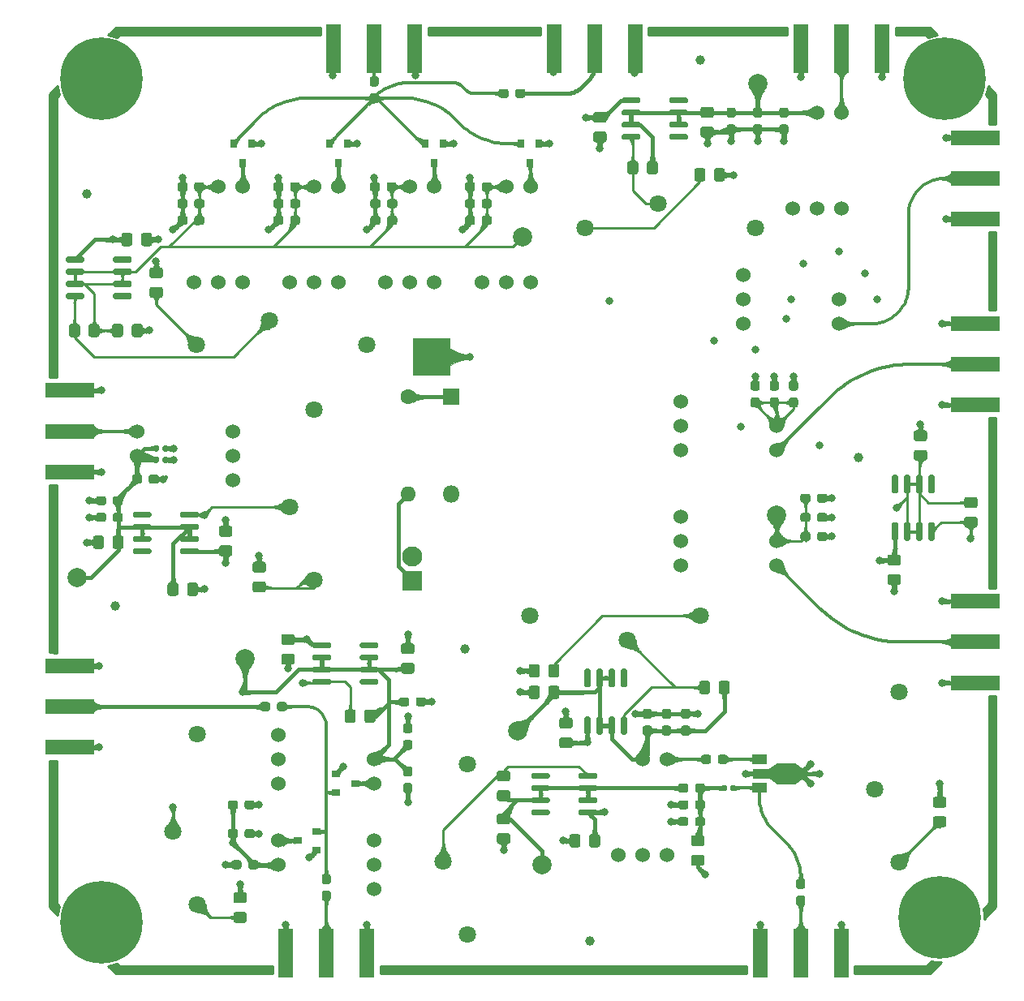
<source format=gbr>
G04 #@! TF.GenerationSoftware,KiCad,Pcbnew,5.1.6-c6e7f7d~86~ubuntu18.04.1*
G04 #@! TF.CreationDate,2020-05-28T18:44:08+01:00*
G04 #@! TF.ProjectId,multi-smtpa,6d756c74-692d-4736-9d74-70612e6b6963,rev?*
G04 #@! TF.SameCoordinates,Original*
G04 #@! TF.FileFunction,Copper,L1,Top*
G04 #@! TF.FilePolarity,Positive*
%FSLAX46Y46*%
G04 Gerber Fmt 4.6, Leading zero omitted, Abs format (unit mm)*
G04 Created by KiCad (PCBNEW 5.1.6-c6e7f7d~86~ubuntu18.04.1) date 2020-05-28 18:44:08*
%MOMM*%
%LPD*%
G01*
G04 APERTURE LIST*
G04 #@! TA.AperFunction,SMDPad,CuDef*
%ADD10R,4.000000X4.000000*%
G04 #@! TD*
G04 #@! TA.AperFunction,SMDPad,CuDef*
%ADD11C,2.000000*%
G04 #@! TD*
G04 #@! TA.AperFunction,SMDPad,CuDef*
%ADD12C,1.000000*%
G04 #@! TD*
G04 #@! TA.AperFunction,SMDPad,CuDef*
%ADD13R,5.080000X1.500000*%
G04 #@! TD*
G04 #@! TA.AperFunction,ComponentPad*
%ADD14C,1.524000*%
G04 #@! TD*
G04 #@! TA.AperFunction,ComponentPad*
%ADD15C,0.900000*%
G04 #@! TD*
G04 #@! TA.AperFunction,ComponentPad*
%ADD16C,8.600000*%
G04 #@! TD*
G04 #@! TA.AperFunction,ComponentPad*
%ADD17C,1.800000*%
G04 #@! TD*
G04 #@! TA.AperFunction,SMDPad,CuDef*
%ADD18R,1.500000X5.080000*%
G04 #@! TD*
G04 #@! TA.AperFunction,SMDPad,CuDef*
%ADD19R,0.800000X0.900000*%
G04 #@! TD*
G04 #@! TA.AperFunction,SMDPad,CuDef*
%ADD20C,0.100000*%
G04 #@! TD*
G04 #@! TA.AperFunction,SMDPad,CuDef*
%ADD21R,1.500000X1.000000*%
G04 #@! TD*
G04 #@! TA.AperFunction,SMDPad,CuDef*
%ADD22R,1.800000X1.000000*%
G04 #@! TD*
G04 #@! TA.AperFunction,SMDPad,CuDef*
%ADD23R,1.840000X2.200000*%
G04 #@! TD*
G04 #@! TA.AperFunction,ComponentPad*
%ADD24C,2.100000*%
G04 #@! TD*
G04 #@! TA.AperFunction,ComponentPad*
%ADD25R,2.100000X2.100000*%
G04 #@! TD*
G04 #@! TA.AperFunction,ComponentPad*
%ADD26O,1.600000X1.600000*%
G04 #@! TD*
G04 #@! TA.AperFunction,ComponentPad*
%ADD27C,1.600000*%
G04 #@! TD*
G04 #@! TA.AperFunction,SMDPad,CuDef*
%ADD28R,0.900000X0.800000*%
G04 #@! TD*
G04 #@! TA.AperFunction,ComponentPad*
%ADD29O,1.800000X1.800000*%
G04 #@! TD*
G04 #@! TA.AperFunction,ComponentPad*
%ADD30R,1.800000X1.800000*%
G04 #@! TD*
G04 #@! TA.AperFunction,ViaPad*
%ADD31C,0.800000*%
G04 #@! TD*
G04 #@! TA.AperFunction,Conductor*
%ADD32C,0.450000*%
G04 #@! TD*
G04 #@! TA.AperFunction,Conductor*
%ADD33C,0.350000*%
G04 #@! TD*
G04 #@! TA.AperFunction,Conductor*
%ADD34C,0.250000*%
G04 #@! TD*
G04 #@! TA.AperFunction,Conductor*
%ADD35C,0.254000*%
G04 #@! TD*
G04 #@! TA.AperFunction,Conductor*
%ADD36C,0.025400*%
G04 #@! TD*
G04 APERTURE END LIST*
D10*
X140500000Y-85000000D03*
D11*
X149500000Y-124000000D03*
X152000000Y-138000000D03*
X121000000Y-116500000D03*
X176500000Y-101500000D03*
X150000000Y-72500000D03*
X174500000Y-56500000D03*
X103500000Y-108000000D03*
D12*
X168500000Y-54000000D03*
X157000000Y-146000000D03*
X185000000Y-95500000D03*
X144000000Y-115500000D03*
X107500000Y-111000000D03*
X104500000Y-68000000D03*
D13*
X197250000Y-66350000D03*
X197250000Y-62100000D03*
X197250000Y-70600000D03*
D14*
X183000000Y-81540000D03*
X183000000Y-79000000D03*
X173000000Y-81540000D03*
X173000000Y-79000000D03*
X173000000Y-76460000D03*
D15*
X108280419Y-53719581D03*
X106000000Y-52775000D03*
X103719581Y-53719581D03*
X102775000Y-56000000D03*
X103719581Y-58280419D03*
X106000000Y-59225000D03*
X108280419Y-58280419D03*
X109225000Y-56000000D03*
D16*
X106000000Y-56000000D03*
D15*
X196280419Y-53719581D03*
X194000000Y-52775000D03*
X191719581Y-53719581D03*
X190775000Y-56000000D03*
X191719581Y-58280419D03*
X194000000Y-59225000D03*
X196280419Y-58280419D03*
X197225000Y-56000000D03*
D16*
X194000000Y-56000000D03*
D15*
X108280419Y-141719581D03*
X106000000Y-140775000D03*
X103719581Y-141719581D03*
X102775000Y-144000000D03*
X103719581Y-146280419D03*
X106000000Y-147225000D03*
X108280419Y-146280419D03*
X109225000Y-144000000D03*
D16*
X106000000Y-144000000D03*
D15*
X195780419Y-141219581D03*
X193500000Y-140275000D03*
X191219581Y-141219581D03*
X190275000Y-143500000D03*
X191219581Y-145780419D03*
X193500000Y-146725000D03*
X195780419Y-145780419D03*
X196725000Y-143500000D03*
D16*
X193500000Y-143500000D03*
G04 #@! TA.AperFunction,SMDPad,CuDef*
G36*
G01*
X112425000Y-94722500D02*
X112425000Y-94377500D01*
G75*
G02*
X112572500Y-94230000I147500J0D01*
G01*
X112867500Y-94230000D01*
G75*
G02*
X113015000Y-94377500I0J-147500D01*
G01*
X113015000Y-94722500D01*
G75*
G02*
X112867500Y-94870000I-147500J0D01*
G01*
X112572500Y-94870000D01*
G75*
G02*
X112425000Y-94722500I0J147500D01*
G01*
G37*
G04 #@! TD.AperFunction*
G04 #@! TA.AperFunction,SMDPad,CuDef*
G36*
G01*
X111455000Y-94722500D02*
X111455000Y-94377500D01*
G75*
G02*
X111602500Y-94230000I147500J0D01*
G01*
X111897500Y-94230000D01*
G75*
G02*
X112045000Y-94377500I0J-147500D01*
G01*
X112045000Y-94722500D01*
G75*
G02*
X111897500Y-94870000I-147500J0D01*
G01*
X111602500Y-94870000D01*
G75*
G02*
X111455000Y-94722500I0J147500D01*
G01*
G37*
G04 #@! TD.AperFunction*
G04 #@! TA.AperFunction,SMDPad,CuDef*
G36*
G01*
X112425000Y-95922500D02*
X112425000Y-95577500D01*
G75*
G02*
X112572500Y-95430000I147500J0D01*
G01*
X112867500Y-95430000D01*
G75*
G02*
X113015000Y-95577500I0J-147500D01*
G01*
X113015000Y-95922500D01*
G75*
G02*
X112867500Y-96070000I-147500J0D01*
G01*
X112572500Y-96070000D01*
G75*
G02*
X112425000Y-95922500I0J147500D01*
G01*
G37*
G04 #@! TD.AperFunction*
G04 #@! TA.AperFunction,SMDPad,CuDef*
G36*
G01*
X111455000Y-95922500D02*
X111455000Y-95577500D01*
G75*
G02*
X111602500Y-95430000I147500J0D01*
G01*
X111897500Y-95430000D01*
G75*
G02*
X112045000Y-95577500I0J-147500D01*
G01*
X112045000Y-95922500D01*
G75*
G02*
X111897500Y-96070000I-147500J0D01*
G01*
X111602500Y-96070000D01*
G75*
G02*
X111455000Y-95922500I0J147500D01*
G01*
G37*
G04 #@! TD.AperFunction*
G04 #@! TA.AperFunction,SMDPad,CuDef*
G36*
G01*
X116775000Y-67012500D02*
X116775000Y-67487500D01*
G75*
G02*
X116537500Y-67725000I-237500J0D01*
G01*
X115962500Y-67725000D01*
G75*
G02*
X115725000Y-67487500I0J237500D01*
G01*
X115725000Y-67012500D01*
G75*
G02*
X115962500Y-66775000I237500J0D01*
G01*
X116537500Y-66775000D01*
G75*
G02*
X116775000Y-67012500I0J-237500D01*
G01*
G37*
G04 #@! TD.AperFunction*
G04 #@! TA.AperFunction,SMDPad,CuDef*
G36*
G01*
X115025000Y-67012500D02*
X115025000Y-67487500D01*
G75*
G02*
X114787500Y-67725000I-237500J0D01*
G01*
X114212500Y-67725000D01*
G75*
G02*
X113975000Y-67487500I0J237500D01*
G01*
X113975000Y-67012500D01*
G75*
G02*
X114212500Y-66775000I237500J0D01*
G01*
X114787500Y-66775000D01*
G75*
G02*
X115025000Y-67012500I0J-237500D01*
G01*
G37*
G04 #@! TD.AperFunction*
G04 #@! TA.AperFunction,SMDPad,CuDef*
G36*
G01*
X126775000Y-67012500D02*
X126775000Y-67487500D01*
G75*
G02*
X126537500Y-67725000I-237500J0D01*
G01*
X125962500Y-67725000D01*
G75*
G02*
X125725000Y-67487500I0J237500D01*
G01*
X125725000Y-67012500D01*
G75*
G02*
X125962500Y-66775000I237500J0D01*
G01*
X126537500Y-66775000D01*
G75*
G02*
X126775000Y-67012500I0J-237500D01*
G01*
G37*
G04 #@! TD.AperFunction*
G04 #@! TA.AperFunction,SMDPad,CuDef*
G36*
G01*
X125025000Y-67012500D02*
X125025000Y-67487500D01*
G75*
G02*
X124787500Y-67725000I-237500J0D01*
G01*
X124212500Y-67725000D01*
G75*
G02*
X123975000Y-67487500I0J237500D01*
G01*
X123975000Y-67012500D01*
G75*
G02*
X124212500Y-66775000I237500J0D01*
G01*
X124787500Y-66775000D01*
G75*
G02*
X125025000Y-67012500I0J-237500D01*
G01*
G37*
G04 #@! TD.AperFunction*
G04 #@! TA.AperFunction,SMDPad,CuDef*
G36*
G01*
X126775000Y-68762500D02*
X126775000Y-69237500D01*
G75*
G02*
X126537500Y-69475000I-237500J0D01*
G01*
X125962500Y-69475000D01*
G75*
G02*
X125725000Y-69237500I0J237500D01*
G01*
X125725000Y-68762500D01*
G75*
G02*
X125962500Y-68525000I237500J0D01*
G01*
X126537500Y-68525000D01*
G75*
G02*
X126775000Y-68762500I0J-237500D01*
G01*
G37*
G04 #@! TD.AperFunction*
G04 #@! TA.AperFunction,SMDPad,CuDef*
G36*
G01*
X125025000Y-68762500D02*
X125025000Y-69237500D01*
G75*
G02*
X124787500Y-69475000I-237500J0D01*
G01*
X124212500Y-69475000D01*
G75*
G02*
X123975000Y-69237500I0J237500D01*
G01*
X123975000Y-68762500D01*
G75*
G02*
X124212500Y-68525000I237500J0D01*
G01*
X124787500Y-68525000D01*
G75*
G02*
X125025000Y-68762500I0J-237500D01*
G01*
G37*
G04 #@! TD.AperFunction*
G04 #@! TA.AperFunction,SMDPad,CuDef*
G36*
G01*
X146775000Y-68762500D02*
X146775000Y-69237500D01*
G75*
G02*
X146537500Y-69475000I-237500J0D01*
G01*
X145962500Y-69475000D01*
G75*
G02*
X145725000Y-69237500I0J237500D01*
G01*
X145725000Y-68762500D01*
G75*
G02*
X145962500Y-68525000I237500J0D01*
G01*
X146537500Y-68525000D01*
G75*
G02*
X146775000Y-68762500I0J-237500D01*
G01*
G37*
G04 #@! TD.AperFunction*
G04 #@! TA.AperFunction,SMDPad,CuDef*
G36*
G01*
X145025000Y-68762500D02*
X145025000Y-69237500D01*
G75*
G02*
X144787500Y-69475000I-237500J0D01*
G01*
X144212500Y-69475000D01*
G75*
G02*
X143975000Y-69237500I0J237500D01*
G01*
X143975000Y-68762500D01*
G75*
G02*
X144212500Y-68525000I237500J0D01*
G01*
X144787500Y-68525000D01*
G75*
G02*
X145025000Y-68762500I0J-237500D01*
G01*
G37*
G04 #@! TD.AperFunction*
G04 #@! TA.AperFunction,SMDPad,CuDef*
G36*
G01*
X116775000Y-70512500D02*
X116775000Y-70987500D01*
G75*
G02*
X116537500Y-71225000I-237500J0D01*
G01*
X115962500Y-71225000D01*
G75*
G02*
X115725000Y-70987500I0J237500D01*
G01*
X115725000Y-70512500D01*
G75*
G02*
X115962500Y-70275000I237500J0D01*
G01*
X116537500Y-70275000D01*
G75*
G02*
X116775000Y-70512500I0J-237500D01*
G01*
G37*
G04 #@! TD.AperFunction*
G04 #@! TA.AperFunction,SMDPad,CuDef*
G36*
G01*
X115025000Y-70512500D02*
X115025000Y-70987500D01*
G75*
G02*
X114787500Y-71225000I-237500J0D01*
G01*
X114212500Y-71225000D01*
G75*
G02*
X113975000Y-70987500I0J237500D01*
G01*
X113975000Y-70512500D01*
G75*
G02*
X114212500Y-70275000I237500J0D01*
G01*
X114787500Y-70275000D01*
G75*
G02*
X115025000Y-70512500I0J-237500D01*
G01*
G37*
G04 #@! TD.AperFunction*
G04 #@! TA.AperFunction,SMDPad,CuDef*
G36*
G01*
X146775000Y-70512500D02*
X146775000Y-70987500D01*
G75*
G02*
X146537500Y-71225000I-237500J0D01*
G01*
X145962500Y-71225000D01*
G75*
G02*
X145725000Y-70987500I0J237500D01*
G01*
X145725000Y-70512500D01*
G75*
G02*
X145962500Y-70275000I237500J0D01*
G01*
X146537500Y-70275000D01*
G75*
G02*
X146775000Y-70512500I0J-237500D01*
G01*
G37*
G04 #@! TD.AperFunction*
G04 #@! TA.AperFunction,SMDPad,CuDef*
G36*
G01*
X145025000Y-70512500D02*
X145025000Y-70987500D01*
G75*
G02*
X144787500Y-71225000I-237500J0D01*
G01*
X144212500Y-71225000D01*
G75*
G02*
X143975000Y-70987500I0J237500D01*
G01*
X143975000Y-70512500D01*
G75*
G02*
X144212500Y-70275000I237500J0D01*
G01*
X144787500Y-70275000D01*
G75*
G02*
X145025000Y-70512500I0J-237500D01*
G01*
G37*
G04 #@! TD.AperFunction*
G04 #@! TA.AperFunction,SMDPad,CuDef*
G36*
G01*
X136850000Y-67012500D02*
X136850000Y-67487500D01*
G75*
G02*
X136612500Y-67725000I-237500J0D01*
G01*
X136037500Y-67725000D01*
G75*
G02*
X135800000Y-67487500I0J237500D01*
G01*
X135800000Y-67012500D01*
G75*
G02*
X136037500Y-66775000I237500J0D01*
G01*
X136612500Y-66775000D01*
G75*
G02*
X136850000Y-67012500I0J-237500D01*
G01*
G37*
G04 #@! TD.AperFunction*
G04 #@! TA.AperFunction,SMDPad,CuDef*
G36*
G01*
X135100000Y-67012500D02*
X135100000Y-67487500D01*
G75*
G02*
X134862500Y-67725000I-237500J0D01*
G01*
X134287500Y-67725000D01*
G75*
G02*
X134050000Y-67487500I0J237500D01*
G01*
X134050000Y-67012500D01*
G75*
G02*
X134287500Y-66775000I237500J0D01*
G01*
X134862500Y-66775000D01*
G75*
G02*
X135100000Y-67012500I0J-237500D01*
G01*
G37*
G04 #@! TD.AperFunction*
G04 #@! TA.AperFunction,SMDPad,CuDef*
G36*
G01*
X116775000Y-68762500D02*
X116775000Y-69237500D01*
G75*
G02*
X116537500Y-69475000I-237500J0D01*
G01*
X115962500Y-69475000D01*
G75*
G02*
X115725000Y-69237500I0J237500D01*
G01*
X115725000Y-68762500D01*
G75*
G02*
X115962500Y-68525000I237500J0D01*
G01*
X116537500Y-68525000D01*
G75*
G02*
X116775000Y-68762500I0J-237500D01*
G01*
G37*
G04 #@! TD.AperFunction*
G04 #@! TA.AperFunction,SMDPad,CuDef*
G36*
G01*
X115025000Y-68762500D02*
X115025000Y-69237500D01*
G75*
G02*
X114787500Y-69475000I-237500J0D01*
G01*
X114212500Y-69475000D01*
G75*
G02*
X113975000Y-69237500I0J237500D01*
G01*
X113975000Y-68762500D01*
G75*
G02*
X114212500Y-68525000I237500J0D01*
G01*
X114787500Y-68525000D01*
G75*
G02*
X115025000Y-68762500I0J-237500D01*
G01*
G37*
G04 #@! TD.AperFunction*
G04 #@! TA.AperFunction,SMDPad,CuDef*
G36*
G01*
X136900000Y-70512500D02*
X136900000Y-70987500D01*
G75*
G02*
X136662500Y-71225000I-237500J0D01*
G01*
X136087500Y-71225000D01*
G75*
G02*
X135850000Y-70987500I0J237500D01*
G01*
X135850000Y-70512500D01*
G75*
G02*
X136087500Y-70275000I237500J0D01*
G01*
X136662500Y-70275000D01*
G75*
G02*
X136900000Y-70512500I0J-237500D01*
G01*
G37*
G04 #@! TD.AperFunction*
G04 #@! TA.AperFunction,SMDPad,CuDef*
G36*
G01*
X135150000Y-70512500D02*
X135150000Y-70987500D01*
G75*
G02*
X134912500Y-71225000I-237500J0D01*
G01*
X134337500Y-71225000D01*
G75*
G02*
X134100000Y-70987500I0J237500D01*
G01*
X134100000Y-70512500D01*
G75*
G02*
X134337500Y-70275000I237500J0D01*
G01*
X134912500Y-70275000D01*
G75*
G02*
X135150000Y-70512500I0J-237500D01*
G01*
G37*
G04 #@! TD.AperFunction*
G04 #@! TA.AperFunction,SMDPad,CuDef*
G36*
G01*
X146775000Y-67012500D02*
X146775000Y-67487500D01*
G75*
G02*
X146537500Y-67725000I-237500J0D01*
G01*
X145962500Y-67725000D01*
G75*
G02*
X145725000Y-67487500I0J237500D01*
G01*
X145725000Y-67012500D01*
G75*
G02*
X145962500Y-66775000I237500J0D01*
G01*
X146537500Y-66775000D01*
G75*
G02*
X146775000Y-67012500I0J-237500D01*
G01*
G37*
G04 #@! TD.AperFunction*
G04 #@! TA.AperFunction,SMDPad,CuDef*
G36*
G01*
X145025000Y-67012500D02*
X145025000Y-67487500D01*
G75*
G02*
X144787500Y-67725000I-237500J0D01*
G01*
X144212500Y-67725000D01*
G75*
G02*
X143975000Y-67487500I0J237500D01*
G01*
X143975000Y-67012500D01*
G75*
G02*
X144212500Y-66775000I237500J0D01*
G01*
X144787500Y-66775000D01*
G75*
G02*
X145025000Y-67012500I0J-237500D01*
G01*
G37*
G04 #@! TD.AperFunction*
G04 #@! TA.AperFunction,SMDPad,CuDef*
G36*
G01*
X136900000Y-68762500D02*
X136900000Y-69237500D01*
G75*
G02*
X136662500Y-69475000I-237500J0D01*
G01*
X136087500Y-69475000D01*
G75*
G02*
X135850000Y-69237500I0J237500D01*
G01*
X135850000Y-68762500D01*
G75*
G02*
X136087500Y-68525000I237500J0D01*
G01*
X136662500Y-68525000D01*
G75*
G02*
X136900000Y-68762500I0J-237500D01*
G01*
G37*
G04 #@! TD.AperFunction*
G04 #@! TA.AperFunction,SMDPad,CuDef*
G36*
G01*
X135150000Y-68762500D02*
X135150000Y-69237500D01*
G75*
G02*
X134912500Y-69475000I-237500J0D01*
G01*
X134337500Y-69475000D01*
G75*
G02*
X134100000Y-69237500I0J237500D01*
G01*
X134100000Y-68762500D01*
G75*
G02*
X134337500Y-68525000I237500J0D01*
G01*
X134912500Y-68525000D01*
G75*
G02*
X135150000Y-68762500I0J-237500D01*
G01*
G37*
G04 #@! TD.AperFunction*
G04 #@! TA.AperFunction,SMDPad,CuDef*
G36*
G01*
X126775000Y-70512500D02*
X126775000Y-70987500D01*
G75*
G02*
X126537500Y-71225000I-237500J0D01*
G01*
X125962500Y-71225000D01*
G75*
G02*
X125725000Y-70987500I0J237500D01*
G01*
X125725000Y-70512500D01*
G75*
G02*
X125962500Y-70275000I237500J0D01*
G01*
X126537500Y-70275000D01*
G75*
G02*
X126775000Y-70512500I0J-237500D01*
G01*
G37*
G04 #@! TD.AperFunction*
G04 #@! TA.AperFunction,SMDPad,CuDef*
G36*
G01*
X125025000Y-70512500D02*
X125025000Y-70987500D01*
G75*
G02*
X124787500Y-71225000I-237500J0D01*
G01*
X124212500Y-71225000D01*
G75*
G02*
X123975000Y-70987500I0J237500D01*
G01*
X123975000Y-70512500D01*
G75*
G02*
X124212500Y-70275000I237500J0D01*
G01*
X124787500Y-70275000D01*
G75*
G02*
X125025000Y-70512500I0J-237500D01*
G01*
G37*
G04 #@! TD.AperFunction*
G04 #@! TA.AperFunction,SMDPad,CuDef*
G36*
G01*
X102300000Y-74995000D02*
X102300000Y-74695000D01*
G75*
G02*
X102450000Y-74545000I150000J0D01*
G01*
X104100000Y-74545000D01*
G75*
G02*
X104250000Y-74695000I0J-150000D01*
G01*
X104250000Y-74995000D01*
G75*
G02*
X104100000Y-75145000I-150000J0D01*
G01*
X102450000Y-75145000D01*
G75*
G02*
X102300000Y-74995000I0J150000D01*
G01*
G37*
G04 #@! TD.AperFunction*
G04 #@! TA.AperFunction,SMDPad,CuDef*
G36*
G01*
X102300000Y-76265000D02*
X102300000Y-75965000D01*
G75*
G02*
X102450000Y-75815000I150000J0D01*
G01*
X104100000Y-75815000D01*
G75*
G02*
X104250000Y-75965000I0J-150000D01*
G01*
X104250000Y-76265000D01*
G75*
G02*
X104100000Y-76415000I-150000J0D01*
G01*
X102450000Y-76415000D01*
G75*
G02*
X102300000Y-76265000I0J150000D01*
G01*
G37*
G04 #@! TD.AperFunction*
G04 #@! TA.AperFunction,SMDPad,CuDef*
G36*
G01*
X102300000Y-77535000D02*
X102300000Y-77235000D01*
G75*
G02*
X102450000Y-77085000I150000J0D01*
G01*
X104100000Y-77085000D01*
G75*
G02*
X104250000Y-77235000I0J-150000D01*
G01*
X104250000Y-77535000D01*
G75*
G02*
X104100000Y-77685000I-150000J0D01*
G01*
X102450000Y-77685000D01*
G75*
G02*
X102300000Y-77535000I0J150000D01*
G01*
G37*
G04 #@! TD.AperFunction*
G04 #@! TA.AperFunction,SMDPad,CuDef*
G36*
G01*
X102300000Y-78805000D02*
X102300000Y-78505000D01*
G75*
G02*
X102450000Y-78355000I150000J0D01*
G01*
X104100000Y-78355000D01*
G75*
G02*
X104250000Y-78505000I0J-150000D01*
G01*
X104250000Y-78805000D01*
G75*
G02*
X104100000Y-78955000I-150000J0D01*
G01*
X102450000Y-78955000D01*
G75*
G02*
X102300000Y-78805000I0J150000D01*
G01*
G37*
G04 #@! TD.AperFunction*
G04 #@! TA.AperFunction,SMDPad,CuDef*
G36*
G01*
X107250000Y-78805000D02*
X107250000Y-78505000D01*
G75*
G02*
X107400000Y-78355000I150000J0D01*
G01*
X109050000Y-78355000D01*
G75*
G02*
X109200000Y-78505000I0J-150000D01*
G01*
X109200000Y-78805000D01*
G75*
G02*
X109050000Y-78955000I-150000J0D01*
G01*
X107400000Y-78955000D01*
G75*
G02*
X107250000Y-78805000I0J150000D01*
G01*
G37*
G04 #@! TD.AperFunction*
G04 #@! TA.AperFunction,SMDPad,CuDef*
G36*
G01*
X107250000Y-77535000D02*
X107250000Y-77235000D01*
G75*
G02*
X107400000Y-77085000I150000J0D01*
G01*
X109050000Y-77085000D01*
G75*
G02*
X109200000Y-77235000I0J-150000D01*
G01*
X109200000Y-77535000D01*
G75*
G02*
X109050000Y-77685000I-150000J0D01*
G01*
X107400000Y-77685000D01*
G75*
G02*
X107250000Y-77535000I0J150000D01*
G01*
G37*
G04 #@! TD.AperFunction*
G04 #@! TA.AperFunction,SMDPad,CuDef*
G36*
G01*
X107250000Y-76265000D02*
X107250000Y-75965000D01*
G75*
G02*
X107400000Y-75815000I150000J0D01*
G01*
X109050000Y-75815000D01*
G75*
G02*
X109200000Y-75965000I0J-150000D01*
G01*
X109200000Y-76265000D01*
G75*
G02*
X109050000Y-76415000I-150000J0D01*
G01*
X107400000Y-76415000D01*
G75*
G02*
X107250000Y-76265000I0J150000D01*
G01*
G37*
G04 #@! TD.AperFunction*
G04 #@! TA.AperFunction,SMDPad,CuDef*
G36*
G01*
X107250000Y-74995000D02*
X107250000Y-74695000D01*
G75*
G02*
X107400000Y-74545000I150000J0D01*
G01*
X109050000Y-74545000D01*
G75*
G02*
X109200000Y-74695000I0J-150000D01*
G01*
X109200000Y-74995000D01*
G75*
G02*
X109050000Y-75145000I-150000J0D01*
G01*
X107400000Y-75145000D01*
G75*
G02*
X107250000Y-74995000I0J150000D01*
G01*
G37*
G04 #@! TD.AperFunction*
D17*
X133750000Y-83750000D03*
X123590000Y-81210000D03*
X115970000Y-83750000D03*
G04 #@! TA.AperFunction,SMDPad,CuDef*
G36*
G01*
X102650000Y-82700001D02*
X102650000Y-81799999D01*
G75*
G02*
X102899999Y-81550000I249999J0D01*
G01*
X103550001Y-81550000D01*
G75*
G02*
X103800000Y-81799999I0J-249999D01*
G01*
X103800000Y-82700001D01*
G75*
G02*
X103550001Y-82950000I-249999J0D01*
G01*
X102899999Y-82950000D01*
G75*
G02*
X102650000Y-82700001I0J249999D01*
G01*
G37*
G04 #@! TD.AperFunction*
G04 #@! TA.AperFunction,SMDPad,CuDef*
G36*
G01*
X104700000Y-82700001D02*
X104700000Y-81799999D01*
G75*
G02*
X104949999Y-81550000I249999J0D01*
G01*
X105600001Y-81550000D01*
G75*
G02*
X105850000Y-81799999I0J-249999D01*
G01*
X105850000Y-82700001D01*
G75*
G02*
X105600001Y-82950000I-249999J0D01*
G01*
X104949999Y-82950000D01*
G75*
G02*
X104700000Y-82700001I0J249999D01*
G01*
G37*
G04 #@! TD.AperFunction*
G04 #@! TA.AperFunction,SMDPad,CuDef*
G36*
G01*
X112200001Y-78850000D02*
X111299999Y-78850000D01*
G75*
G02*
X111050000Y-78600001I0J249999D01*
G01*
X111050000Y-77949999D01*
G75*
G02*
X111299999Y-77700000I249999J0D01*
G01*
X112200001Y-77700000D01*
G75*
G02*
X112450000Y-77949999I0J-249999D01*
G01*
X112450000Y-78600001D01*
G75*
G02*
X112200001Y-78850000I-249999J0D01*
G01*
G37*
G04 #@! TD.AperFunction*
G04 #@! TA.AperFunction,SMDPad,CuDef*
G36*
G01*
X112200001Y-76800000D02*
X111299999Y-76800000D01*
G75*
G02*
X111050000Y-76550001I0J249999D01*
G01*
X111050000Y-75899999D01*
G75*
G02*
X111299999Y-75650000I249999J0D01*
G01*
X112200001Y-75650000D01*
G75*
G02*
X112450000Y-75899999I0J-249999D01*
G01*
X112450000Y-76550001D01*
G75*
G02*
X112200001Y-76800000I-249999J0D01*
G01*
G37*
G04 #@! TD.AperFunction*
G04 #@! TA.AperFunction,SMDPad,CuDef*
G36*
G01*
X150275000Y-57262500D02*
X150275000Y-57737500D01*
G75*
G02*
X150037500Y-57975000I-237500J0D01*
G01*
X149462500Y-57975000D01*
G75*
G02*
X149225000Y-57737500I0J237500D01*
G01*
X149225000Y-57262500D01*
G75*
G02*
X149462500Y-57025000I237500J0D01*
G01*
X150037500Y-57025000D01*
G75*
G02*
X150275000Y-57262500I0J-237500D01*
G01*
G37*
G04 #@! TD.AperFunction*
G04 #@! TA.AperFunction,SMDPad,CuDef*
G36*
G01*
X148525000Y-57262500D02*
X148525000Y-57737500D01*
G75*
G02*
X148287500Y-57975000I-237500J0D01*
G01*
X147712500Y-57975000D01*
G75*
G02*
X147475000Y-57737500I0J237500D01*
G01*
X147475000Y-57262500D01*
G75*
G02*
X147712500Y-57025000I237500J0D01*
G01*
X148287500Y-57025000D01*
G75*
G02*
X148525000Y-57262500I0J-237500D01*
G01*
G37*
G04 #@! TD.AperFunction*
D18*
X161750000Y-52800000D03*
X153250000Y-52800000D03*
X157500000Y-52800000D03*
D14*
X115710000Y-77250000D03*
X118250000Y-77250000D03*
X120790000Y-77250000D03*
X118250000Y-67250000D03*
X120790000Y-67250000D03*
X135710000Y-77250000D03*
X138250000Y-77250000D03*
X140790000Y-77250000D03*
X138250000Y-67250000D03*
X140790000Y-67250000D03*
D18*
X138750000Y-52800000D03*
X130250000Y-52800000D03*
X134500000Y-52800000D03*
D14*
X125710000Y-77250000D03*
X128250000Y-77250000D03*
X130790000Y-77250000D03*
X128250000Y-67250000D03*
X130790000Y-67250000D03*
X145710000Y-77250000D03*
X148250000Y-77250000D03*
X150790000Y-77250000D03*
X148250000Y-67250000D03*
X150790000Y-67250000D03*
D19*
X121700000Y-62750000D03*
X119800000Y-62750000D03*
X120750000Y-64750000D03*
X131700000Y-62750000D03*
X129800000Y-62750000D03*
X130750000Y-64750000D03*
X141700000Y-62750000D03*
X139800000Y-62750000D03*
X140750000Y-64750000D03*
X151700000Y-62750000D03*
X149800000Y-62750000D03*
X150750000Y-64750000D03*
G04 #@! TA.AperFunction,SMDPad,CuDef*
G36*
G01*
X107150000Y-82700001D02*
X107150000Y-81799999D01*
G75*
G02*
X107399999Y-81550000I249999J0D01*
G01*
X108050001Y-81550000D01*
G75*
G02*
X108300000Y-81799999I0J-249999D01*
G01*
X108300000Y-82700001D01*
G75*
G02*
X108050001Y-82950000I-249999J0D01*
G01*
X107399999Y-82950000D01*
G75*
G02*
X107150000Y-82700001I0J249999D01*
G01*
G37*
G04 #@! TD.AperFunction*
G04 #@! TA.AperFunction,SMDPad,CuDef*
G36*
G01*
X109200000Y-82700001D02*
X109200000Y-81799999D01*
G75*
G02*
X109449999Y-81550000I249999J0D01*
G01*
X110100001Y-81550000D01*
G75*
G02*
X110350000Y-81799999I0J-249999D01*
G01*
X110350000Y-82700001D01*
G75*
G02*
X110100001Y-82950000I-249999J0D01*
G01*
X109449999Y-82950000D01*
G75*
G02*
X109200000Y-82700001I0J249999D01*
G01*
G37*
G04 #@! TD.AperFunction*
G04 #@! TA.AperFunction,SMDPad,CuDef*
G36*
G01*
X108125000Y-73200001D02*
X108125000Y-72299999D01*
G75*
G02*
X108374999Y-72050000I249999J0D01*
G01*
X109025001Y-72050000D01*
G75*
G02*
X109275000Y-72299999I0J-249999D01*
G01*
X109275000Y-73200001D01*
G75*
G02*
X109025001Y-73450000I-249999J0D01*
G01*
X108374999Y-73450000D01*
G75*
G02*
X108125000Y-73200001I0J249999D01*
G01*
G37*
G04 #@! TD.AperFunction*
G04 #@! TA.AperFunction,SMDPad,CuDef*
G36*
G01*
X110175000Y-73200001D02*
X110175000Y-72299999D01*
G75*
G02*
X110424999Y-72050000I249999J0D01*
G01*
X111075001Y-72050000D01*
G75*
G02*
X111325000Y-72299999I0J-249999D01*
G01*
X111325000Y-73200001D01*
G75*
G02*
X111075001Y-73450000I-249999J0D01*
G01*
X110424999Y-73450000D01*
G75*
G02*
X110175000Y-73200001I0J249999D01*
G01*
G37*
G04 #@! TD.AperFunction*
G04 #@! TA.AperFunction,SMDPad,CuDef*
G36*
G01*
X134262500Y-55725000D02*
X134737500Y-55725000D01*
G75*
G02*
X134975000Y-55962500I0J-237500D01*
G01*
X134975000Y-56537500D01*
G75*
G02*
X134737500Y-56775000I-237500J0D01*
G01*
X134262500Y-56775000D01*
G75*
G02*
X134025000Y-56537500I0J237500D01*
G01*
X134025000Y-55962500D01*
G75*
G02*
X134262500Y-55725000I237500J0D01*
G01*
G37*
G04 #@! TD.AperFunction*
G04 #@! TA.AperFunction,SMDPad,CuDef*
G36*
G01*
X134262500Y-57475000D02*
X134737500Y-57475000D01*
G75*
G02*
X134975000Y-57712500I0J-237500D01*
G01*
X134975000Y-58287500D01*
G75*
G02*
X134737500Y-58525000I-237500J0D01*
G01*
X134262500Y-58525000D01*
G75*
G02*
X134025000Y-58287500I0J237500D01*
G01*
X134025000Y-57712500D01*
G75*
G02*
X134262500Y-57475000I237500J0D01*
G01*
G37*
G04 #@! TD.AperFunction*
D14*
X166515000Y-101670000D03*
X166515000Y-104210000D03*
X166515000Y-106750000D03*
X176515000Y-104210000D03*
X176515000Y-106750000D03*
X166515000Y-89655000D03*
X166515000Y-92195000D03*
X166515000Y-94735000D03*
X176515000Y-92195000D03*
X176515000Y-94735000D03*
X134500000Y-140580000D03*
X134500000Y-138040000D03*
X134500000Y-135500000D03*
X124500000Y-138040000D03*
X124500000Y-135500000D03*
X178170000Y-69500000D03*
X180710000Y-69500000D03*
X183250000Y-69500000D03*
X180710000Y-59500000D03*
X183250000Y-59500000D03*
X159960000Y-137000000D03*
X162500000Y-137000000D03*
X165040000Y-137000000D03*
X162500000Y-127000000D03*
X165040000Y-127000000D03*
X124500000Y-124420000D03*
X124500000Y-126960000D03*
X124500000Y-129500000D03*
X134500000Y-126960000D03*
X134500000Y-129500000D03*
X119750000Y-97830000D03*
X119750000Y-95290000D03*
X119750000Y-92750000D03*
X109750000Y-95290000D03*
X109750000Y-92750000D03*
G04 #@! TA.AperFunction,SMDPad,CuDef*
G36*
G01*
X178975000Y-103987500D02*
X178975000Y-103512500D01*
G75*
G02*
X179212500Y-103275000I237500J0D01*
G01*
X179787500Y-103275000D01*
G75*
G02*
X180025000Y-103512500I0J-237500D01*
G01*
X180025000Y-103987500D01*
G75*
G02*
X179787500Y-104225000I-237500J0D01*
G01*
X179212500Y-104225000D01*
G75*
G02*
X178975000Y-103987500I0J237500D01*
G01*
G37*
G04 #@! TD.AperFunction*
G04 #@! TA.AperFunction,SMDPad,CuDef*
G36*
G01*
X180725000Y-103987500D02*
X180725000Y-103512500D01*
G75*
G02*
X180962500Y-103275000I237500J0D01*
G01*
X181537500Y-103275000D01*
G75*
G02*
X181775000Y-103512500I0J-237500D01*
G01*
X181775000Y-103987500D01*
G75*
G02*
X181537500Y-104225000I-237500J0D01*
G01*
X180962500Y-104225000D01*
G75*
G02*
X180725000Y-103987500I0J237500D01*
G01*
G37*
G04 #@! TD.AperFunction*
G04 #@! TA.AperFunction,SMDPad,CuDef*
G36*
G01*
X178975000Y-101987500D02*
X178975000Y-101512500D01*
G75*
G02*
X179212500Y-101275000I237500J0D01*
G01*
X179787500Y-101275000D01*
G75*
G02*
X180025000Y-101512500I0J-237500D01*
G01*
X180025000Y-101987500D01*
G75*
G02*
X179787500Y-102225000I-237500J0D01*
G01*
X179212500Y-102225000D01*
G75*
G02*
X178975000Y-101987500I0J237500D01*
G01*
G37*
G04 #@! TD.AperFunction*
G04 #@! TA.AperFunction,SMDPad,CuDef*
G36*
G01*
X180725000Y-101987500D02*
X180725000Y-101512500D01*
G75*
G02*
X180962500Y-101275000I237500J0D01*
G01*
X181537500Y-101275000D01*
G75*
G02*
X181775000Y-101512500I0J-237500D01*
G01*
X181775000Y-101987500D01*
G75*
G02*
X181537500Y-102225000I-237500J0D01*
G01*
X180962500Y-102225000D01*
G75*
G02*
X180725000Y-101987500I0J237500D01*
G01*
G37*
G04 #@! TD.AperFunction*
G04 #@! TA.AperFunction,SMDPad,CuDef*
G36*
G01*
X178975000Y-99987500D02*
X178975000Y-99512500D01*
G75*
G02*
X179212500Y-99275000I237500J0D01*
G01*
X179787500Y-99275000D01*
G75*
G02*
X180025000Y-99512500I0J-237500D01*
G01*
X180025000Y-99987500D01*
G75*
G02*
X179787500Y-100225000I-237500J0D01*
G01*
X179212500Y-100225000D01*
G75*
G02*
X178975000Y-99987500I0J237500D01*
G01*
G37*
G04 #@! TD.AperFunction*
G04 #@! TA.AperFunction,SMDPad,CuDef*
G36*
G01*
X180725000Y-99987500D02*
X180725000Y-99512500D01*
G75*
G02*
X180962500Y-99275000I237500J0D01*
G01*
X181537500Y-99275000D01*
G75*
G02*
X181775000Y-99512500I0J-237500D01*
G01*
X181775000Y-99987500D01*
G75*
G02*
X181537500Y-100225000I-237500J0D01*
G01*
X180962500Y-100225000D01*
G75*
G02*
X180725000Y-99987500I0J237500D01*
G01*
G37*
G04 #@! TD.AperFunction*
G04 #@! TA.AperFunction,SMDPad,CuDef*
G36*
G01*
X178487500Y-90275000D02*
X178012500Y-90275000D01*
G75*
G02*
X177775000Y-90037500I0J237500D01*
G01*
X177775000Y-89462500D01*
G75*
G02*
X178012500Y-89225000I237500J0D01*
G01*
X178487500Y-89225000D01*
G75*
G02*
X178725000Y-89462500I0J-237500D01*
G01*
X178725000Y-90037500D01*
G75*
G02*
X178487500Y-90275000I-237500J0D01*
G01*
G37*
G04 #@! TD.AperFunction*
G04 #@! TA.AperFunction,SMDPad,CuDef*
G36*
G01*
X178487500Y-88525000D02*
X178012500Y-88525000D01*
G75*
G02*
X177775000Y-88287500I0J237500D01*
G01*
X177775000Y-87712500D01*
G75*
G02*
X178012500Y-87475000I237500J0D01*
G01*
X178487500Y-87475000D01*
G75*
G02*
X178725000Y-87712500I0J-237500D01*
G01*
X178725000Y-88287500D01*
G75*
G02*
X178487500Y-88525000I-237500J0D01*
G01*
G37*
G04 #@! TD.AperFunction*
G04 #@! TA.AperFunction,SMDPad,CuDef*
G36*
G01*
X176487500Y-90275000D02*
X176012500Y-90275000D01*
G75*
G02*
X175775000Y-90037500I0J237500D01*
G01*
X175775000Y-89462500D01*
G75*
G02*
X176012500Y-89225000I237500J0D01*
G01*
X176487500Y-89225000D01*
G75*
G02*
X176725000Y-89462500I0J-237500D01*
G01*
X176725000Y-90037500D01*
G75*
G02*
X176487500Y-90275000I-237500J0D01*
G01*
G37*
G04 #@! TD.AperFunction*
G04 #@! TA.AperFunction,SMDPad,CuDef*
G36*
G01*
X176487500Y-88525000D02*
X176012500Y-88525000D01*
G75*
G02*
X175775000Y-88287500I0J237500D01*
G01*
X175775000Y-87712500D01*
G75*
G02*
X176012500Y-87475000I237500J0D01*
G01*
X176487500Y-87475000D01*
G75*
G02*
X176725000Y-87712500I0J-237500D01*
G01*
X176725000Y-88287500D01*
G75*
G02*
X176487500Y-88525000I-237500J0D01*
G01*
G37*
G04 #@! TD.AperFunction*
G04 #@! TA.AperFunction,SMDPad,CuDef*
G36*
G01*
X174487500Y-90275000D02*
X174012500Y-90275000D01*
G75*
G02*
X173775000Y-90037500I0J237500D01*
G01*
X173775000Y-89462500D01*
G75*
G02*
X174012500Y-89225000I237500J0D01*
G01*
X174487500Y-89225000D01*
G75*
G02*
X174725000Y-89462500I0J-237500D01*
G01*
X174725000Y-90037500D01*
G75*
G02*
X174487500Y-90275000I-237500J0D01*
G01*
G37*
G04 #@! TD.AperFunction*
G04 #@! TA.AperFunction,SMDPad,CuDef*
G36*
G01*
X174487500Y-88525000D02*
X174012500Y-88525000D01*
G75*
G02*
X173775000Y-88287500I0J237500D01*
G01*
X173775000Y-87712500D01*
G75*
G02*
X174012500Y-87475000I237500J0D01*
G01*
X174487500Y-87475000D01*
G75*
G02*
X174725000Y-87712500I0J-237500D01*
G01*
X174725000Y-88287500D01*
G75*
G02*
X174487500Y-88525000I-237500J0D01*
G01*
G37*
G04 #@! TD.AperFunction*
G04 #@! TA.AperFunction,SMDPad,CuDef*
G36*
G01*
X188995000Y-104200000D02*
X188695000Y-104200000D01*
G75*
G02*
X188545000Y-104050000I0J150000D01*
G01*
X188545000Y-102400000D01*
G75*
G02*
X188695000Y-102250000I150000J0D01*
G01*
X188995000Y-102250000D01*
G75*
G02*
X189145000Y-102400000I0J-150000D01*
G01*
X189145000Y-104050000D01*
G75*
G02*
X188995000Y-104200000I-150000J0D01*
G01*
G37*
G04 #@! TD.AperFunction*
G04 #@! TA.AperFunction,SMDPad,CuDef*
G36*
G01*
X190265000Y-104200000D02*
X189965000Y-104200000D01*
G75*
G02*
X189815000Y-104050000I0J150000D01*
G01*
X189815000Y-102400000D01*
G75*
G02*
X189965000Y-102250000I150000J0D01*
G01*
X190265000Y-102250000D01*
G75*
G02*
X190415000Y-102400000I0J-150000D01*
G01*
X190415000Y-104050000D01*
G75*
G02*
X190265000Y-104200000I-150000J0D01*
G01*
G37*
G04 #@! TD.AperFunction*
G04 #@! TA.AperFunction,SMDPad,CuDef*
G36*
G01*
X191535000Y-104200000D02*
X191235000Y-104200000D01*
G75*
G02*
X191085000Y-104050000I0J150000D01*
G01*
X191085000Y-102400000D01*
G75*
G02*
X191235000Y-102250000I150000J0D01*
G01*
X191535000Y-102250000D01*
G75*
G02*
X191685000Y-102400000I0J-150000D01*
G01*
X191685000Y-104050000D01*
G75*
G02*
X191535000Y-104200000I-150000J0D01*
G01*
G37*
G04 #@! TD.AperFunction*
G04 #@! TA.AperFunction,SMDPad,CuDef*
G36*
G01*
X192805000Y-104200000D02*
X192505000Y-104200000D01*
G75*
G02*
X192355000Y-104050000I0J150000D01*
G01*
X192355000Y-102400000D01*
G75*
G02*
X192505000Y-102250000I150000J0D01*
G01*
X192805000Y-102250000D01*
G75*
G02*
X192955000Y-102400000I0J-150000D01*
G01*
X192955000Y-104050000D01*
G75*
G02*
X192805000Y-104200000I-150000J0D01*
G01*
G37*
G04 #@! TD.AperFunction*
G04 #@! TA.AperFunction,SMDPad,CuDef*
G36*
G01*
X192805000Y-99250000D02*
X192505000Y-99250000D01*
G75*
G02*
X192355000Y-99100000I0J150000D01*
G01*
X192355000Y-97450000D01*
G75*
G02*
X192505000Y-97300000I150000J0D01*
G01*
X192805000Y-97300000D01*
G75*
G02*
X192955000Y-97450000I0J-150000D01*
G01*
X192955000Y-99100000D01*
G75*
G02*
X192805000Y-99250000I-150000J0D01*
G01*
G37*
G04 #@! TD.AperFunction*
G04 #@! TA.AperFunction,SMDPad,CuDef*
G36*
G01*
X191535000Y-99250000D02*
X191235000Y-99250000D01*
G75*
G02*
X191085000Y-99100000I0J150000D01*
G01*
X191085000Y-97450000D01*
G75*
G02*
X191235000Y-97300000I150000J0D01*
G01*
X191535000Y-97300000D01*
G75*
G02*
X191685000Y-97450000I0J-150000D01*
G01*
X191685000Y-99100000D01*
G75*
G02*
X191535000Y-99250000I-150000J0D01*
G01*
G37*
G04 #@! TD.AperFunction*
G04 #@! TA.AperFunction,SMDPad,CuDef*
G36*
G01*
X190265000Y-99250000D02*
X189965000Y-99250000D01*
G75*
G02*
X189815000Y-99100000I0J150000D01*
G01*
X189815000Y-97450000D01*
G75*
G02*
X189965000Y-97300000I150000J0D01*
G01*
X190265000Y-97300000D01*
G75*
G02*
X190415000Y-97450000I0J-150000D01*
G01*
X190415000Y-99100000D01*
G75*
G02*
X190265000Y-99250000I-150000J0D01*
G01*
G37*
G04 #@! TD.AperFunction*
G04 #@! TA.AperFunction,SMDPad,CuDef*
G36*
G01*
X188995000Y-99250000D02*
X188695000Y-99250000D01*
G75*
G02*
X188545000Y-99100000I0J150000D01*
G01*
X188545000Y-97450000D01*
G75*
G02*
X188695000Y-97300000I150000J0D01*
G01*
X188995000Y-97300000D01*
G75*
G02*
X189145000Y-97450000I0J-150000D01*
G01*
X189145000Y-99100000D01*
G75*
G02*
X188995000Y-99250000I-150000J0D01*
G01*
G37*
G04 #@! TD.AperFunction*
D17*
X189250000Y-120000000D03*
X186710000Y-130160000D03*
X189250000Y-137780000D03*
G04 #@! TA.AperFunction,SMDPad,CuDef*
G36*
G01*
X197200001Y-102825000D02*
X196299999Y-102825000D01*
G75*
G02*
X196050000Y-102575001I0J249999D01*
G01*
X196050000Y-101924999D01*
G75*
G02*
X196299999Y-101675000I249999J0D01*
G01*
X197200001Y-101675000D01*
G75*
G02*
X197450000Y-101924999I0J-249999D01*
G01*
X197450000Y-102575001D01*
G75*
G02*
X197200001Y-102825000I-249999J0D01*
G01*
G37*
G04 #@! TD.AperFunction*
G04 #@! TA.AperFunction,SMDPad,CuDef*
G36*
G01*
X197200001Y-100775000D02*
X196299999Y-100775000D01*
G75*
G02*
X196050000Y-100525001I0J249999D01*
G01*
X196050000Y-99874999D01*
G75*
G02*
X196299999Y-99625000I249999J0D01*
G01*
X197200001Y-99625000D01*
G75*
G02*
X197450000Y-99874999I0J-249999D01*
G01*
X197450000Y-100525001D01*
G75*
G02*
X197200001Y-100775000I-249999J0D01*
G01*
G37*
G04 #@! TD.AperFunction*
G04 #@! TA.AperFunction,SMDPad,CuDef*
G36*
G01*
X193950001Y-134100000D02*
X193049999Y-134100000D01*
G75*
G02*
X192800000Y-133850001I0J249999D01*
G01*
X192800000Y-133199999D01*
G75*
G02*
X193049999Y-132950000I249999J0D01*
G01*
X193950001Y-132950000D01*
G75*
G02*
X194200000Y-133199999I0J-249999D01*
G01*
X194200000Y-133850001D01*
G75*
G02*
X193950001Y-134100000I-249999J0D01*
G01*
G37*
G04 #@! TD.AperFunction*
G04 #@! TA.AperFunction,SMDPad,CuDef*
G36*
G01*
X193950001Y-132050000D02*
X193049999Y-132050000D01*
G75*
G02*
X192800000Y-131800001I0J249999D01*
G01*
X192800000Y-131149999D01*
G75*
G02*
X193049999Y-130900000I249999J0D01*
G01*
X193950001Y-130900000D01*
G75*
G02*
X194200000Y-131149999I0J-249999D01*
G01*
X194200000Y-131800001D01*
G75*
G02*
X193950001Y-132050000I-249999J0D01*
G01*
G37*
G04 #@! TD.AperFunction*
D13*
X197250000Y-119000000D03*
X197250000Y-110500000D03*
X197250000Y-114750000D03*
X197250000Y-90000000D03*
X197250000Y-81500000D03*
X197250000Y-85750000D03*
G04 #@! TA.AperFunction,SMDPad,CuDef*
G36*
G01*
X191950001Y-95850000D02*
X191049999Y-95850000D01*
G75*
G02*
X190800000Y-95600001I0J249999D01*
G01*
X190800000Y-94949999D01*
G75*
G02*
X191049999Y-94700000I249999J0D01*
G01*
X191950001Y-94700000D01*
G75*
G02*
X192200000Y-94949999I0J-249999D01*
G01*
X192200000Y-95600001D01*
G75*
G02*
X191950001Y-95850000I-249999J0D01*
G01*
G37*
G04 #@! TD.AperFunction*
G04 #@! TA.AperFunction,SMDPad,CuDef*
G36*
G01*
X191950001Y-93800000D02*
X191049999Y-93800000D01*
G75*
G02*
X190800000Y-93550001I0J249999D01*
G01*
X190800000Y-92899999D01*
G75*
G02*
X191049999Y-92650000I249999J0D01*
G01*
X191950001Y-92650000D01*
G75*
G02*
X192200000Y-92899999I0J-249999D01*
G01*
X192200000Y-93550001D01*
G75*
G02*
X191950001Y-93800000I-249999J0D01*
G01*
G37*
G04 #@! TD.AperFunction*
G04 #@! TA.AperFunction,SMDPad,CuDef*
G36*
G01*
X188299999Y-105625000D02*
X189200001Y-105625000D01*
G75*
G02*
X189450000Y-105874999I0J-249999D01*
G01*
X189450000Y-106525001D01*
G75*
G02*
X189200001Y-106775000I-249999J0D01*
G01*
X188299999Y-106775000D01*
G75*
G02*
X188050000Y-106525001I0J249999D01*
G01*
X188050000Y-105874999D01*
G75*
G02*
X188299999Y-105625000I249999J0D01*
G01*
G37*
G04 #@! TD.AperFunction*
G04 #@! TA.AperFunction,SMDPad,CuDef*
G36*
G01*
X188299999Y-107675000D02*
X189200001Y-107675000D01*
G75*
G02*
X189450000Y-107924999I0J-249999D01*
G01*
X189450000Y-108575001D01*
G75*
G02*
X189200001Y-108825000I-249999J0D01*
G01*
X188299999Y-108825000D01*
G75*
G02*
X188050000Y-108575001I0J249999D01*
G01*
X188050000Y-107924999D01*
G75*
G02*
X188299999Y-107675000I249999J0D01*
G01*
G37*
G04 #@! TD.AperFunction*
G04 #@! TA.AperFunction,SMDPad,CuDef*
G36*
G01*
X157775000Y-132390000D02*
X157775000Y-132690000D01*
G75*
G02*
X157625000Y-132840000I-150000J0D01*
G01*
X155975000Y-132840000D01*
G75*
G02*
X155825000Y-132690000I0J150000D01*
G01*
X155825000Y-132390000D01*
G75*
G02*
X155975000Y-132240000I150000J0D01*
G01*
X157625000Y-132240000D01*
G75*
G02*
X157775000Y-132390000I0J-150000D01*
G01*
G37*
G04 #@! TD.AperFunction*
G04 #@! TA.AperFunction,SMDPad,CuDef*
G36*
G01*
X157775000Y-131120000D02*
X157775000Y-131420000D01*
G75*
G02*
X157625000Y-131570000I-150000J0D01*
G01*
X155975000Y-131570000D01*
G75*
G02*
X155825000Y-131420000I0J150000D01*
G01*
X155825000Y-131120000D01*
G75*
G02*
X155975000Y-130970000I150000J0D01*
G01*
X157625000Y-130970000D01*
G75*
G02*
X157775000Y-131120000I0J-150000D01*
G01*
G37*
G04 #@! TD.AperFunction*
G04 #@! TA.AperFunction,SMDPad,CuDef*
G36*
G01*
X157775000Y-129850000D02*
X157775000Y-130150000D01*
G75*
G02*
X157625000Y-130300000I-150000J0D01*
G01*
X155975000Y-130300000D01*
G75*
G02*
X155825000Y-130150000I0J150000D01*
G01*
X155825000Y-129850000D01*
G75*
G02*
X155975000Y-129700000I150000J0D01*
G01*
X157625000Y-129700000D01*
G75*
G02*
X157775000Y-129850000I0J-150000D01*
G01*
G37*
G04 #@! TD.AperFunction*
G04 #@! TA.AperFunction,SMDPad,CuDef*
G36*
G01*
X157775000Y-128580000D02*
X157775000Y-128880000D01*
G75*
G02*
X157625000Y-129030000I-150000J0D01*
G01*
X155975000Y-129030000D01*
G75*
G02*
X155825000Y-128880000I0J150000D01*
G01*
X155825000Y-128580000D01*
G75*
G02*
X155975000Y-128430000I150000J0D01*
G01*
X157625000Y-128430000D01*
G75*
G02*
X157775000Y-128580000I0J-150000D01*
G01*
G37*
G04 #@! TD.AperFunction*
G04 #@! TA.AperFunction,SMDPad,CuDef*
G36*
G01*
X152825000Y-128580000D02*
X152825000Y-128880000D01*
G75*
G02*
X152675000Y-129030000I-150000J0D01*
G01*
X151025000Y-129030000D01*
G75*
G02*
X150875000Y-128880000I0J150000D01*
G01*
X150875000Y-128580000D01*
G75*
G02*
X151025000Y-128430000I150000J0D01*
G01*
X152675000Y-128430000D01*
G75*
G02*
X152825000Y-128580000I0J-150000D01*
G01*
G37*
G04 #@! TD.AperFunction*
G04 #@! TA.AperFunction,SMDPad,CuDef*
G36*
G01*
X152825000Y-129850000D02*
X152825000Y-130150000D01*
G75*
G02*
X152675000Y-130300000I-150000J0D01*
G01*
X151025000Y-130300000D01*
G75*
G02*
X150875000Y-130150000I0J150000D01*
G01*
X150875000Y-129850000D01*
G75*
G02*
X151025000Y-129700000I150000J0D01*
G01*
X152675000Y-129700000D01*
G75*
G02*
X152825000Y-129850000I0J-150000D01*
G01*
G37*
G04 #@! TD.AperFunction*
G04 #@! TA.AperFunction,SMDPad,CuDef*
G36*
G01*
X152825000Y-131120000D02*
X152825000Y-131420000D01*
G75*
G02*
X152675000Y-131570000I-150000J0D01*
G01*
X151025000Y-131570000D01*
G75*
G02*
X150875000Y-131420000I0J150000D01*
G01*
X150875000Y-131120000D01*
G75*
G02*
X151025000Y-130970000I150000J0D01*
G01*
X152675000Y-130970000D01*
G75*
G02*
X152825000Y-131120000I0J-150000D01*
G01*
G37*
G04 #@! TD.AperFunction*
G04 #@! TA.AperFunction,SMDPad,CuDef*
G36*
G01*
X152825000Y-132390000D02*
X152825000Y-132690000D01*
G75*
G02*
X152675000Y-132840000I-150000J0D01*
G01*
X151025000Y-132840000D01*
G75*
G02*
X150875000Y-132690000I0J150000D01*
G01*
X150875000Y-132390000D01*
G75*
G02*
X151025000Y-132240000I150000J0D01*
G01*
X152675000Y-132240000D01*
G75*
G02*
X152825000Y-132390000I0J-150000D01*
G01*
G37*
G04 #@! TD.AperFunction*
G04 #@! TA.AperFunction,SMDPad,CuDef*
D20*
G36*
X178408500Y-127400000D02*
G01*
X179258500Y-128000000D01*
X179258500Y-129000000D01*
X178408500Y-129600000D01*
X178408500Y-127400000D01*
G37*
G04 #@! TD.AperFunction*
D21*
X174686500Y-127000000D03*
D22*
X174833000Y-128500000D03*
D21*
X174686500Y-130000000D03*
D23*
X177500000Y-128500000D03*
G04 #@! TA.AperFunction,SMDPad,CuDef*
D20*
G36*
X176590300Y-129600000D02*
G01*
X175590300Y-128900000D01*
X175590300Y-128100000D01*
X176590300Y-127400000D01*
X176590300Y-129600000D01*
G37*
G04 #@! TD.AperFunction*
G04 #@! TA.AperFunction,SMDPad,CuDef*
G36*
G01*
X160325000Y-58380000D02*
X160325000Y-58080000D01*
G75*
G02*
X160475000Y-57930000I150000J0D01*
G01*
X162125000Y-57930000D01*
G75*
G02*
X162275000Y-58080000I0J-150000D01*
G01*
X162275000Y-58380000D01*
G75*
G02*
X162125000Y-58530000I-150000J0D01*
G01*
X160475000Y-58530000D01*
G75*
G02*
X160325000Y-58380000I0J150000D01*
G01*
G37*
G04 #@! TD.AperFunction*
G04 #@! TA.AperFunction,SMDPad,CuDef*
G36*
G01*
X160325000Y-59650000D02*
X160325000Y-59350000D01*
G75*
G02*
X160475000Y-59200000I150000J0D01*
G01*
X162125000Y-59200000D01*
G75*
G02*
X162275000Y-59350000I0J-150000D01*
G01*
X162275000Y-59650000D01*
G75*
G02*
X162125000Y-59800000I-150000J0D01*
G01*
X160475000Y-59800000D01*
G75*
G02*
X160325000Y-59650000I0J150000D01*
G01*
G37*
G04 #@! TD.AperFunction*
G04 #@! TA.AperFunction,SMDPad,CuDef*
G36*
G01*
X160325000Y-60920000D02*
X160325000Y-60620000D01*
G75*
G02*
X160475000Y-60470000I150000J0D01*
G01*
X162125000Y-60470000D01*
G75*
G02*
X162275000Y-60620000I0J-150000D01*
G01*
X162275000Y-60920000D01*
G75*
G02*
X162125000Y-61070000I-150000J0D01*
G01*
X160475000Y-61070000D01*
G75*
G02*
X160325000Y-60920000I0J150000D01*
G01*
G37*
G04 #@! TD.AperFunction*
G04 #@! TA.AperFunction,SMDPad,CuDef*
G36*
G01*
X160325000Y-62190000D02*
X160325000Y-61890000D01*
G75*
G02*
X160475000Y-61740000I150000J0D01*
G01*
X162125000Y-61740000D01*
G75*
G02*
X162275000Y-61890000I0J-150000D01*
G01*
X162275000Y-62190000D01*
G75*
G02*
X162125000Y-62340000I-150000J0D01*
G01*
X160475000Y-62340000D01*
G75*
G02*
X160325000Y-62190000I0J150000D01*
G01*
G37*
G04 #@! TD.AperFunction*
G04 #@! TA.AperFunction,SMDPad,CuDef*
G36*
G01*
X165275000Y-62190000D02*
X165275000Y-61890000D01*
G75*
G02*
X165425000Y-61740000I150000J0D01*
G01*
X167075000Y-61740000D01*
G75*
G02*
X167225000Y-61890000I0J-150000D01*
G01*
X167225000Y-62190000D01*
G75*
G02*
X167075000Y-62340000I-150000J0D01*
G01*
X165425000Y-62340000D01*
G75*
G02*
X165275000Y-62190000I0J150000D01*
G01*
G37*
G04 #@! TD.AperFunction*
G04 #@! TA.AperFunction,SMDPad,CuDef*
G36*
G01*
X165275000Y-60920000D02*
X165275000Y-60620000D01*
G75*
G02*
X165425000Y-60470000I150000J0D01*
G01*
X167075000Y-60470000D01*
G75*
G02*
X167225000Y-60620000I0J-150000D01*
G01*
X167225000Y-60920000D01*
G75*
G02*
X167075000Y-61070000I-150000J0D01*
G01*
X165425000Y-61070000D01*
G75*
G02*
X165275000Y-60920000I0J150000D01*
G01*
G37*
G04 #@! TD.AperFunction*
G04 #@! TA.AperFunction,SMDPad,CuDef*
G36*
G01*
X165275000Y-59650000D02*
X165275000Y-59350000D01*
G75*
G02*
X165425000Y-59200000I150000J0D01*
G01*
X167075000Y-59200000D01*
G75*
G02*
X167225000Y-59350000I0J-150000D01*
G01*
X167225000Y-59650000D01*
G75*
G02*
X167075000Y-59800000I-150000J0D01*
G01*
X165425000Y-59800000D01*
G75*
G02*
X165275000Y-59650000I0J150000D01*
G01*
G37*
G04 #@! TD.AperFunction*
G04 #@! TA.AperFunction,SMDPad,CuDef*
G36*
G01*
X165275000Y-58380000D02*
X165275000Y-58080000D01*
G75*
G02*
X165425000Y-57930000I150000J0D01*
G01*
X167075000Y-57930000D01*
G75*
G02*
X167225000Y-58080000I0J-150000D01*
G01*
X167225000Y-58380000D01*
G75*
G02*
X167075000Y-58530000I-150000J0D01*
G01*
X165425000Y-58530000D01*
G75*
G02*
X165275000Y-58380000I0J150000D01*
G01*
G37*
G04 #@! TD.AperFunction*
G04 #@! TA.AperFunction,SMDPad,CuDef*
G36*
G01*
X156900000Y-124450000D02*
X156600000Y-124450000D01*
G75*
G02*
X156450000Y-124300000I0J150000D01*
G01*
X156450000Y-122650000D01*
G75*
G02*
X156600000Y-122500000I150000J0D01*
G01*
X156900000Y-122500000D01*
G75*
G02*
X157050000Y-122650000I0J-150000D01*
G01*
X157050000Y-124300000D01*
G75*
G02*
X156900000Y-124450000I-150000J0D01*
G01*
G37*
G04 #@! TD.AperFunction*
G04 #@! TA.AperFunction,SMDPad,CuDef*
G36*
G01*
X158170000Y-124450000D02*
X157870000Y-124450000D01*
G75*
G02*
X157720000Y-124300000I0J150000D01*
G01*
X157720000Y-122650000D01*
G75*
G02*
X157870000Y-122500000I150000J0D01*
G01*
X158170000Y-122500000D01*
G75*
G02*
X158320000Y-122650000I0J-150000D01*
G01*
X158320000Y-124300000D01*
G75*
G02*
X158170000Y-124450000I-150000J0D01*
G01*
G37*
G04 #@! TD.AperFunction*
G04 #@! TA.AperFunction,SMDPad,CuDef*
G36*
G01*
X159440000Y-124450000D02*
X159140000Y-124450000D01*
G75*
G02*
X158990000Y-124300000I0J150000D01*
G01*
X158990000Y-122650000D01*
G75*
G02*
X159140000Y-122500000I150000J0D01*
G01*
X159440000Y-122500000D01*
G75*
G02*
X159590000Y-122650000I0J-150000D01*
G01*
X159590000Y-124300000D01*
G75*
G02*
X159440000Y-124450000I-150000J0D01*
G01*
G37*
G04 #@! TD.AperFunction*
G04 #@! TA.AperFunction,SMDPad,CuDef*
G36*
G01*
X160710000Y-124450000D02*
X160410000Y-124450000D01*
G75*
G02*
X160260000Y-124300000I0J150000D01*
G01*
X160260000Y-122650000D01*
G75*
G02*
X160410000Y-122500000I150000J0D01*
G01*
X160710000Y-122500000D01*
G75*
G02*
X160860000Y-122650000I0J-150000D01*
G01*
X160860000Y-124300000D01*
G75*
G02*
X160710000Y-124450000I-150000J0D01*
G01*
G37*
G04 #@! TD.AperFunction*
G04 #@! TA.AperFunction,SMDPad,CuDef*
G36*
G01*
X160710000Y-119500000D02*
X160410000Y-119500000D01*
G75*
G02*
X160260000Y-119350000I0J150000D01*
G01*
X160260000Y-117700000D01*
G75*
G02*
X160410000Y-117550000I150000J0D01*
G01*
X160710000Y-117550000D01*
G75*
G02*
X160860000Y-117700000I0J-150000D01*
G01*
X160860000Y-119350000D01*
G75*
G02*
X160710000Y-119500000I-150000J0D01*
G01*
G37*
G04 #@! TD.AperFunction*
G04 #@! TA.AperFunction,SMDPad,CuDef*
G36*
G01*
X159440000Y-119500000D02*
X159140000Y-119500000D01*
G75*
G02*
X158990000Y-119350000I0J150000D01*
G01*
X158990000Y-117700000D01*
G75*
G02*
X159140000Y-117550000I150000J0D01*
G01*
X159440000Y-117550000D01*
G75*
G02*
X159590000Y-117700000I0J-150000D01*
G01*
X159590000Y-119350000D01*
G75*
G02*
X159440000Y-119500000I-150000J0D01*
G01*
G37*
G04 #@! TD.AperFunction*
G04 #@! TA.AperFunction,SMDPad,CuDef*
G36*
G01*
X158170000Y-119500000D02*
X157870000Y-119500000D01*
G75*
G02*
X157720000Y-119350000I0J150000D01*
G01*
X157720000Y-117700000D01*
G75*
G02*
X157870000Y-117550000I150000J0D01*
G01*
X158170000Y-117550000D01*
G75*
G02*
X158320000Y-117700000I0J-150000D01*
G01*
X158320000Y-119350000D01*
G75*
G02*
X158170000Y-119500000I-150000J0D01*
G01*
G37*
G04 #@! TD.AperFunction*
G04 #@! TA.AperFunction,SMDPad,CuDef*
G36*
G01*
X156900000Y-119500000D02*
X156600000Y-119500000D01*
G75*
G02*
X156450000Y-119350000I0J150000D01*
G01*
X156450000Y-117700000D01*
G75*
G02*
X156600000Y-117550000I150000J0D01*
G01*
X156900000Y-117550000D01*
G75*
G02*
X157050000Y-117700000I0J-150000D01*
G01*
X157050000Y-119350000D01*
G75*
G02*
X156900000Y-119500000I-150000J0D01*
G01*
G37*
G04 #@! TD.AperFunction*
G04 #@! TA.AperFunction,SMDPad,CuDef*
G36*
G01*
X128050000Y-115245000D02*
X128050000Y-114945000D01*
G75*
G02*
X128200000Y-114795000I150000J0D01*
G01*
X129850000Y-114795000D01*
G75*
G02*
X130000000Y-114945000I0J-150000D01*
G01*
X130000000Y-115245000D01*
G75*
G02*
X129850000Y-115395000I-150000J0D01*
G01*
X128200000Y-115395000D01*
G75*
G02*
X128050000Y-115245000I0J150000D01*
G01*
G37*
G04 #@! TD.AperFunction*
G04 #@! TA.AperFunction,SMDPad,CuDef*
G36*
G01*
X128050000Y-116515000D02*
X128050000Y-116215000D01*
G75*
G02*
X128200000Y-116065000I150000J0D01*
G01*
X129850000Y-116065000D01*
G75*
G02*
X130000000Y-116215000I0J-150000D01*
G01*
X130000000Y-116515000D01*
G75*
G02*
X129850000Y-116665000I-150000J0D01*
G01*
X128200000Y-116665000D01*
G75*
G02*
X128050000Y-116515000I0J150000D01*
G01*
G37*
G04 #@! TD.AperFunction*
G04 #@! TA.AperFunction,SMDPad,CuDef*
G36*
G01*
X128050000Y-117785000D02*
X128050000Y-117485000D01*
G75*
G02*
X128200000Y-117335000I150000J0D01*
G01*
X129850000Y-117335000D01*
G75*
G02*
X130000000Y-117485000I0J-150000D01*
G01*
X130000000Y-117785000D01*
G75*
G02*
X129850000Y-117935000I-150000J0D01*
G01*
X128200000Y-117935000D01*
G75*
G02*
X128050000Y-117785000I0J150000D01*
G01*
G37*
G04 #@! TD.AperFunction*
G04 #@! TA.AperFunction,SMDPad,CuDef*
G36*
G01*
X128050000Y-119055000D02*
X128050000Y-118755000D01*
G75*
G02*
X128200000Y-118605000I150000J0D01*
G01*
X129850000Y-118605000D01*
G75*
G02*
X130000000Y-118755000I0J-150000D01*
G01*
X130000000Y-119055000D01*
G75*
G02*
X129850000Y-119205000I-150000J0D01*
G01*
X128200000Y-119205000D01*
G75*
G02*
X128050000Y-119055000I0J150000D01*
G01*
G37*
G04 #@! TD.AperFunction*
G04 #@! TA.AperFunction,SMDPad,CuDef*
G36*
G01*
X133000000Y-119055000D02*
X133000000Y-118755000D01*
G75*
G02*
X133150000Y-118605000I150000J0D01*
G01*
X134800000Y-118605000D01*
G75*
G02*
X134950000Y-118755000I0J-150000D01*
G01*
X134950000Y-119055000D01*
G75*
G02*
X134800000Y-119205000I-150000J0D01*
G01*
X133150000Y-119205000D01*
G75*
G02*
X133000000Y-119055000I0J150000D01*
G01*
G37*
G04 #@! TD.AperFunction*
G04 #@! TA.AperFunction,SMDPad,CuDef*
G36*
G01*
X133000000Y-117785000D02*
X133000000Y-117485000D01*
G75*
G02*
X133150000Y-117335000I150000J0D01*
G01*
X134800000Y-117335000D01*
G75*
G02*
X134950000Y-117485000I0J-150000D01*
G01*
X134950000Y-117785000D01*
G75*
G02*
X134800000Y-117935000I-150000J0D01*
G01*
X133150000Y-117935000D01*
G75*
G02*
X133000000Y-117785000I0J150000D01*
G01*
G37*
G04 #@! TD.AperFunction*
G04 #@! TA.AperFunction,SMDPad,CuDef*
G36*
G01*
X133000000Y-116515000D02*
X133000000Y-116215000D01*
G75*
G02*
X133150000Y-116065000I150000J0D01*
G01*
X134800000Y-116065000D01*
G75*
G02*
X134950000Y-116215000I0J-150000D01*
G01*
X134950000Y-116515000D01*
G75*
G02*
X134800000Y-116665000I-150000J0D01*
G01*
X133150000Y-116665000D01*
G75*
G02*
X133000000Y-116515000I0J150000D01*
G01*
G37*
G04 #@! TD.AperFunction*
G04 #@! TA.AperFunction,SMDPad,CuDef*
G36*
G01*
X133000000Y-115245000D02*
X133000000Y-114945000D01*
G75*
G02*
X133150000Y-114795000I150000J0D01*
G01*
X134800000Y-114795000D01*
G75*
G02*
X134950000Y-114945000I0J-150000D01*
G01*
X134950000Y-115245000D01*
G75*
G02*
X134800000Y-115395000I-150000J0D01*
G01*
X133150000Y-115395000D01*
G75*
G02*
X133000000Y-115245000I0J150000D01*
G01*
G37*
G04 #@! TD.AperFunction*
G04 #@! TA.AperFunction,SMDPad,CuDef*
G36*
G01*
X116200000Y-105140000D02*
X116200000Y-105440000D01*
G75*
G02*
X116050000Y-105590000I-150000J0D01*
G01*
X114400000Y-105590000D01*
G75*
G02*
X114250000Y-105440000I0J150000D01*
G01*
X114250000Y-105140000D01*
G75*
G02*
X114400000Y-104990000I150000J0D01*
G01*
X116050000Y-104990000D01*
G75*
G02*
X116200000Y-105140000I0J-150000D01*
G01*
G37*
G04 #@! TD.AperFunction*
G04 #@! TA.AperFunction,SMDPad,CuDef*
G36*
G01*
X116200000Y-103870000D02*
X116200000Y-104170000D01*
G75*
G02*
X116050000Y-104320000I-150000J0D01*
G01*
X114400000Y-104320000D01*
G75*
G02*
X114250000Y-104170000I0J150000D01*
G01*
X114250000Y-103870000D01*
G75*
G02*
X114400000Y-103720000I150000J0D01*
G01*
X116050000Y-103720000D01*
G75*
G02*
X116200000Y-103870000I0J-150000D01*
G01*
G37*
G04 #@! TD.AperFunction*
G04 #@! TA.AperFunction,SMDPad,CuDef*
G36*
G01*
X116200000Y-102600000D02*
X116200000Y-102900000D01*
G75*
G02*
X116050000Y-103050000I-150000J0D01*
G01*
X114400000Y-103050000D01*
G75*
G02*
X114250000Y-102900000I0J150000D01*
G01*
X114250000Y-102600000D01*
G75*
G02*
X114400000Y-102450000I150000J0D01*
G01*
X116050000Y-102450000D01*
G75*
G02*
X116200000Y-102600000I0J-150000D01*
G01*
G37*
G04 #@! TD.AperFunction*
G04 #@! TA.AperFunction,SMDPad,CuDef*
G36*
G01*
X116200000Y-101330000D02*
X116200000Y-101630000D01*
G75*
G02*
X116050000Y-101780000I-150000J0D01*
G01*
X114400000Y-101780000D01*
G75*
G02*
X114250000Y-101630000I0J150000D01*
G01*
X114250000Y-101330000D01*
G75*
G02*
X114400000Y-101180000I150000J0D01*
G01*
X116050000Y-101180000D01*
G75*
G02*
X116200000Y-101330000I0J-150000D01*
G01*
G37*
G04 #@! TD.AperFunction*
G04 #@! TA.AperFunction,SMDPad,CuDef*
G36*
G01*
X111250000Y-101330000D02*
X111250000Y-101630000D01*
G75*
G02*
X111100000Y-101780000I-150000J0D01*
G01*
X109450000Y-101780000D01*
G75*
G02*
X109300000Y-101630000I0J150000D01*
G01*
X109300000Y-101330000D01*
G75*
G02*
X109450000Y-101180000I150000J0D01*
G01*
X111100000Y-101180000D01*
G75*
G02*
X111250000Y-101330000I0J-150000D01*
G01*
G37*
G04 #@! TD.AperFunction*
G04 #@! TA.AperFunction,SMDPad,CuDef*
G36*
G01*
X111250000Y-102600000D02*
X111250000Y-102900000D01*
G75*
G02*
X111100000Y-103050000I-150000J0D01*
G01*
X109450000Y-103050000D01*
G75*
G02*
X109300000Y-102900000I0J150000D01*
G01*
X109300000Y-102600000D01*
G75*
G02*
X109450000Y-102450000I150000J0D01*
G01*
X111100000Y-102450000D01*
G75*
G02*
X111250000Y-102600000I0J-150000D01*
G01*
G37*
G04 #@! TD.AperFunction*
G04 #@! TA.AperFunction,SMDPad,CuDef*
G36*
G01*
X111250000Y-103870000D02*
X111250000Y-104170000D01*
G75*
G02*
X111100000Y-104320000I-150000J0D01*
G01*
X109450000Y-104320000D01*
G75*
G02*
X109300000Y-104170000I0J150000D01*
G01*
X109300000Y-103870000D01*
G75*
G02*
X109450000Y-103720000I150000J0D01*
G01*
X111100000Y-103720000D01*
G75*
G02*
X111250000Y-103870000I0J-150000D01*
G01*
G37*
G04 #@! TD.AperFunction*
G04 #@! TA.AperFunction,SMDPad,CuDef*
G36*
G01*
X111250000Y-105140000D02*
X111250000Y-105440000D01*
G75*
G02*
X111100000Y-105590000I-150000J0D01*
G01*
X109450000Y-105590000D01*
G75*
G02*
X109300000Y-105440000I0J150000D01*
G01*
X109300000Y-105140000D01*
G75*
G02*
X109450000Y-104990000I150000J0D01*
G01*
X111100000Y-104990000D01*
G75*
G02*
X111250000Y-105140000I0J-150000D01*
G01*
G37*
G04 #@! TD.AperFunction*
D17*
X144250000Y-127470000D03*
X141710000Y-137630000D03*
X144250000Y-145250000D03*
X174250000Y-71500000D03*
X164090000Y-68960000D03*
X156470000Y-71500000D03*
X150750000Y-112000000D03*
X160910000Y-114540000D03*
X168530000Y-112000000D03*
X116040000Y-124340000D03*
X113500000Y-134500000D03*
X116040000Y-142120000D03*
X128250000Y-90500000D03*
X125710000Y-100660000D03*
X128250000Y-108280000D03*
G04 #@! TA.AperFunction,SMDPad,CuDef*
G36*
G01*
X122600000Y-121737500D02*
X122600000Y-121262500D01*
G75*
G02*
X122837500Y-121025000I237500J0D01*
G01*
X123412500Y-121025000D01*
G75*
G02*
X123650000Y-121262500I0J-237500D01*
G01*
X123650000Y-121737500D01*
G75*
G02*
X123412500Y-121975000I-237500J0D01*
G01*
X122837500Y-121975000D01*
G75*
G02*
X122600000Y-121737500I0J237500D01*
G01*
G37*
G04 #@! TD.AperFunction*
G04 #@! TA.AperFunction,SMDPad,CuDef*
G36*
G01*
X124350000Y-121737500D02*
X124350000Y-121262500D01*
G75*
G02*
X124587500Y-121025000I237500J0D01*
G01*
X125162500Y-121025000D01*
G75*
G02*
X125400000Y-121262500I0J-237500D01*
G01*
X125400000Y-121737500D01*
G75*
G02*
X125162500Y-121975000I-237500J0D01*
G01*
X124587500Y-121975000D01*
G75*
G02*
X124350000Y-121737500I0J237500D01*
G01*
G37*
G04 #@! TD.AperFunction*
G04 #@! TA.AperFunction,SMDPad,CuDef*
G36*
G01*
X160900000Y-65700001D02*
X160900000Y-64799999D01*
G75*
G02*
X161149999Y-64550000I249999J0D01*
G01*
X161800001Y-64550000D01*
G75*
G02*
X162050000Y-64799999I0J-249999D01*
G01*
X162050000Y-65700001D01*
G75*
G02*
X161800001Y-65950000I-249999J0D01*
G01*
X161149999Y-65950000D01*
G75*
G02*
X160900000Y-65700001I0J249999D01*
G01*
G37*
G04 #@! TD.AperFunction*
G04 #@! TA.AperFunction,SMDPad,CuDef*
G36*
G01*
X162950000Y-65700001D02*
X162950000Y-64799999D01*
G75*
G02*
X163199999Y-64550000I249999J0D01*
G01*
X163850001Y-64550000D01*
G75*
G02*
X164100000Y-64799999I0J-249999D01*
G01*
X164100000Y-65700001D01*
G75*
G02*
X163850001Y-65950000I-249999J0D01*
G01*
X163199999Y-65950000D01*
G75*
G02*
X162950000Y-65700001I0J249999D01*
G01*
G37*
G04 #@! TD.AperFunction*
G04 #@! TA.AperFunction,SMDPad,CuDef*
G36*
G01*
X147549999Y-128175000D02*
X148450001Y-128175000D01*
G75*
G02*
X148700000Y-128424999I0J-249999D01*
G01*
X148700000Y-129075001D01*
G75*
G02*
X148450001Y-129325000I-249999J0D01*
G01*
X147549999Y-129325000D01*
G75*
G02*
X147300000Y-129075001I0J249999D01*
G01*
X147300000Y-128424999D01*
G75*
G02*
X147549999Y-128175000I249999J0D01*
G01*
G37*
G04 #@! TD.AperFunction*
G04 #@! TA.AperFunction,SMDPad,CuDef*
G36*
G01*
X147549999Y-130225000D02*
X148450001Y-130225000D01*
G75*
G02*
X148700000Y-130474999I0J-249999D01*
G01*
X148700000Y-131125001D01*
G75*
G02*
X148450001Y-131375000I-249999J0D01*
G01*
X147549999Y-131375000D01*
G75*
G02*
X147300000Y-131125001I0J249999D01*
G01*
X147300000Y-130474999D01*
G75*
G02*
X147549999Y-130225000I249999J0D01*
G01*
G37*
G04 #@! TD.AperFunction*
G04 #@! TA.AperFunction,SMDPad,CuDef*
G36*
G01*
X166225000Y-130237500D02*
X166225000Y-129762500D01*
G75*
G02*
X166462500Y-129525000I237500J0D01*
G01*
X167037500Y-129525000D01*
G75*
G02*
X167275000Y-129762500I0J-237500D01*
G01*
X167275000Y-130237500D01*
G75*
G02*
X167037500Y-130475000I-237500J0D01*
G01*
X166462500Y-130475000D01*
G75*
G02*
X166225000Y-130237500I0J237500D01*
G01*
G37*
G04 #@! TD.AperFunction*
G04 #@! TA.AperFunction,SMDPad,CuDef*
G36*
G01*
X167975000Y-130237500D02*
X167975000Y-129762500D01*
G75*
G02*
X168212500Y-129525000I237500J0D01*
G01*
X168787500Y-129525000D01*
G75*
G02*
X169025000Y-129762500I0J-237500D01*
G01*
X169025000Y-130237500D01*
G75*
G02*
X168787500Y-130475000I-237500J0D01*
G01*
X168212500Y-130475000D01*
G75*
G02*
X167975000Y-130237500I0J237500D01*
G01*
G37*
G04 #@! TD.AperFunction*
G04 #@! TA.AperFunction,SMDPad,CuDef*
G36*
G01*
X167900000Y-66450001D02*
X167900000Y-65549999D01*
G75*
G02*
X168149999Y-65300000I249999J0D01*
G01*
X168800001Y-65300000D01*
G75*
G02*
X169050000Y-65549999I0J-249999D01*
G01*
X169050000Y-66450001D01*
G75*
G02*
X168800001Y-66700000I-249999J0D01*
G01*
X168149999Y-66700000D01*
G75*
G02*
X167900000Y-66450001I0J249999D01*
G01*
G37*
G04 #@! TD.AperFunction*
G04 #@! TA.AperFunction,SMDPad,CuDef*
G36*
G01*
X169950000Y-66450001D02*
X169950000Y-65549999D01*
G75*
G02*
X170199999Y-65300000I249999J0D01*
G01*
X170850001Y-65300000D01*
G75*
G02*
X171100000Y-65549999I0J-249999D01*
G01*
X171100000Y-66450001D01*
G75*
G02*
X170850001Y-66700000I-249999J0D01*
G01*
X170199999Y-66700000D01*
G75*
G02*
X169950000Y-66450001I0J249999D01*
G01*
G37*
G04 #@! TD.AperFunction*
G04 #@! TA.AperFunction,SMDPad,CuDef*
G36*
G01*
X168400000Y-119950001D02*
X168400000Y-119049999D01*
G75*
G02*
X168649999Y-118800000I249999J0D01*
G01*
X169300001Y-118800000D01*
G75*
G02*
X169550000Y-119049999I0J-249999D01*
G01*
X169550000Y-119950001D01*
G75*
G02*
X169300001Y-120200000I-249999J0D01*
G01*
X168649999Y-120200000D01*
G75*
G02*
X168400000Y-119950001I0J249999D01*
G01*
G37*
G04 #@! TD.AperFunction*
G04 #@! TA.AperFunction,SMDPad,CuDef*
G36*
G01*
X170450000Y-119950001D02*
X170450000Y-119049999D01*
G75*
G02*
X170699999Y-118800000I249999J0D01*
G01*
X171350001Y-118800000D01*
G75*
G02*
X171600000Y-119049999I0J-249999D01*
G01*
X171600000Y-119950001D01*
G75*
G02*
X171350001Y-120200000I-249999J0D01*
G01*
X170699999Y-120200000D01*
G75*
G02*
X170450000Y-119950001I0J249999D01*
G01*
G37*
G04 #@! TD.AperFunction*
G04 #@! TA.AperFunction,SMDPad,CuDef*
G36*
G01*
X131425000Y-122950001D02*
X131425000Y-122049999D01*
G75*
G02*
X131674999Y-121800000I249999J0D01*
G01*
X132325001Y-121800000D01*
G75*
G02*
X132575000Y-122049999I0J-249999D01*
G01*
X132575000Y-122950001D01*
G75*
G02*
X132325001Y-123200000I-249999J0D01*
G01*
X131674999Y-123200000D01*
G75*
G02*
X131425000Y-122950001I0J249999D01*
G01*
G37*
G04 #@! TD.AperFunction*
G04 #@! TA.AperFunction,SMDPad,CuDef*
G36*
G01*
X133475000Y-122950001D02*
X133475000Y-122049999D01*
G75*
G02*
X133724999Y-121800000I249999J0D01*
G01*
X134375001Y-121800000D01*
G75*
G02*
X134625000Y-122049999I0J-249999D01*
G01*
X134625000Y-122950001D01*
G75*
G02*
X134375001Y-123200000I-249999J0D01*
G01*
X133724999Y-123200000D01*
G75*
G02*
X133475000Y-122950001I0J249999D01*
G01*
G37*
G04 #@! TD.AperFunction*
G04 #@! TA.AperFunction,SMDPad,CuDef*
G36*
G01*
X116125000Y-108799999D02*
X116125000Y-109700001D01*
G75*
G02*
X115875001Y-109950000I-249999J0D01*
G01*
X115224999Y-109950000D01*
G75*
G02*
X114975000Y-109700001I0J249999D01*
G01*
X114975000Y-108799999D01*
G75*
G02*
X115224999Y-108550000I249999J0D01*
G01*
X115875001Y-108550000D01*
G75*
G02*
X116125000Y-108799999I0J-249999D01*
G01*
G37*
G04 #@! TD.AperFunction*
G04 #@! TA.AperFunction,SMDPad,CuDef*
G36*
G01*
X114075000Y-108799999D02*
X114075000Y-109700001D01*
G75*
G02*
X113825001Y-109950000I-249999J0D01*
G01*
X113174999Y-109950000D01*
G75*
G02*
X112925000Y-109700001I0J249999D01*
G01*
X112925000Y-108799999D01*
G75*
G02*
X113174999Y-108550000I249999J0D01*
G01*
X113825001Y-108550000D01*
G75*
G02*
X114075000Y-108799999I0J-249999D01*
G01*
G37*
G04 #@! TD.AperFunction*
G04 #@! TA.AperFunction,SMDPad,CuDef*
G36*
G01*
X153825000Y-117299999D02*
X153825000Y-118200001D01*
G75*
G02*
X153575001Y-118450000I-249999J0D01*
G01*
X152924999Y-118450000D01*
G75*
G02*
X152675000Y-118200001I0J249999D01*
G01*
X152675000Y-117299999D01*
G75*
G02*
X152924999Y-117050000I249999J0D01*
G01*
X153575001Y-117050000D01*
G75*
G02*
X153825000Y-117299999I0J-249999D01*
G01*
G37*
G04 #@! TD.AperFunction*
G04 #@! TA.AperFunction,SMDPad,CuDef*
G36*
G01*
X151775000Y-117299999D02*
X151775000Y-118200001D01*
G75*
G02*
X151525001Y-118450000I-249999J0D01*
G01*
X150874999Y-118450000D01*
G75*
G02*
X150625000Y-118200001I0J249999D01*
G01*
X150625000Y-117299999D01*
G75*
G02*
X150874999Y-117050000I249999J0D01*
G01*
X151525001Y-117050000D01*
G75*
G02*
X151775000Y-117299999I0J-249999D01*
G01*
G37*
G04 #@! TD.AperFunction*
G04 #@! TA.AperFunction,SMDPad,CuDef*
G36*
G01*
X120950001Y-144075000D02*
X120049999Y-144075000D01*
G75*
G02*
X119800000Y-143825001I0J249999D01*
G01*
X119800000Y-143174999D01*
G75*
G02*
X120049999Y-142925000I249999J0D01*
G01*
X120950001Y-142925000D01*
G75*
G02*
X121200000Y-143174999I0J-249999D01*
G01*
X121200000Y-143825001D01*
G75*
G02*
X120950001Y-144075000I-249999J0D01*
G01*
G37*
G04 #@! TD.AperFunction*
G04 #@! TA.AperFunction,SMDPad,CuDef*
G36*
G01*
X120950001Y-142025000D02*
X120049999Y-142025000D01*
G75*
G02*
X119800000Y-141775001I0J249999D01*
G01*
X119800000Y-141124999D01*
G75*
G02*
X120049999Y-140875000I249999J0D01*
G01*
X120950001Y-140875000D01*
G75*
G02*
X121200000Y-141124999I0J-249999D01*
G01*
X121200000Y-141775001D01*
G75*
G02*
X120950001Y-142025000I-249999J0D01*
G01*
G37*
G04 #@! TD.AperFunction*
G04 #@! TA.AperFunction,SMDPad,CuDef*
G36*
G01*
X122950001Y-109575000D02*
X122049999Y-109575000D01*
G75*
G02*
X121800000Y-109325001I0J249999D01*
G01*
X121800000Y-108674999D01*
G75*
G02*
X122049999Y-108425000I249999J0D01*
G01*
X122950001Y-108425000D01*
G75*
G02*
X123200000Y-108674999I0J-249999D01*
G01*
X123200000Y-109325001D01*
G75*
G02*
X122950001Y-109575000I-249999J0D01*
G01*
G37*
G04 #@! TD.AperFunction*
G04 #@! TA.AperFunction,SMDPad,CuDef*
G36*
G01*
X122950001Y-107525000D02*
X122049999Y-107525000D01*
G75*
G02*
X121800000Y-107275001I0J249999D01*
G01*
X121800000Y-106624999D01*
G75*
G02*
X122049999Y-106375000I249999J0D01*
G01*
X122950001Y-106375000D01*
G75*
G02*
X123200000Y-106624999I0J-249999D01*
G01*
X123200000Y-107275001D01*
G75*
G02*
X122950001Y-107525000I-249999J0D01*
G01*
G37*
G04 #@! TD.AperFunction*
G04 #@! TA.AperFunction,SMDPad,CuDef*
G36*
G01*
X170720000Y-130172500D02*
X170720000Y-129827500D01*
G75*
G02*
X170867500Y-129680000I147500J0D01*
G01*
X171162500Y-129680000D01*
G75*
G02*
X171310000Y-129827500I0J-147500D01*
G01*
X171310000Y-130172500D01*
G75*
G02*
X171162500Y-130320000I-147500J0D01*
G01*
X170867500Y-130320000D01*
G75*
G02*
X170720000Y-130172500I0J147500D01*
G01*
G37*
G04 #@! TD.AperFunction*
G04 #@! TA.AperFunction,SMDPad,CuDef*
G36*
G01*
X171690000Y-130172500D02*
X171690000Y-129827500D01*
G75*
G02*
X171837500Y-129680000I147500J0D01*
G01*
X172132500Y-129680000D01*
G75*
G02*
X172280000Y-129827500I0J-147500D01*
G01*
X172280000Y-130172500D01*
G75*
G02*
X172132500Y-130320000I-147500J0D01*
G01*
X171837500Y-130320000D01*
G75*
G02*
X171690000Y-130172500I0J147500D01*
G01*
G37*
G04 #@! TD.AperFunction*
D13*
X102750000Y-117250000D03*
X102750000Y-125750000D03*
X102750000Y-121500000D03*
D18*
X187500000Y-52800000D03*
X179000000Y-52800000D03*
X183250000Y-52800000D03*
X125250000Y-147200000D03*
X133750000Y-147200000D03*
X129500000Y-147200000D03*
X174750000Y-147200000D03*
X183250000Y-147200000D03*
X179000000Y-147200000D03*
D13*
X102750000Y-88500000D03*
X102750000Y-97000000D03*
X102750000Y-92750000D03*
D24*
X138500000Y-105810000D03*
D25*
X138500000Y-108350000D03*
D26*
X138000000Y-99350000D03*
D27*
X138000000Y-89190000D03*
D28*
X130500000Y-128550000D03*
X130500000Y-130450000D03*
X132500000Y-129500000D03*
X128500000Y-136450000D03*
X128500000Y-134550000D03*
X126500000Y-135500000D03*
D29*
X142500000Y-99350000D03*
D30*
X142500000Y-89190000D03*
G04 #@! TA.AperFunction,SMDPad,CuDef*
G36*
G01*
X129737500Y-141775000D02*
X129262500Y-141775000D01*
G75*
G02*
X129025000Y-141537500I0J237500D01*
G01*
X129025000Y-140962500D01*
G75*
G02*
X129262500Y-140725000I237500J0D01*
G01*
X129737500Y-140725000D01*
G75*
G02*
X129975000Y-140962500I0J-237500D01*
G01*
X129975000Y-141537500D01*
G75*
G02*
X129737500Y-141775000I-237500J0D01*
G01*
G37*
G04 #@! TD.AperFunction*
G04 #@! TA.AperFunction,SMDPad,CuDef*
G36*
G01*
X129737500Y-140025000D02*
X129262500Y-140025000D01*
G75*
G02*
X129025000Y-139787500I0J237500D01*
G01*
X129025000Y-139212500D01*
G75*
G02*
X129262500Y-138975000I237500J0D01*
G01*
X129737500Y-138975000D01*
G75*
G02*
X129975000Y-139212500I0J-237500D01*
G01*
X129975000Y-139787500D01*
G75*
G02*
X129737500Y-140025000I-237500J0D01*
G01*
G37*
G04 #@! TD.AperFunction*
G04 #@! TA.AperFunction,SMDPad,CuDef*
G36*
G01*
X154950001Y-125850000D02*
X154049999Y-125850000D01*
G75*
G02*
X153800000Y-125600001I0J249999D01*
G01*
X153800000Y-124949999D01*
G75*
G02*
X154049999Y-124700000I249999J0D01*
G01*
X154950001Y-124700000D01*
G75*
G02*
X155200000Y-124949999I0J-249999D01*
G01*
X155200000Y-125600001D01*
G75*
G02*
X154950001Y-125850000I-249999J0D01*
G01*
G37*
G04 #@! TD.AperFunction*
G04 #@! TA.AperFunction,SMDPad,CuDef*
G36*
G01*
X154950001Y-123800000D02*
X154049999Y-123800000D01*
G75*
G02*
X153800000Y-123550001I0J249999D01*
G01*
X153800000Y-122899999D01*
G75*
G02*
X154049999Y-122650000I249999J0D01*
G01*
X154950001Y-122650000D01*
G75*
G02*
X155200000Y-122899999I0J-249999D01*
G01*
X155200000Y-123550001D01*
G75*
G02*
X154950001Y-123800000I-249999J0D01*
G01*
G37*
G04 #@! TD.AperFunction*
G04 #@! TA.AperFunction,SMDPad,CuDef*
G36*
G01*
X147549999Y-132650000D02*
X148450001Y-132650000D01*
G75*
G02*
X148700000Y-132899999I0J-249999D01*
G01*
X148700000Y-133550001D01*
G75*
G02*
X148450001Y-133800000I-249999J0D01*
G01*
X147549999Y-133800000D01*
G75*
G02*
X147300000Y-133550001I0J249999D01*
G01*
X147300000Y-132899999D01*
G75*
G02*
X147549999Y-132650000I249999J0D01*
G01*
G37*
G04 #@! TD.AperFunction*
G04 #@! TA.AperFunction,SMDPad,CuDef*
G36*
G01*
X147549999Y-134700000D02*
X148450001Y-134700000D01*
G75*
G02*
X148700000Y-134949999I0J-249999D01*
G01*
X148700000Y-135600001D01*
G75*
G02*
X148450001Y-135850000I-249999J0D01*
G01*
X147549999Y-135850000D01*
G75*
G02*
X147300000Y-135600001I0J249999D01*
G01*
X147300000Y-134949999D01*
G75*
G02*
X147549999Y-134700000I249999J0D01*
G01*
G37*
G04 #@! TD.AperFunction*
G04 #@! TA.AperFunction,SMDPad,CuDef*
G36*
G01*
X122400000Y-137762500D02*
X122400000Y-138237500D01*
G75*
G02*
X122162500Y-138475000I-237500J0D01*
G01*
X121587500Y-138475000D01*
G75*
G02*
X121350000Y-138237500I0J237500D01*
G01*
X121350000Y-137762500D01*
G75*
G02*
X121587500Y-137525000I237500J0D01*
G01*
X122162500Y-137525000D01*
G75*
G02*
X122400000Y-137762500I0J-237500D01*
G01*
G37*
G04 #@! TD.AperFunction*
G04 #@! TA.AperFunction,SMDPad,CuDef*
G36*
G01*
X120650000Y-137762500D02*
X120650000Y-138237500D01*
G75*
G02*
X120412500Y-138475000I-237500J0D01*
G01*
X119837500Y-138475000D01*
G75*
G02*
X119600000Y-138237500I0J237500D01*
G01*
X119600000Y-137762500D01*
G75*
G02*
X119837500Y-137525000I237500J0D01*
G01*
X120412500Y-137525000D01*
G75*
G02*
X120650000Y-137762500I0J-237500D01*
G01*
G37*
G04 #@! TD.AperFunction*
G04 #@! TA.AperFunction,SMDPad,CuDef*
G36*
G01*
X177012500Y-58975000D02*
X177487500Y-58975000D01*
G75*
G02*
X177725000Y-59212500I0J-237500D01*
G01*
X177725000Y-59787500D01*
G75*
G02*
X177487500Y-60025000I-237500J0D01*
G01*
X177012500Y-60025000D01*
G75*
G02*
X176775000Y-59787500I0J237500D01*
G01*
X176775000Y-59212500D01*
G75*
G02*
X177012500Y-58975000I237500J0D01*
G01*
G37*
G04 #@! TD.AperFunction*
G04 #@! TA.AperFunction,SMDPad,CuDef*
G36*
G01*
X177012500Y-60725000D02*
X177487500Y-60725000D01*
G75*
G02*
X177725000Y-60962500I0J-237500D01*
G01*
X177725000Y-61537500D01*
G75*
G02*
X177487500Y-61775000I-237500J0D01*
G01*
X177012500Y-61775000D01*
G75*
G02*
X176775000Y-61537500I0J237500D01*
G01*
X176775000Y-60962500D01*
G75*
G02*
X177012500Y-60725000I237500J0D01*
G01*
G37*
G04 #@! TD.AperFunction*
G04 #@! TA.AperFunction,SMDPad,CuDef*
G36*
G01*
X119225000Y-131987500D02*
X119225000Y-131512500D01*
G75*
G02*
X119462500Y-131275000I237500J0D01*
G01*
X120037500Y-131275000D01*
G75*
G02*
X120275000Y-131512500I0J-237500D01*
G01*
X120275000Y-131987500D01*
G75*
G02*
X120037500Y-132225000I-237500J0D01*
G01*
X119462500Y-132225000D01*
G75*
G02*
X119225000Y-131987500I0J237500D01*
G01*
G37*
G04 #@! TD.AperFunction*
G04 #@! TA.AperFunction,SMDPad,CuDef*
G36*
G01*
X120975000Y-131987500D02*
X120975000Y-131512500D01*
G75*
G02*
X121212500Y-131275000I237500J0D01*
G01*
X121787500Y-131275000D01*
G75*
G02*
X122025000Y-131512500I0J-237500D01*
G01*
X122025000Y-131987500D01*
G75*
G02*
X121787500Y-132225000I-237500J0D01*
G01*
X121212500Y-132225000D01*
G75*
G02*
X120975000Y-131987500I0J237500D01*
G01*
G37*
G04 #@! TD.AperFunction*
G04 #@! TA.AperFunction,SMDPad,CuDef*
G36*
G01*
X174262500Y-58975000D02*
X174737500Y-58975000D01*
G75*
G02*
X174975000Y-59212500I0J-237500D01*
G01*
X174975000Y-59787500D01*
G75*
G02*
X174737500Y-60025000I-237500J0D01*
G01*
X174262500Y-60025000D01*
G75*
G02*
X174025000Y-59787500I0J237500D01*
G01*
X174025000Y-59212500D01*
G75*
G02*
X174262500Y-58975000I237500J0D01*
G01*
G37*
G04 #@! TD.AperFunction*
G04 #@! TA.AperFunction,SMDPad,CuDef*
G36*
G01*
X174262500Y-60725000D02*
X174737500Y-60725000D01*
G75*
G02*
X174975000Y-60962500I0J-237500D01*
G01*
X174975000Y-61537500D01*
G75*
G02*
X174737500Y-61775000I-237500J0D01*
G01*
X174262500Y-61775000D01*
G75*
G02*
X174025000Y-61537500I0J237500D01*
G01*
X174025000Y-60962500D01*
G75*
G02*
X174262500Y-60725000I237500J0D01*
G01*
G37*
G04 #@! TD.AperFunction*
G04 #@! TA.AperFunction,SMDPad,CuDef*
G36*
G01*
X119225000Y-134987500D02*
X119225000Y-134512500D01*
G75*
G02*
X119462500Y-134275000I237500J0D01*
G01*
X120037500Y-134275000D01*
G75*
G02*
X120275000Y-134512500I0J-237500D01*
G01*
X120275000Y-134987500D01*
G75*
G02*
X120037500Y-135225000I-237500J0D01*
G01*
X119462500Y-135225000D01*
G75*
G02*
X119225000Y-134987500I0J237500D01*
G01*
G37*
G04 #@! TD.AperFunction*
G04 #@! TA.AperFunction,SMDPad,CuDef*
G36*
G01*
X120975000Y-134987500D02*
X120975000Y-134512500D01*
G75*
G02*
X121212500Y-134275000I237500J0D01*
G01*
X121787500Y-134275000D01*
G75*
G02*
X122025000Y-134512500I0J-237500D01*
G01*
X122025000Y-134987500D01*
G75*
G02*
X121787500Y-135225000I-237500J0D01*
G01*
X121212500Y-135225000D01*
G75*
G02*
X120975000Y-134987500I0J237500D01*
G01*
G37*
G04 #@! TD.AperFunction*
G04 #@! TA.AperFunction,SMDPad,CuDef*
G36*
G01*
X171512500Y-58975000D02*
X171987500Y-58975000D01*
G75*
G02*
X172225000Y-59212500I0J-237500D01*
G01*
X172225000Y-59787500D01*
G75*
G02*
X171987500Y-60025000I-237500J0D01*
G01*
X171512500Y-60025000D01*
G75*
G02*
X171275000Y-59787500I0J237500D01*
G01*
X171275000Y-59212500D01*
G75*
G02*
X171512500Y-58975000I237500J0D01*
G01*
G37*
G04 #@! TD.AperFunction*
G04 #@! TA.AperFunction,SMDPad,CuDef*
G36*
G01*
X171512500Y-60725000D02*
X171987500Y-60725000D01*
G75*
G02*
X172225000Y-60962500I0J-237500D01*
G01*
X172225000Y-61537500D01*
G75*
G02*
X171987500Y-61775000I-237500J0D01*
G01*
X171512500Y-61775000D01*
G75*
G02*
X171275000Y-61537500I0J237500D01*
G01*
X171275000Y-60962500D01*
G75*
G02*
X171512500Y-60725000I237500J0D01*
G01*
G37*
G04 #@! TD.AperFunction*
G04 #@! TA.AperFunction,SMDPad,CuDef*
G36*
G01*
X166225000Y-131987500D02*
X166225000Y-131512500D01*
G75*
G02*
X166462500Y-131275000I237500J0D01*
G01*
X167037500Y-131275000D01*
G75*
G02*
X167275000Y-131512500I0J-237500D01*
G01*
X167275000Y-131987500D01*
G75*
G02*
X167037500Y-132225000I-237500J0D01*
G01*
X166462500Y-132225000D01*
G75*
G02*
X166225000Y-131987500I0J237500D01*
G01*
G37*
G04 #@! TD.AperFunction*
G04 #@! TA.AperFunction,SMDPad,CuDef*
G36*
G01*
X167975000Y-131987500D02*
X167975000Y-131512500D01*
G75*
G02*
X168212500Y-131275000I237500J0D01*
G01*
X168787500Y-131275000D01*
G75*
G02*
X169025000Y-131512500I0J-237500D01*
G01*
X169025000Y-131987500D01*
G75*
G02*
X168787500Y-132225000I-237500J0D01*
G01*
X168212500Y-132225000D01*
G75*
G02*
X167975000Y-131987500I0J237500D01*
G01*
G37*
G04 #@! TD.AperFunction*
G04 #@! TA.AperFunction,SMDPad,CuDef*
G36*
G01*
X165237500Y-124525000D02*
X164762500Y-124525000D01*
G75*
G02*
X164525000Y-124287500I0J237500D01*
G01*
X164525000Y-123712500D01*
G75*
G02*
X164762500Y-123475000I237500J0D01*
G01*
X165237500Y-123475000D01*
G75*
G02*
X165475000Y-123712500I0J-237500D01*
G01*
X165475000Y-124287500D01*
G75*
G02*
X165237500Y-124525000I-237500J0D01*
G01*
G37*
G04 #@! TD.AperFunction*
G04 #@! TA.AperFunction,SMDPad,CuDef*
G36*
G01*
X165237500Y-122775000D02*
X164762500Y-122775000D01*
G75*
G02*
X164525000Y-122537500I0J237500D01*
G01*
X164525000Y-121962500D01*
G75*
G02*
X164762500Y-121725000I237500J0D01*
G01*
X165237500Y-121725000D01*
G75*
G02*
X165475000Y-121962500I0J-237500D01*
G01*
X165475000Y-122537500D01*
G75*
G02*
X165237500Y-122775000I-237500J0D01*
G01*
G37*
G04 #@! TD.AperFunction*
G04 #@! TA.AperFunction,SMDPad,CuDef*
G36*
G01*
X138237500Y-126025000D02*
X137762500Y-126025000D01*
G75*
G02*
X137525000Y-125787500I0J237500D01*
G01*
X137525000Y-125212500D01*
G75*
G02*
X137762500Y-124975000I237500J0D01*
G01*
X138237500Y-124975000D01*
G75*
G02*
X138475000Y-125212500I0J-237500D01*
G01*
X138475000Y-125787500D01*
G75*
G02*
X138237500Y-126025000I-237500J0D01*
G01*
G37*
G04 #@! TD.AperFunction*
G04 #@! TA.AperFunction,SMDPad,CuDef*
G36*
G01*
X138237500Y-124275000D02*
X137762500Y-124275000D01*
G75*
G02*
X137525000Y-124037500I0J237500D01*
G01*
X137525000Y-123462500D01*
G75*
G02*
X137762500Y-123225000I237500J0D01*
G01*
X138237500Y-123225000D01*
G75*
G02*
X138475000Y-123462500I0J-237500D01*
G01*
X138475000Y-124037500D01*
G75*
G02*
X138237500Y-124275000I-237500J0D01*
G01*
G37*
G04 #@! TD.AperFunction*
G04 #@! TA.AperFunction,SMDPad,CuDef*
G36*
G01*
X109225000Y-97987500D02*
X109225000Y-97512500D01*
G75*
G02*
X109462500Y-97275000I237500J0D01*
G01*
X110037500Y-97275000D01*
G75*
G02*
X110275000Y-97512500I0J-237500D01*
G01*
X110275000Y-97987500D01*
G75*
G02*
X110037500Y-98225000I-237500J0D01*
G01*
X109462500Y-98225000D01*
G75*
G02*
X109225000Y-97987500I0J237500D01*
G01*
G37*
G04 #@! TD.AperFunction*
G04 #@! TA.AperFunction,SMDPad,CuDef*
G36*
G01*
X110975000Y-97987500D02*
X110975000Y-97512500D01*
G75*
G02*
X111212500Y-97275000I237500J0D01*
G01*
X111787500Y-97275000D01*
G75*
G02*
X112025000Y-97512500I0J-237500D01*
G01*
X112025000Y-97987500D01*
G75*
G02*
X111787500Y-98225000I-237500J0D01*
G01*
X111212500Y-98225000D01*
G75*
G02*
X110975000Y-97987500I0J237500D01*
G01*
G37*
G04 #@! TD.AperFunction*
G04 #@! TA.AperFunction,SMDPad,CuDef*
G36*
G01*
X178762500Y-139475000D02*
X179237500Y-139475000D01*
G75*
G02*
X179475000Y-139712500I0J-237500D01*
G01*
X179475000Y-140287500D01*
G75*
G02*
X179237500Y-140525000I-237500J0D01*
G01*
X178762500Y-140525000D01*
G75*
G02*
X178525000Y-140287500I0J237500D01*
G01*
X178525000Y-139712500D01*
G75*
G02*
X178762500Y-139475000I237500J0D01*
G01*
G37*
G04 #@! TD.AperFunction*
G04 #@! TA.AperFunction,SMDPad,CuDef*
G36*
G01*
X178762500Y-141225000D02*
X179237500Y-141225000D01*
G75*
G02*
X179475000Y-141462500I0J-237500D01*
G01*
X179475000Y-142037500D01*
G75*
G02*
X179237500Y-142275000I-237500J0D01*
G01*
X178762500Y-142275000D01*
G75*
G02*
X178525000Y-142037500I0J237500D01*
G01*
X178525000Y-141462500D01*
G75*
G02*
X178762500Y-141225000I237500J0D01*
G01*
G37*
G04 #@! TD.AperFunction*
G04 #@! TA.AperFunction,SMDPad,CuDef*
G36*
G01*
X171400000Y-126762500D02*
X171400000Y-127237500D01*
G75*
G02*
X171162500Y-127475000I-237500J0D01*
G01*
X170587500Y-127475000D01*
G75*
G02*
X170350000Y-127237500I0J237500D01*
G01*
X170350000Y-126762500D01*
G75*
G02*
X170587500Y-126525000I237500J0D01*
G01*
X171162500Y-126525000D01*
G75*
G02*
X171400000Y-126762500I0J-237500D01*
G01*
G37*
G04 #@! TD.AperFunction*
G04 #@! TA.AperFunction,SMDPad,CuDef*
G36*
G01*
X169650000Y-126762500D02*
X169650000Y-127237500D01*
G75*
G02*
X169412500Y-127475000I-237500J0D01*
G01*
X168837500Y-127475000D01*
G75*
G02*
X168600000Y-127237500I0J237500D01*
G01*
X168600000Y-126762500D01*
G75*
G02*
X168837500Y-126525000I237500J0D01*
G01*
X169412500Y-126525000D01*
G75*
G02*
X169650000Y-126762500I0J-237500D01*
G01*
G37*
G04 #@! TD.AperFunction*
G04 #@! TA.AperFunction,SMDPad,CuDef*
G36*
G01*
X166225000Y-133737500D02*
X166225000Y-133262500D01*
G75*
G02*
X166462500Y-133025000I237500J0D01*
G01*
X167037500Y-133025000D01*
G75*
G02*
X167275000Y-133262500I0J-237500D01*
G01*
X167275000Y-133737500D01*
G75*
G02*
X167037500Y-133975000I-237500J0D01*
G01*
X166462500Y-133975000D01*
G75*
G02*
X166225000Y-133737500I0J237500D01*
G01*
G37*
G04 #@! TD.AperFunction*
G04 #@! TA.AperFunction,SMDPad,CuDef*
G36*
G01*
X167975000Y-133737500D02*
X167975000Y-133262500D01*
G75*
G02*
X168212500Y-133025000I237500J0D01*
G01*
X168787500Y-133025000D01*
G75*
G02*
X169025000Y-133262500I0J-237500D01*
G01*
X169025000Y-133737500D01*
G75*
G02*
X168787500Y-133975000I-237500J0D01*
G01*
X168212500Y-133975000D01*
G75*
G02*
X167975000Y-133737500I0J237500D01*
G01*
G37*
G04 #@! TD.AperFunction*
G04 #@! TA.AperFunction,SMDPad,CuDef*
G36*
G01*
X167237500Y-124525000D02*
X166762500Y-124525000D01*
G75*
G02*
X166525000Y-124287500I0J237500D01*
G01*
X166525000Y-123712500D01*
G75*
G02*
X166762500Y-123475000I237500J0D01*
G01*
X167237500Y-123475000D01*
G75*
G02*
X167475000Y-123712500I0J-237500D01*
G01*
X167475000Y-124287500D01*
G75*
G02*
X167237500Y-124525000I-237500J0D01*
G01*
G37*
G04 #@! TD.AperFunction*
G04 #@! TA.AperFunction,SMDPad,CuDef*
G36*
G01*
X167237500Y-122775000D02*
X166762500Y-122775000D01*
G75*
G02*
X166525000Y-122537500I0J237500D01*
G01*
X166525000Y-121962500D01*
G75*
G02*
X166762500Y-121725000I237500J0D01*
G01*
X167237500Y-121725000D01*
G75*
G02*
X167475000Y-121962500I0J-237500D01*
G01*
X167475000Y-122537500D01*
G75*
G02*
X167237500Y-122775000I-237500J0D01*
G01*
G37*
G04 #@! TD.AperFunction*
G04 #@! TA.AperFunction,SMDPad,CuDef*
G36*
G01*
X137762500Y-127725000D02*
X138237500Y-127725000D01*
G75*
G02*
X138475000Y-127962500I0J-237500D01*
G01*
X138475000Y-128537500D01*
G75*
G02*
X138237500Y-128775000I-237500J0D01*
G01*
X137762500Y-128775000D01*
G75*
G02*
X137525000Y-128537500I0J237500D01*
G01*
X137525000Y-127962500D01*
G75*
G02*
X137762500Y-127725000I237500J0D01*
G01*
G37*
G04 #@! TD.AperFunction*
G04 #@! TA.AperFunction,SMDPad,CuDef*
G36*
G01*
X137762500Y-129475000D02*
X138237500Y-129475000D01*
G75*
G02*
X138475000Y-129712500I0J-237500D01*
G01*
X138475000Y-130287500D01*
G75*
G02*
X138237500Y-130525000I-237500J0D01*
G01*
X137762500Y-130525000D01*
G75*
G02*
X137525000Y-130287500I0J237500D01*
G01*
X137525000Y-129712500D01*
G75*
G02*
X137762500Y-129475000I237500J0D01*
G01*
G37*
G04 #@! TD.AperFunction*
G04 #@! TA.AperFunction,SMDPad,CuDef*
G36*
G01*
X108275000Y-99762500D02*
X108275000Y-100237500D01*
G75*
G02*
X108037500Y-100475000I-237500J0D01*
G01*
X107462500Y-100475000D01*
G75*
G02*
X107225000Y-100237500I0J237500D01*
G01*
X107225000Y-99762500D01*
G75*
G02*
X107462500Y-99525000I237500J0D01*
G01*
X108037500Y-99525000D01*
G75*
G02*
X108275000Y-99762500I0J-237500D01*
G01*
G37*
G04 #@! TD.AperFunction*
G04 #@! TA.AperFunction,SMDPad,CuDef*
G36*
G01*
X106525000Y-99762500D02*
X106525000Y-100237500D01*
G75*
G02*
X106287500Y-100475000I-237500J0D01*
G01*
X105712500Y-100475000D01*
G75*
G02*
X105475000Y-100237500I0J237500D01*
G01*
X105475000Y-99762500D01*
G75*
G02*
X105712500Y-99525000I237500J0D01*
G01*
X106287500Y-99525000D01*
G75*
G02*
X106525000Y-99762500I0J-237500D01*
G01*
G37*
G04 #@! TD.AperFunction*
G04 #@! TA.AperFunction,SMDPad,CuDef*
G36*
G01*
X168799999Y-58900000D02*
X169700001Y-58900000D01*
G75*
G02*
X169950000Y-59149999I0J-249999D01*
G01*
X169950000Y-59800001D01*
G75*
G02*
X169700001Y-60050000I-249999J0D01*
G01*
X168799999Y-60050000D01*
G75*
G02*
X168550000Y-59800001I0J249999D01*
G01*
X168550000Y-59149999D01*
G75*
G02*
X168799999Y-58900000I249999J0D01*
G01*
G37*
G04 #@! TD.AperFunction*
G04 #@! TA.AperFunction,SMDPad,CuDef*
G36*
G01*
X168799999Y-60950000D02*
X169700001Y-60950000D01*
G75*
G02*
X169950000Y-61199999I0J-249999D01*
G01*
X169950000Y-61850001D01*
G75*
G02*
X169700001Y-62100000I-249999J0D01*
G01*
X168799999Y-62100000D01*
G75*
G02*
X168550000Y-61850001I0J249999D01*
G01*
X168550000Y-61199999D01*
G75*
G02*
X168799999Y-60950000I249999J0D01*
G01*
G37*
G04 #@! TD.AperFunction*
G04 #@! TA.AperFunction,SMDPad,CuDef*
G36*
G01*
X168700001Y-138125000D02*
X167799999Y-138125000D01*
G75*
G02*
X167550000Y-137875001I0J249999D01*
G01*
X167550000Y-137224999D01*
G75*
G02*
X167799999Y-136975000I249999J0D01*
G01*
X168700001Y-136975000D01*
G75*
G02*
X168950000Y-137224999I0J-249999D01*
G01*
X168950000Y-137875001D01*
G75*
G02*
X168700001Y-138125000I-249999J0D01*
G01*
G37*
G04 #@! TD.AperFunction*
G04 #@! TA.AperFunction,SMDPad,CuDef*
G36*
G01*
X168700001Y-136075000D02*
X167799999Y-136075000D01*
G75*
G02*
X167550000Y-135825001I0J249999D01*
G01*
X167550000Y-135174999D01*
G75*
G02*
X167799999Y-134925000I249999J0D01*
G01*
X168700001Y-134925000D01*
G75*
G02*
X168950000Y-135174999I0J-249999D01*
G01*
X168950000Y-135825001D01*
G75*
G02*
X168700001Y-136075000I-249999J0D01*
G01*
G37*
G04 #@! TD.AperFunction*
G04 #@! TA.AperFunction,SMDPad,CuDef*
G36*
G01*
X163237500Y-124525000D02*
X162762500Y-124525000D01*
G75*
G02*
X162525000Y-124287500I0J237500D01*
G01*
X162525000Y-123712500D01*
G75*
G02*
X162762500Y-123475000I237500J0D01*
G01*
X163237500Y-123475000D01*
G75*
G02*
X163475000Y-123712500I0J-237500D01*
G01*
X163475000Y-124287500D01*
G75*
G02*
X163237500Y-124525000I-237500J0D01*
G01*
G37*
G04 #@! TD.AperFunction*
G04 #@! TA.AperFunction,SMDPad,CuDef*
G36*
G01*
X163237500Y-122775000D02*
X162762500Y-122775000D01*
G75*
G02*
X162525000Y-122537500I0J237500D01*
G01*
X162525000Y-121962500D01*
G75*
G02*
X162762500Y-121725000I237500J0D01*
G01*
X163237500Y-121725000D01*
G75*
G02*
X163475000Y-121962500I0J-237500D01*
G01*
X163475000Y-122537500D01*
G75*
G02*
X163237500Y-122775000I-237500J0D01*
G01*
G37*
G04 #@! TD.AperFunction*
G04 #@! TA.AperFunction,SMDPad,CuDef*
G36*
G01*
X157599999Y-59425000D02*
X158500001Y-59425000D01*
G75*
G02*
X158750000Y-59674999I0J-249999D01*
G01*
X158750000Y-60325001D01*
G75*
G02*
X158500001Y-60575000I-249999J0D01*
G01*
X157599999Y-60575000D01*
G75*
G02*
X157350000Y-60325001I0J249999D01*
G01*
X157350000Y-59674999D01*
G75*
G02*
X157599999Y-59425000I249999J0D01*
G01*
G37*
G04 #@! TD.AperFunction*
G04 #@! TA.AperFunction,SMDPad,CuDef*
G36*
G01*
X157599999Y-61475000D02*
X158500001Y-61475000D01*
G75*
G02*
X158750000Y-61724999I0J-249999D01*
G01*
X158750000Y-62375001D01*
G75*
G02*
X158500001Y-62625000I-249999J0D01*
G01*
X157599999Y-62625000D01*
G75*
G02*
X157350000Y-62375001I0J249999D01*
G01*
X157350000Y-61724999D01*
G75*
G02*
X157599999Y-61475000I249999J0D01*
G01*
G37*
G04 #@! TD.AperFunction*
G04 #@! TA.AperFunction,SMDPad,CuDef*
G36*
G01*
X137100000Y-121237500D02*
X137100000Y-120762500D01*
G75*
G02*
X137337500Y-120525000I237500J0D01*
G01*
X137912500Y-120525000D01*
G75*
G02*
X138150000Y-120762500I0J-237500D01*
G01*
X138150000Y-121237500D01*
G75*
G02*
X137912500Y-121475000I-237500J0D01*
G01*
X137337500Y-121475000D01*
G75*
G02*
X137100000Y-121237500I0J237500D01*
G01*
G37*
G04 #@! TD.AperFunction*
G04 #@! TA.AperFunction,SMDPad,CuDef*
G36*
G01*
X138850000Y-121237500D02*
X138850000Y-120762500D01*
G75*
G02*
X139087500Y-120525000I237500J0D01*
G01*
X139662500Y-120525000D01*
G75*
G02*
X139900000Y-120762500I0J-237500D01*
G01*
X139900000Y-121237500D01*
G75*
G02*
X139662500Y-121475000I-237500J0D01*
G01*
X139087500Y-121475000D01*
G75*
G02*
X138850000Y-121237500I0J237500D01*
G01*
G37*
G04 #@! TD.AperFunction*
G04 #@! TA.AperFunction,SMDPad,CuDef*
G36*
G01*
X153825000Y-119549999D02*
X153825000Y-120450001D01*
G75*
G02*
X153575001Y-120700000I-249999J0D01*
G01*
X152924999Y-120700000D01*
G75*
G02*
X152675000Y-120450001I0J249999D01*
G01*
X152675000Y-119549999D01*
G75*
G02*
X152924999Y-119300000I249999J0D01*
G01*
X153575001Y-119300000D01*
G75*
G02*
X153825000Y-119549999I0J-249999D01*
G01*
G37*
G04 #@! TD.AperFunction*
G04 #@! TA.AperFunction,SMDPad,CuDef*
G36*
G01*
X151775000Y-119549999D02*
X151775000Y-120450001D01*
G75*
G02*
X151525001Y-120700000I-249999J0D01*
G01*
X150874999Y-120700000D01*
G75*
G02*
X150625000Y-120450001I0J249999D01*
G01*
X150625000Y-119549999D01*
G75*
G02*
X150874999Y-119300000I249999J0D01*
G01*
X151525001Y-119300000D01*
G75*
G02*
X151775000Y-119549999I0J-249999D01*
G01*
G37*
G04 #@! TD.AperFunction*
G04 #@! TA.AperFunction,SMDPad,CuDef*
G36*
G01*
X138450001Y-118075000D02*
X137549999Y-118075000D01*
G75*
G02*
X137300000Y-117825001I0J249999D01*
G01*
X137300000Y-117174999D01*
G75*
G02*
X137549999Y-116925000I249999J0D01*
G01*
X138450001Y-116925000D01*
G75*
G02*
X138700000Y-117174999I0J-249999D01*
G01*
X138700000Y-117825001D01*
G75*
G02*
X138450001Y-118075000I-249999J0D01*
G01*
G37*
G04 #@! TD.AperFunction*
G04 #@! TA.AperFunction,SMDPad,CuDef*
G36*
G01*
X138450001Y-116025000D02*
X137549999Y-116025000D01*
G75*
G02*
X137300000Y-115775001I0J249999D01*
G01*
X137300000Y-115124999D01*
G75*
G02*
X137549999Y-114875000I249999J0D01*
G01*
X138450001Y-114875000D01*
G75*
G02*
X138700000Y-115124999I0J-249999D01*
G01*
X138700000Y-115775001D01*
G75*
G02*
X138450001Y-116025000I-249999J0D01*
G01*
G37*
G04 #@! TD.AperFunction*
G04 #@! TA.AperFunction,SMDPad,CuDef*
G36*
G01*
X108350000Y-103899999D02*
X108350000Y-104800001D01*
G75*
G02*
X108100001Y-105050000I-249999J0D01*
G01*
X107449999Y-105050000D01*
G75*
G02*
X107200000Y-104800001I0J249999D01*
G01*
X107200000Y-103899999D01*
G75*
G02*
X107449999Y-103650000I249999J0D01*
G01*
X108100001Y-103650000D01*
G75*
G02*
X108350000Y-103899999I0J-249999D01*
G01*
G37*
G04 #@! TD.AperFunction*
G04 #@! TA.AperFunction,SMDPad,CuDef*
G36*
G01*
X106300000Y-103899999D02*
X106300000Y-104800001D01*
G75*
G02*
X106050001Y-105050000I-249999J0D01*
G01*
X105399999Y-105050000D01*
G75*
G02*
X105150000Y-104800001I0J249999D01*
G01*
X105150000Y-103899999D01*
G75*
G02*
X105399999Y-103650000I249999J0D01*
G01*
X106050001Y-103650000D01*
G75*
G02*
X106300000Y-103899999I0J-249999D01*
G01*
G37*
G04 #@! TD.AperFunction*
G04 #@! TA.AperFunction,SMDPad,CuDef*
G36*
G01*
X108275000Y-101512500D02*
X108275000Y-101987500D01*
G75*
G02*
X108037500Y-102225000I-237500J0D01*
G01*
X107462500Y-102225000D01*
G75*
G02*
X107225000Y-101987500I0J237500D01*
G01*
X107225000Y-101512500D01*
G75*
G02*
X107462500Y-101275000I237500J0D01*
G01*
X108037500Y-101275000D01*
G75*
G02*
X108275000Y-101512500I0J-237500D01*
G01*
G37*
G04 #@! TD.AperFunction*
G04 #@! TA.AperFunction,SMDPad,CuDef*
G36*
G01*
X106525000Y-101512500D02*
X106525000Y-101987500D01*
G75*
G02*
X106287500Y-102225000I-237500J0D01*
G01*
X105712500Y-102225000D01*
G75*
G02*
X105475000Y-101987500I0J237500D01*
G01*
X105475000Y-101512500D01*
G75*
G02*
X105712500Y-101275000I237500J0D01*
G01*
X106287500Y-101275000D01*
G75*
G02*
X106525000Y-101512500I0J-237500D01*
G01*
G37*
G04 #@! TD.AperFunction*
G04 #@! TA.AperFunction,SMDPad,CuDef*
G36*
G01*
X158075000Y-135049999D02*
X158075000Y-135950001D01*
G75*
G02*
X157825001Y-136200000I-249999J0D01*
G01*
X157174999Y-136200000D01*
G75*
G02*
X156925000Y-135950001I0J249999D01*
G01*
X156925000Y-135049999D01*
G75*
G02*
X157174999Y-134800000I249999J0D01*
G01*
X157825001Y-134800000D01*
G75*
G02*
X158075000Y-135049999I0J-249999D01*
G01*
G37*
G04 #@! TD.AperFunction*
G04 #@! TA.AperFunction,SMDPad,CuDef*
G36*
G01*
X156025000Y-135049999D02*
X156025000Y-135950001D01*
G75*
G02*
X155775001Y-136200000I-249999J0D01*
G01*
X155124999Y-136200000D01*
G75*
G02*
X154875000Y-135950001I0J249999D01*
G01*
X154875000Y-135049999D01*
G75*
G02*
X155124999Y-134800000I249999J0D01*
G01*
X155775001Y-134800000D01*
G75*
G02*
X156025000Y-135049999I0J-249999D01*
G01*
G37*
G04 #@! TD.AperFunction*
G04 #@! TA.AperFunction,SMDPad,CuDef*
G36*
G01*
X125049999Y-113925000D02*
X125950001Y-113925000D01*
G75*
G02*
X126200000Y-114174999I0J-249999D01*
G01*
X126200000Y-114825001D01*
G75*
G02*
X125950001Y-115075000I-249999J0D01*
G01*
X125049999Y-115075000D01*
G75*
G02*
X124800000Y-114825001I0J249999D01*
G01*
X124800000Y-114174999D01*
G75*
G02*
X125049999Y-113925000I249999J0D01*
G01*
G37*
G04 #@! TD.AperFunction*
G04 #@! TA.AperFunction,SMDPad,CuDef*
G36*
G01*
X125049999Y-115975000D02*
X125950001Y-115975000D01*
G75*
G02*
X126200000Y-116224999I0J-249999D01*
G01*
X126200000Y-116875001D01*
G75*
G02*
X125950001Y-117125000I-249999J0D01*
G01*
X125049999Y-117125000D01*
G75*
G02*
X124800000Y-116875001I0J249999D01*
G01*
X124800000Y-116224999D01*
G75*
G02*
X125049999Y-115975000I249999J0D01*
G01*
G37*
G04 #@! TD.AperFunction*
G04 #@! TA.AperFunction,SMDPad,CuDef*
G36*
G01*
X119450001Y-105825000D02*
X118549999Y-105825000D01*
G75*
G02*
X118300000Y-105575001I0J249999D01*
G01*
X118300000Y-104924999D01*
G75*
G02*
X118549999Y-104675000I249999J0D01*
G01*
X119450001Y-104675000D01*
G75*
G02*
X119700000Y-104924999I0J-249999D01*
G01*
X119700000Y-105575001D01*
G75*
G02*
X119450001Y-105825000I-249999J0D01*
G01*
G37*
G04 #@! TD.AperFunction*
G04 #@! TA.AperFunction,SMDPad,CuDef*
G36*
G01*
X119450001Y-103775000D02*
X118549999Y-103775000D01*
G75*
G02*
X118300000Y-103525001I0J249999D01*
G01*
X118300000Y-102874999D01*
G75*
G02*
X118549999Y-102625000I249999J0D01*
G01*
X119450001Y-102625000D01*
G75*
G02*
X119700000Y-102874999I0J-249999D01*
G01*
X119700000Y-103525001D01*
G75*
G02*
X119450001Y-103775000I-249999J0D01*
G01*
G37*
G04 #@! TD.AperFunction*
D31*
X142000000Y-149000000D03*
X169000000Y-139000000D03*
X165500000Y-133500000D03*
X165500000Y-131750000D03*
X168250000Y-122250000D03*
X161750000Y-122250000D03*
X180000000Y-127500000D03*
X181000000Y-128500000D03*
X180000000Y-129500000D03*
X173250000Y-128500000D03*
X174750000Y-144250000D03*
X183250000Y-144250000D03*
X125250000Y-144250000D03*
X133750000Y-144250000D03*
X120500000Y-140000000D03*
X105750000Y-125750000D03*
X105750000Y-117250000D03*
X106000000Y-97000000D03*
X106000000Y-88500000D03*
X179000000Y-55750000D03*
X187500000Y-55750000D03*
X149750000Y-117750000D03*
X154500000Y-122000000D03*
X149750000Y-120000000D03*
X154250000Y-135500000D03*
X148000000Y-136500000D03*
X125500000Y-117500000D03*
X140500000Y-121000000D03*
X138000000Y-122500000D03*
X138000000Y-114000000D03*
X138000000Y-131500000D03*
X122500000Y-131750000D03*
X122500000Y-134750000D03*
X119000000Y-138000000D03*
X112500000Y-97750000D03*
X104750000Y-100000000D03*
X158050000Y-63250000D03*
X122500000Y-105750000D03*
X172000000Y-66000000D03*
X174500000Y-62500000D03*
X177250000Y-62500000D03*
X171750000Y-62500000D03*
X169250000Y-62750000D03*
X174250000Y-87000000D03*
X176250000Y-87000000D03*
X178250000Y-87000000D03*
X182250000Y-99750000D03*
X182250000Y-101750000D03*
X182250000Y-103750000D03*
X193750000Y-81500000D03*
X193750000Y-90000000D03*
X193750000Y-110500000D03*
X193750000Y-119000000D03*
X188750000Y-109500000D03*
X191500000Y-92000000D03*
X193500000Y-129500000D03*
X112000000Y-72750000D03*
X111750000Y-75000000D03*
X111000000Y-82250000D03*
X122750000Y-62750000D03*
X132750000Y-62750000D03*
X142750000Y-62750000D03*
X152750000Y-62750000D03*
X114500000Y-66250000D03*
X113500000Y-71750000D03*
X144500000Y-66250000D03*
X143750000Y-71750000D03*
X104750000Y-101750000D03*
X104550000Y-104350000D03*
X113550000Y-95750000D03*
X134500000Y-66250000D03*
X133750000Y-71750000D03*
X123500000Y-71750000D03*
X124500000Y-66250000D03*
X113550000Y-94550000D03*
X119000000Y-102000000D03*
X138800000Y-55600000D03*
X130200000Y-55600000D03*
X153200000Y-55300000D03*
X161700000Y-55400000D03*
X181000000Y-94250000D03*
X172750000Y-92250000D03*
X174250000Y-84250000D03*
X177500000Y-81000000D03*
X178000000Y-79000000D03*
X179250000Y-75250000D03*
X183000000Y-74000000D03*
X185750000Y-76250000D03*
X187000000Y-79000000D03*
X159000000Y-79200000D03*
X194200000Y-62100000D03*
X194200000Y-70600000D03*
X144500000Y-85000000D03*
X127750000Y-137250000D03*
X131250000Y-127750000D03*
X140000000Y-149000000D03*
X146000000Y-149000000D03*
X144000000Y-149000000D03*
X152000000Y-149000000D03*
X150000000Y-149000000D03*
X148000000Y-149000000D03*
X154000000Y-149000000D03*
X160000000Y-149000000D03*
X158000000Y-149000000D03*
X162000000Y-149000000D03*
X156000000Y-149000000D03*
X162000000Y-149000000D03*
X166000000Y-149000000D03*
X164000000Y-149000000D03*
X168000000Y-149000000D03*
X170000000Y-149000000D03*
X172000000Y-149000000D03*
X136000000Y-149000000D03*
X138000000Y-149000000D03*
X186000000Y-149000000D03*
X188000000Y-149000000D03*
X190000000Y-149000000D03*
X192000000Y-149000000D03*
X199000000Y-140000000D03*
X199000000Y-142000000D03*
X199000000Y-138000000D03*
X199000000Y-136000000D03*
X199000000Y-134000000D03*
X199000000Y-132000000D03*
X199000000Y-128000000D03*
X199000000Y-130000000D03*
X199000000Y-122000000D03*
X199000000Y-126000000D03*
X199000000Y-124000000D03*
X199000000Y-104000000D03*
X199000000Y-106000000D03*
X199000000Y-108000000D03*
X199000000Y-98000000D03*
X199000000Y-102000000D03*
X199000000Y-100000000D03*
X199000000Y-92000000D03*
X199000000Y-96000000D03*
X199000000Y-94000000D03*
X199000000Y-75000000D03*
X199000000Y-77000000D03*
X199000000Y-79000000D03*
X199000000Y-73000000D03*
X199000000Y-60000000D03*
X199000000Y-58000000D03*
X190000000Y-51000000D03*
X177000000Y-51000000D03*
X175000000Y-51000000D03*
X171000000Y-51000000D03*
X173000000Y-51000000D03*
X165000000Y-51000000D03*
X167000000Y-51000000D03*
X169000000Y-51000000D03*
X151000000Y-51000000D03*
X149000000Y-51000000D03*
X147000000Y-51000000D03*
X145000000Y-51000000D03*
X141000000Y-51000000D03*
X143000000Y-51000000D03*
X127000000Y-51000000D03*
X123000000Y-51000000D03*
X117000000Y-51000000D03*
X119000000Y-51000000D03*
X125000000Y-51000000D03*
X121000000Y-51000000D03*
X113000000Y-51000000D03*
X111000000Y-51000000D03*
X115000000Y-51000000D03*
X109000000Y-51000000D03*
X101000000Y-62000000D03*
X101000000Y-58000000D03*
X101000000Y-66000000D03*
X101000000Y-60000000D03*
X101000000Y-64000000D03*
X101000000Y-72000000D03*
X101000000Y-70000000D03*
X101000000Y-68000000D03*
X101000000Y-76000000D03*
X101000000Y-74000000D03*
X101000000Y-82000000D03*
X101000000Y-80000000D03*
X101000000Y-78000000D03*
X101000000Y-86000000D03*
X101000000Y-84000000D03*
X101000000Y-107000000D03*
X101000000Y-103000000D03*
X101000000Y-101000000D03*
X101000000Y-105000000D03*
X101000000Y-99000000D03*
X101000000Y-111000000D03*
X101000000Y-109000000D03*
X101000000Y-113000000D03*
X101000000Y-115000000D03*
X101000000Y-128000000D03*
X101000000Y-130000000D03*
X101000000Y-132000000D03*
X101000000Y-134000000D03*
X101000000Y-142000000D03*
X101000000Y-136000000D03*
X101000000Y-140000000D03*
X101000000Y-138000000D03*
X114000000Y-149000000D03*
X110000000Y-149000000D03*
X112000000Y-149000000D03*
X108000000Y-149000000D03*
X120000000Y-149000000D03*
X118000000Y-149000000D03*
X122000000Y-149000000D03*
X116000000Y-149000000D03*
X192000000Y-51000000D03*
X127500000Y-114500000D03*
X158500000Y-132500000D03*
X156750000Y-125250000D03*
X156550000Y-60000000D03*
X119000000Y-106500000D03*
X187250000Y-106250000D03*
X107250000Y-72750000D03*
X169975000Y-83275000D03*
X120750000Y-120000000D03*
X119750000Y-135750000D03*
X116750000Y-101500000D03*
X116750000Y-109250000D03*
X113500000Y-132000000D03*
X127000000Y-119000000D03*
X189000000Y-100750000D03*
X196750000Y-104000000D03*
D32*
X168250000Y-137550000D02*
X168250000Y-138250000D01*
X168250000Y-138250000D02*
X169000000Y-139000000D01*
X166750000Y-133500000D02*
X165500000Y-133500000D01*
X166750000Y-131750000D02*
X165500000Y-131750000D01*
X163000000Y-122250000D02*
X168250000Y-122250000D01*
X163000000Y-122250000D02*
X161750000Y-122250000D01*
X177500000Y-128500000D02*
X179000000Y-128500000D01*
X179000000Y-128500000D02*
X180000000Y-127500000D01*
X178833500Y-128500000D02*
X179250000Y-128500000D01*
X178833500Y-128500000D02*
X181000000Y-128500000D01*
X178833500Y-128500000D02*
X179000000Y-128500000D01*
X179000000Y-128500000D02*
X180000000Y-129500000D01*
X174833000Y-128500000D02*
X173250000Y-128500000D01*
X174833000Y-128500000D02*
X178833500Y-128500000D01*
X174750000Y-147500000D02*
X174750000Y-144250000D01*
X183250000Y-147500000D02*
X183250000Y-144250000D01*
X125250000Y-144250000D02*
X125250000Y-147500000D01*
X133750000Y-147500000D02*
X133750000Y-144250000D01*
X120500000Y-141450000D02*
X120500000Y-140000000D01*
X105750000Y-125750000D02*
X102500000Y-125750000D01*
X102500000Y-117250000D02*
X105750000Y-117250000D01*
X106000000Y-97000000D02*
X102750000Y-97000000D01*
X102750000Y-88500000D02*
X106000000Y-88500000D01*
X179000000Y-55750000D02*
X179000000Y-52500000D01*
X187500000Y-52500000D02*
X187500000Y-55750000D01*
X151200000Y-117750000D02*
X149750000Y-117750000D01*
X154500000Y-123225000D02*
X154500000Y-122000000D01*
X151200000Y-120000000D02*
X149750000Y-120000000D01*
X155450000Y-135500000D02*
X154250000Y-135500000D01*
X148000000Y-135275000D02*
X148000000Y-136500000D01*
X125500000Y-116550000D02*
X125500000Y-117500000D01*
X139375000Y-121000000D02*
X140500000Y-121000000D01*
X138000000Y-123750000D02*
X138000000Y-122500000D01*
X138000000Y-115450000D02*
X138000000Y-114000000D01*
X138000000Y-130000000D02*
X138000000Y-131500000D01*
X121500000Y-131750000D02*
X122500000Y-131750000D01*
X121500000Y-134750000D02*
X122500000Y-134750000D01*
X120125000Y-138000000D02*
X119000000Y-138000000D01*
X111500000Y-97750000D02*
X112500000Y-97750000D01*
X106000000Y-100000000D02*
X104750000Y-100000000D01*
X158050000Y-62050000D02*
X158050000Y-63250000D01*
X122500000Y-106950000D02*
X122500000Y-105750000D01*
X170525000Y-66000000D02*
X172000000Y-66000000D01*
X171475000Y-61525000D02*
X171750000Y-61250000D01*
X169250000Y-61525000D02*
X171475000Y-61525000D01*
X171750000Y-61250000D02*
X177250000Y-61250000D01*
X174500000Y-61250000D02*
X174500000Y-62500000D01*
X177250000Y-61250000D02*
X177250000Y-62500000D01*
X171750000Y-61250000D02*
X171750000Y-62500000D01*
X169250000Y-61525000D02*
X169250000Y-62750000D01*
X174250000Y-88000000D02*
X174250000Y-87000000D01*
X176250000Y-88000000D02*
X176250000Y-87000000D01*
X178250000Y-88000000D02*
X178250000Y-87000000D01*
X181250000Y-99750000D02*
X182250000Y-99750000D01*
X181250000Y-101750000D02*
X182250000Y-101750000D01*
X181250000Y-103750000D02*
X182250000Y-103750000D01*
X193750000Y-81500000D02*
X197250000Y-81500000D01*
X197250000Y-90000000D02*
X193750000Y-90000000D01*
X193750000Y-110500000D02*
X197250000Y-110500000D01*
X197250000Y-119000000D02*
X193750000Y-119000000D01*
X188750000Y-108250000D02*
X188750000Y-109500000D01*
X191500000Y-93225000D02*
X191500000Y-92000000D01*
X193500000Y-131475000D02*
X193500000Y-129500000D01*
X110750000Y-72750000D02*
X112000000Y-72750000D01*
X111750000Y-76225000D02*
X111750000Y-75000000D01*
X109775000Y-82250000D02*
X111000000Y-82250000D01*
X121700000Y-62750000D02*
X122750000Y-62750000D01*
X131700000Y-62750000D02*
X132750000Y-62750000D01*
X141700000Y-62750000D02*
X142750000Y-62750000D01*
X151700000Y-62750000D02*
X152750000Y-62750000D01*
X114500000Y-67250000D02*
X114500000Y-66250000D01*
X114500000Y-67250000D02*
X114500000Y-70750000D01*
X114500000Y-70750000D02*
X113500000Y-71750000D01*
X144500000Y-70750000D02*
X144500000Y-67250000D01*
X144500000Y-67250000D02*
X144500000Y-66250000D01*
X144500000Y-70750000D02*
X144500000Y-71000000D01*
X144500000Y-71000000D02*
X143750000Y-71750000D01*
X106000000Y-101750000D02*
X104750000Y-101750000D01*
X105725000Y-104350000D02*
X104550000Y-104350000D01*
X112720000Y-97530000D02*
X112500000Y-97750000D01*
X112720000Y-95750000D02*
X113550000Y-95750000D01*
X134575000Y-66325000D02*
X134500000Y-66250000D01*
X134575000Y-67250000D02*
X134575000Y-66325000D01*
X134575000Y-70925000D02*
X133750000Y-71750000D01*
X134575000Y-67250000D02*
X134575000Y-70925000D01*
X124500000Y-70750000D02*
X123500000Y-71750000D01*
X124500000Y-67250000D02*
X124500000Y-70750000D01*
X124500000Y-67250000D02*
X124500000Y-66250000D01*
X112720000Y-94550000D02*
X113550000Y-94550000D01*
X119000000Y-103200000D02*
X119000000Y-102000000D01*
X138800000Y-52550000D02*
X138750000Y-52500000D01*
X138800000Y-55600000D02*
X138800000Y-52550000D01*
X130250000Y-52500000D02*
X130250000Y-55550000D01*
X130250000Y-55550000D02*
X130200000Y-55600000D01*
X153200000Y-52550000D02*
X153250000Y-52500000D01*
X153200000Y-55300000D02*
X153200000Y-52550000D01*
X161750000Y-52500000D02*
X161750000Y-55350000D01*
X161750000Y-55350000D02*
X161700000Y-55400000D01*
X194200000Y-62100000D02*
X197250000Y-62100000D01*
X197250000Y-70600000D02*
X194200000Y-70600000D01*
X140500000Y-85000000D02*
X144500000Y-85000000D01*
X128500000Y-136450000D02*
X128500000Y-136500000D01*
X128500000Y-136500000D02*
X127750000Y-137250000D01*
X130500000Y-128550000D02*
X130500000Y-128500000D01*
X130500000Y-128500000D02*
X131250000Y-127750000D01*
X129025000Y-115095000D02*
X128095000Y-115095000D01*
X128095000Y-115095000D02*
X127500000Y-114500000D01*
X156800000Y-132540000D02*
X158460000Y-132540000D01*
X158460000Y-132540000D02*
X158500000Y-132500000D01*
X156750000Y-123475000D02*
X156750000Y-125250000D01*
X156725000Y-125275000D02*
X156750000Y-125250000D01*
X154500000Y-125275000D02*
X156725000Y-125275000D01*
X157500000Y-133240000D02*
X156800000Y-132540000D01*
X157500000Y-135500000D02*
X157500000Y-133240000D01*
X127500000Y-114500000D02*
X125500000Y-114500000D01*
X115225000Y-105290000D02*
X118960000Y-105290000D01*
X188845000Y-106105000D02*
X188750000Y-106200000D01*
X188845000Y-103225000D02*
X188845000Y-106105000D01*
X188750000Y-106200000D02*
X187300000Y-106200000D01*
X187300000Y-106200000D02*
X187250000Y-106250000D01*
X108700000Y-72750000D02*
X107250000Y-72750000D01*
X105370000Y-72750000D02*
X103275000Y-74845000D01*
X107250000Y-72750000D02*
X105370000Y-72750000D01*
X119000000Y-106500000D02*
X119000000Y-105250000D01*
X158050000Y-60000000D02*
X156550000Y-60000000D01*
X158475000Y-60000000D02*
X158050000Y-60000000D01*
X161300000Y-58230000D02*
X160245000Y-58230000D01*
X160245000Y-58230000D02*
X158475000Y-60000000D01*
X115225000Y-102750000D02*
X110275000Y-102750000D01*
X115225000Y-104020000D02*
X115225000Y-102750000D01*
X110275000Y-102750000D02*
X110275000Y-104020000D01*
X113500000Y-104475000D02*
X113500000Y-109250000D01*
X115225000Y-102750000D02*
X113500000Y-104475000D01*
X108000000Y-102750000D02*
X107750000Y-103000000D01*
X110275000Y-102750000D02*
X108000000Y-102750000D01*
X107750000Y-99750000D02*
X109750000Y-97750000D01*
X107750000Y-100000000D02*
X107750000Y-99750000D01*
X109750000Y-97750000D02*
X109750000Y-95290000D01*
X107775000Y-100025000D02*
X107750000Y-100000000D01*
X107775000Y-104350000D02*
X107775000Y-100025000D01*
X110210000Y-95750000D02*
X109750000Y-95290000D01*
X111750000Y-95750000D02*
X110210000Y-95750000D01*
X110490000Y-94550000D02*
X109750000Y-95290000D01*
X111750000Y-94550000D02*
X110490000Y-94550000D01*
X107775000Y-105050000D02*
X107775000Y-104350000D01*
X107775000Y-105139213D02*
X107775000Y-105050000D01*
X104914213Y-108000000D02*
X107775000Y-105139213D01*
X103500000Y-108000000D02*
X104914213Y-108000000D01*
X129025000Y-116365000D02*
X129025000Y-117635000D01*
X133000000Y-117635000D02*
X129025000Y-117635000D01*
X133975000Y-117635000D02*
X133000000Y-117635000D01*
X133975000Y-117635000D02*
X133975000Y-116365000D01*
X137865000Y-117635000D02*
X138000000Y-117500000D01*
X133975000Y-117635000D02*
X137865000Y-117635000D01*
X134950000Y-117635000D02*
X136000000Y-118685000D01*
X133975000Y-117635000D02*
X134950000Y-117635000D01*
X136000000Y-125460000D02*
X134500000Y-126960000D01*
X136000000Y-118685000D02*
X136000000Y-125460000D01*
X136000000Y-121125000D02*
X136000000Y-118685000D01*
X134625000Y-122500000D02*
X136000000Y-121125000D01*
X134050000Y-122500000D02*
X134625000Y-122500000D01*
X136125000Y-121000000D02*
X136000000Y-121125000D01*
X137625000Y-121000000D02*
X136125000Y-121000000D01*
X136540000Y-126960000D02*
X138000000Y-125500000D01*
X134500000Y-126960000D02*
X136540000Y-126960000D01*
X136710000Y-126960000D02*
X138000000Y-128250000D01*
X134500000Y-126960000D02*
X136710000Y-126960000D01*
X134500000Y-126960000D02*
X135577630Y-126960000D01*
X124221002Y-120000000D02*
X120750000Y-120000000D01*
X129025000Y-117635000D02*
X126586002Y-117635000D01*
X126586002Y-117635000D02*
X124221002Y-120000000D01*
X122040000Y-138040000D02*
X119750000Y-135750000D01*
X124500000Y-138040000D02*
X122040000Y-138040000D01*
X119750000Y-135750000D02*
X119750000Y-131750000D01*
X121000000Y-119750000D02*
X120750000Y-120000000D01*
X121000000Y-116500000D02*
X121000000Y-119750000D01*
X158020000Y-123475000D02*
X158020000Y-118525000D01*
X159290000Y-118525000D02*
X158020000Y-118525000D01*
X158020000Y-123475000D02*
X159290000Y-123475000D01*
X167000000Y-124000000D02*
X163000000Y-124000000D01*
X163000000Y-126500000D02*
X162500000Y-127000000D01*
X163000000Y-124000000D02*
X163000000Y-126500000D01*
X159290000Y-124450000D02*
X159290000Y-123475000D01*
X161422370Y-127000000D02*
X159290000Y-124867630D01*
X159290000Y-124867630D02*
X159290000Y-124450000D01*
X162500000Y-127000000D02*
X161422370Y-127000000D01*
X167000000Y-124000000D02*
X169000000Y-124000000D01*
X171025000Y-121975000D02*
X171025000Y-119500000D01*
X169000000Y-124000000D02*
X171025000Y-121975000D01*
X153825000Y-120000000D02*
X153250000Y-120000000D01*
X157520000Y-120000000D02*
X153825000Y-120000000D01*
X158020000Y-119500000D02*
X157520000Y-120000000D01*
X158020000Y-118525000D02*
X158020000Y-119500000D01*
X153250000Y-120250000D02*
X153250000Y-120000000D01*
X149500000Y-124000000D02*
X153250000Y-120250000D01*
X180710000Y-59500000D02*
X161300000Y-59500000D01*
X166250000Y-60770000D02*
X166250000Y-59500000D01*
X161300000Y-60770000D02*
X161300000Y-59500000D01*
X163525000Y-62020000D02*
X162275000Y-60770000D01*
X162275000Y-60770000D02*
X161300000Y-60770000D01*
X163525000Y-65250000D02*
X163525000Y-62020000D01*
X174500000Y-56500000D02*
X174500000Y-59500000D01*
D33*
X165040000Y-127000000D02*
X169125000Y-127000000D01*
X179000000Y-144550000D02*
X179000000Y-147200000D01*
X179000000Y-144550000D02*
X179000000Y-147500000D01*
X179000000Y-141750000D02*
X179000000Y-144550000D01*
D32*
X141150000Y-89190000D02*
X138000000Y-89190000D01*
X142500000Y-89190000D02*
X141150000Y-89190000D01*
D33*
X124500000Y-135500000D02*
X126500000Y-135500000D01*
X134500000Y-129500000D02*
X132500000Y-129500000D01*
D32*
X137200001Y-100149999D02*
X138000000Y-99350000D01*
X137024999Y-106874999D02*
X137024999Y-100325001D01*
X137024999Y-100325001D02*
X137200001Y-100149999D01*
X138500000Y-108350000D02*
X137024999Y-106874999D01*
D33*
X105350000Y-92750000D02*
X102750000Y-92750000D01*
X105350000Y-92750000D02*
X109750000Y-92750000D01*
X183250000Y-55400000D02*
X183250000Y-52800000D01*
X183250000Y-55400000D02*
X183250000Y-59500000D01*
X183250000Y-52500000D02*
X183250000Y-55400000D01*
D34*
X122620000Y-109120000D02*
X122500000Y-109000000D01*
X128250000Y-109120000D02*
X122620000Y-109120000D01*
X117420000Y-143500000D02*
X116040000Y-142120000D01*
X120500000Y-143500000D02*
X117420000Y-143500000D01*
X153250000Y-117050000D02*
X153250000Y-117750000D01*
X158300000Y-112000000D02*
X153250000Y-117050000D01*
X168530000Y-112000000D02*
X158300000Y-112000000D01*
X115225000Y-101480000D02*
X116730000Y-101480000D01*
X116730000Y-101480000D02*
X116750000Y-101500000D01*
X116750000Y-109250000D02*
X115550000Y-109250000D01*
X117590000Y-100660000D02*
X116750000Y-101500000D01*
X125710000Y-100660000D02*
X117590000Y-100660000D01*
X113500000Y-134500000D02*
X113500000Y-132000000D01*
X128930000Y-119000000D02*
X129025000Y-118905000D01*
X127000000Y-119000000D02*
X128930000Y-119000000D01*
X129025000Y-118905000D02*
X131405000Y-118905000D01*
X132000000Y-119500000D02*
X132000000Y-122500000D01*
X131405000Y-118905000D02*
X132000000Y-119500000D01*
X160560000Y-122500000D02*
X160560000Y-123475000D01*
X160560000Y-122366998D02*
X160560000Y-122500000D01*
X163426998Y-119500000D02*
X160560000Y-122366998D01*
X168975000Y-119500000D02*
X163426998Y-119500000D01*
X165870000Y-119500000D02*
X160910000Y-114540000D01*
X168975000Y-119500000D02*
X165870000Y-119500000D01*
X157742792Y-71500000D02*
X156470000Y-71500000D01*
X163675000Y-71500000D02*
X157742792Y-71500000D01*
X168475000Y-66700000D02*
X163675000Y-71500000D01*
X168475000Y-66000000D02*
X168475000Y-66700000D01*
X148000000Y-128175000D02*
X148425000Y-127750000D01*
X148000000Y-128750000D02*
X148000000Y-128175000D01*
X155820000Y-127750000D02*
X156800000Y-128730000D01*
X148425000Y-127750000D02*
X155820000Y-127750000D01*
X147300000Y-128750000D02*
X148000000Y-128750000D01*
X141710000Y-134340000D02*
X147300000Y-128750000D01*
X141710000Y-137630000D02*
X141710000Y-134340000D01*
X161475000Y-65250000D02*
X161475000Y-62215000D01*
X161475000Y-65950000D02*
X161475000Y-65250000D01*
X161475000Y-67617792D02*
X161475000Y-65950000D01*
X162817208Y-68960000D02*
X161475000Y-67617792D01*
X164090000Y-68960000D02*
X162817208Y-68960000D01*
D33*
X174686500Y-130000000D02*
X171985000Y-130000000D01*
X174686500Y-130936500D02*
X174686500Y-130000000D01*
X177585786Y-135835786D02*
X176100713Y-134350713D01*
X177749201Y-136007425D02*
X177585786Y-135835786D01*
X177903997Y-136186877D02*
X177749201Y-136007425D01*
X178049801Y-136373708D02*
X177903997Y-136186877D01*
X178186263Y-136567469D02*
X178049801Y-136373708D01*
X178313052Y-136767691D02*
X178186263Y-136567469D01*
X178429865Y-136973894D02*
X178313052Y-136767691D01*
X178536419Y-137185581D02*
X178429865Y-136973894D01*
X178632457Y-137402240D02*
X178536419Y-137185581D01*
X178717749Y-137623351D02*
X178632457Y-137402240D01*
X178792089Y-137848381D02*
X178717749Y-137623351D01*
X178855298Y-138076787D02*
X178792089Y-137848381D01*
X178907223Y-138308020D02*
X178855298Y-138076787D01*
X178947739Y-138541522D02*
X178907223Y-138308020D01*
X178976749Y-138776731D02*
X178947739Y-138541522D01*
X178994183Y-139013080D02*
X178976749Y-138776731D01*
X179000000Y-139250000D02*
X178994183Y-139013080D01*
X175937298Y-134179072D02*
X176100713Y-134350713D01*
X175782502Y-133999621D02*
X175937298Y-134179072D01*
X175636697Y-133812790D02*
X175782502Y-133999621D01*
X175500236Y-133619029D02*
X175636697Y-133812790D01*
X175373446Y-133418807D02*
X175500236Y-133619029D01*
X175256634Y-133212604D02*
X175373446Y-133418807D01*
X175150080Y-133000918D02*
X175256634Y-133212604D01*
X175054042Y-132784258D02*
X175150080Y-133000918D01*
X174968750Y-132563147D02*
X175054042Y-132784258D01*
X174894410Y-132338118D02*
X174968750Y-132563147D01*
X174831201Y-132109711D02*
X174894410Y-132338118D01*
X174779276Y-131878479D02*
X174831201Y-132109711D01*
X174738760Y-131644977D02*
X174779276Y-131878479D01*
X174709750Y-131409768D02*
X174738760Y-131644977D01*
X174692316Y-131173419D02*
X174709750Y-131409768D01*
X174686500Y-130936500D02*
X174692316Y-131173419D01*
X179000000Y-139250000D02*
X179000000Y-140000000D01*
D32*
X168500000Y-130000000D02*
X171015000Y-130000000D01*
X168500000Y-130000000D02*
X168500000Y-131750000D01*
X168500000Y-135250000D02*
X168250000Y-135500000D01*
X168500000Y-131750000D02*
X168500000Y-135250000D01*
D33*
X170875000Y-127000000D02*
X174686500Y-127000000D01*
D32*
X166750000Y-130000000D02*
X151850000Y-130000000D01*
X156800000Y-131270000D02*
X156800000Y-130000000D01*
X151850000Y-131270000D02*
X151850000Y-130000000D01*
X148470000Y-131270000D02*
X148000000Y-130800000D01*
X151850000Y-131270000D02*
X148470000Y-131270000D01*
X148000000Y-132650000D02*
X149380000Y-131270000D01*
X150875000Y-131270000D02*
X151850000Y-131270000D01*
X149380000Y-131270000D02*
X150875000Y-131270000D01*
X148000000Y-133225000D02*
X148000000Y-132650000D01*
X148700000Y-133225000D02*
X148000000Y-133225000D01*
X152000000Y-136525000D02*
X148700000Y-133225000D01*
X152000000Y-138000000D02*
X152000000Y-136525000D01*
D33*
X129500000Y-130650000D02*
X129500000Y-131000000D01*
X129500000Y-135500000D02*
X129500000Y-132500000D01*
X129500000Y-132500000D02*
X129500000Y-132000000D01*
X129500000Y-130650000D02*
X129500000Y-132000000D01*
X129700000Y-130450000D02*
X129500000Y-130650000D01*
X130500000Y-130450000D02*
X129700000Y-130450000D01*
X129500000Y-132000000D02*
X129500000Y-131000000D01*
X129500000Y-134750000D02*
X129500000Y-135500000D01*
X129300000Y-134550000D02*
X129500000Y-134750000D01*
X128500000Y-134550000D02*
X129300000Y-134550000D01*
X129500000Y-135500000D02*
X129500000Y-139500000D01*
X127500000Y-121500000D02*
X124875000Y-121500000D01*
X129500000Y-123500000D02*
X129500000Y-131000000D01*
X129490369Y-123303965D02*
X129500000Y-123500000D01*
X129461570Y-123109819D02*
X129490369Y-123303965D01*
X129413880Y-122919430D02*
X129461570Y-123109819D01*
X129347759Y-122734633D02*
X129413880Y-122919430D01*
X129263842Y-122557206D02*
X129347759Y-122734633D01*
X129162939Y-122388859D02*
X129263842Y-122557206D01*
X129046020Y-122231213D02*
X129162939Y-122388859D01*
X128914213Y-122085786D02*
X129046020Y-122231213D01*
X128768786Y-121953979D02*
X128914213Y-122085786D01*
X128611140Y-121837060D02*
X128768786Y-121953979D01*
X128442793Y-121736157D02*
X128611140Y-121837060D01*
X128265366Y-121652240D02*
X128442793Y-121736157D01*
X128080569Y-121586119D02*
X128265366Y-121652240D01*
X127890180Y-121538429D02*
X128080569Y-121586119D01*
X127696034Y-121509630D02*
X127890180Y-121538429D01*
X127500000Y-121500000D02*
X127696034Y-121509630D01*
X129500000Y-144400000D02*
X129500000Y-147200000D01*
X129500000Y-144400000D02*
X129500000Y-147500000D01*
X129500000Y-141250000D02*
X129500000Y-144400000D01*
D32*
X105350000Y-121500000D02*
X102750000Y-121500000D01*
X105350000Y-121500000D02*
X102500000Y-121500000D01*
X123125000Y-121500000D02*
X105350000Y-121500000D01*
D34*
X192335000Y-100200000D02*
X191385000Y-99250000D01*
X191385000Y-99250000D02*
X191385000Y-98275000D01*
X196750000Y-100200000D02*
X192335000Y-100200000D01*
X191385000Y-103225000D02*
X191385000Y-98275000D01*
X190115000Y-98275000D02*
X190115000Y-103225000D01*
X191385000Y-103225000D02*
X190115000Y-103225000D01*
X191385000Y-98275000D02*
X190115000Y-98275000D01*
X179040000Y-104210000D02*
X179500000Y-103750000D01*
X176515000Y-104210000D02*
X179040000Y-104210000D01*
X179500000Y-99750000D02*
X179500000Y-103750000D01*
X178250000Y-89750000D02*
X174250000Y-89750000D01*
X191385000Y-95390000D02*
X191500000Y-95275000D01*
X191385000Y-98275000D02*
X191385000Y-95390000D01*
X190115000Y-98275000D02*
X190115000Y-99250000D01*
X179500000Y-104225000D02*
X179500000Y-103750000D01*
X190115000Y-98275000D02*
X190115000Y-99635000D01*
X190115000Y-99635000D02*
X189000000Y-100750000D01*
X176515000Y-90015000D02*
X176250000Y-89750000D01*
X176515000Y-92195000D02*
X176515000Y-90015000D01*
X178250000Y-90460000D02*
X178250000Y-89750000D01*
X176515000Y-92195000D02*
X178250000Y-90460000D01*
X174250000Y-89930000D02*
X174250000Y-89750000D01*
X176515000Y-92195000D02*
X174250000Y-89930000D01*
X176500000Y-104195000D02*
X176515000Y-104210000D01*
X176500000Y-101500000D02*
X176500000Y-104195000D01*
D33*
X181964466Y-89285533D02*
X176515000Y-94735000D01*
X181964466Y-89285533D02*
X182393566Y-88876995D01*
X182393566Y-88876995D02*
X182842195Y-88490005D01*
X182842195Y-88490005D02*
X183309273Y-88125494D01*
X183309273Y-88125494D02*
X183793673Y-87784340D01*
X183793673Y-87784340D02*
X184294230Y-87467366D01*
X184294230Y-87467366D02*
X184809737Y-87175335D01*
X184809737Y-87175335D02*
X185338953Y-86908950D01*
X185338953Y-86908950D02*
X185880602Y-86668854D01*
X185880602Y-86668854D02*
X186433379Y-86455624D01*
X186433379Y-86455624D02*
X186995953Y-86269775D01*
X186995953Y-86269775D02*
X187566969Y-86111754D01*
X187566969Y-86111754D02*
X188145051Y-85981941D01*
X188145051Y-85981941D02*
X188728806Y-85880650D01*
X188728806Y-85880650D02*
X189316828Y-85808124D01*
X189316828Y-85808124D02*
X189907700Y-85764539D01*
X189907700Y-85764539D02*
X190500000Y-85750000D01*
X194550000Y-85750000D02*
X197250000Y-85750000D01*
X190500000Y-85750000D02*
X194550000Y-85750000D01*
X180979466Y-111214466D02*
X176515000Y-106750000D01*
X188922700Y-114735459D02*
X189515000Y-114750000D01*
X188331828Y-114691874D02*
X188922700Y-114735459D01*
X187743806Y-114619348D02*
X188331828Y-114691874D01*
X187160051Y-114518057D02*
X187743806Y-114619348D01*
X186581969Y-114388245D02*
X187160051Y-114518057D01*
X186010953Y-114230223D02*
X186581969Y-114388245D01*
X185448379Y-114044374D02*
X186010953Y-114230223D01*
X184895602Y-113831144D02*
X185448379Y-114044374D01*
X184353953Y-113591048D02*
X184895602Y-113831144D01*
X183824737Y-113324663D02*
X184353953Y-113591048D01*
X183309230Y-113032632D02*
X183824737Y-113324663D01*
X182808673Y-112715658D02*
X183309230Y-113032632D01*
X182324273Y-112374504D02*
X182808673Y-112715658D01*
X181857195Y-112009993D02*
X182324273Y-112374504D01*
X181408566Y-111623003D02*
X181857195Y-112009993D01*
X180979466Y-111214466D02*
X181408566Y-111623003D01*
X194400000Y-114750000D02*
X197250000Y-114750000D01*
X189515000Y-114750000D02*
X194400000Y-114750000D01*
D34*
X193500000Y-134100000D02*
X193500000Y-133525000D01*
X193500000Y-133530000D02*
X193500000Y-133525000D01*
X189250000Y-137780000D02*
X193500000Y-133530000D01*
X193630000Y-102250000D02*
X192655000Y-103225000D01*
X196750000Y-102250000D02*
X193630000Y-102250000D01*
X196750000Y-104000000D02*
X196750000Y-102250000D01*
D33*
X129800000Y-62700000D02*
X134500000Y-58000000D01*
X129800000Y-62750000D02*
X129800000Y-62700000D01*
X119800000Y-62700000D02*
X119800000Y-62750000D01*
X122378679Y-60121320D02*
X119800000Y-62700000D01*
X122636138Y-59876197D02*
X122378679Y-60121320D01*
X122905316Y-59644003D02*
X122636138Y-59876197D01*
X123185563Y-59425296D02*
X122905316Y-59644003D01*
X123476203Y-59220604D02*
X123185563Y-59425296D01*
X123776537Y-59030420D02*
X123476203Y-59220604D01*
X124085842Y-58855201D02*
X123776537Y-59030420D01*
X124403371Y-58695370D02*
X124085842Y-58855201D01*
X124728361Y-58551312D02*
X124403371Y-58695370D01*
X125060027Y-58423374D02*
X124728361Y-58551312D01*
X125397572Y-58311865D02*
X125060027Y-58423374D01*
X125740181Y-58217052D02*
X125397572Y-58311865D01*
X126087030Y-58139164D02*
X125740181Y-58217052D01*
X126437283Y-58078390D02*
X126087030Y-58139164D01*
X126790096Y-58034874D02*
X126437283Y-58078390D01*
X127144620Y-58008723D02*
X126790096Y-58034874D01*
X127500000Y-58000000D02*
X127144620Y-58008723D01*
X127500000Y-58000000D02*
X134500000Y-58000000D01*
X137750000Y-58000000D02*
X138105379Y-58008724D01*
X138105379Y-58008724D02*
X138459902Y-58034875D01*
X138459902Y-58034875D02*
X138812716Y-58078390D01*
X138812716Y-58078390D02*
X139162968Y-58139165D01*
X139162968Y-58139165D02*
X139509817Y-58217052D01*
X139509817Y-58217052D02*
X139852427Y-58311865D01*
X139852427Y-58311865D02*
X140189971Y-58423375D01*
X140189971Y-58423375D02*
X140521638Y-58551313D01*
X140521638Y-58551313D02*
X140846627Y-58695370D01*
X140846627Y-58695370D02*
X141164156Y-58855201D01*
X141164156Y-58855201D02*
X141473461Y-59030420D01*
X141473461Y-59030420D02*
X141773795Y-59220604D01*
X141773795Y-59220604D02*
X142064435Y-59425297D01*
X142064435Y-59425297D02*
X142344682Y-59644003D01*
X142344682Y-59644003D02*
X142613859Y-59876197D01*
X142613859Y-59876197D02*
X142871320Y-60121320D01*
X148500000Y-62750000D02*
X149800000Y-62750000D01*
X148500000Y-62750000D02*
X148144620Y-62741275D01*
X148144620Y-62741275D02*
X147790096Y-62715124D01*
X147790096Y-62715124D02*
X147437283Y-62671609D01*
X147437283Y-62671609D02*
X147087030Y-62610834D01*
X147087030Y-62610834D02*
X146740181Y-62532947D01*
X146740181Y-62532947D02*
X146397572Y-62438134D01*
X146397572Y-62438134D02*
X146060027Y-62326624D01*
X146060027Y-62326624D02*
X145728360Y-62198686D01*
X145728360Y-62198686D02*
X145403371Y-62054628D01*
X145403371Y-62054628D02*
X145085842Y-61894797D01*
X145085842Y-61894797D02*
X144776537Y-61719579D01*
X144776537Y-61719579D02*
X144476203Y-61529394D01*
X144476203Y-61529394D02*
X144185563Y-61324702D01*
X144185563Y-61324702D02*
X143905316Y-61105995D01*
X143905316Y-61105995D02*
X143636138Y-60873801D01*
X143636138Y-60873801D02*
X143378679Y-60628679D01*
X143378679Y-60628679D02*
X142871320Y-60121320D01*
X137526731Y-56423249D02*
X137763080Y-56405815D01*
X134936877Y-57496001D02*
X135123708Y-57350197D01*
X135123708Y-57350197D02*
X135317469Y-57213736D01*
X134757425Y-57650797D02*
X134936877Y-57496001D01*
X137058020Y-56492776D02*
X137291522Y-56452259D01*
X137763080Y-56405815D02*
X138000000Y-56400000D01*
X134585786Y-57814213D02*
X134757425Y-57650797D01*
X136373351Y-56682249D02*
X136598381Y-56607909D01*
X134500000Y-57900000D02*
X134585786Y-57814213D01*
X134500000Y-58000000D02*
X134500000Y-57900000D01*
X135317469Y-57213736D02*
X135517692Y-57086946D01*
X135517692Y-57086946D02*
X135723894Y-56970133D01*
X136826787Y-56544701D02*
X137058020Y-56492776D01*
X135723894Y-56970133D02*
X135935581Y-56863580D01*
X135935581Y-56863580D02*
X136152240Y-56767541D01*
X136152240Y-56767541D02*
X136373351Y-56682249D01*
X136598381Y-56607909D02*
X136826787Y-56544701D01*
X137291522Y-56452259D02*
X137526731Y-56423249D01*
X144900000Y-57500000D02*
X148000000Y-57500000D01*
X144900000Y-57500000D02*
X144840770Y-57498545D01*
X144840770Y-57498545D02*
X144781682Y-57494187D01*
X144781682Y-57494187D02*
X144722880Y-57486934D01*
X144722880Y-57486934D02*
X144664504Y-57476805D01*
X144664504Y-57476805D02*
X144606696Y-57463824D01*
X144606696Y-57463824D02*
X144549595Y-57448022D01*
X144549595Y-57448022D02*
X144493337Y-57429437D01*
X144493337Y-57429437D02*
X144438059Y-57408114D01*
X144438059Y-57408114D02*
X144383894Y-57384104D01*
X144383894Y-57384104D02*
X144330973Y-57357466D01*
X144330973Y-57357466D02*
X144279422Y-57328263D01*
X144279422Y-57328263D02*
X144229366Y-57296565D01*
X144229366Y-57296565D02*
X144180926Y-57262450D01*
X144180926Y-57262450D02*
X144134218Y-57225999D01*
X144134218Y-57225999D02*
X144089355Y-57187300D01*
X144089355Y-57187300D02*
X144046446Y-57146446D01*
X142800000Y-56400000D02*
X138000000Y-56400000D01*
X142800000Y-56400000D02*
X142859229Y-56401454D01*
X142859229Y-56401454D02*
X142918317Y-56405812D01*
X142918317Y-56405812D02*
X142977119Y-56413065D01*
X142977119Y-56413065D02*
X143035494Y-56423194D01*
X143035494Y-56423194D02*
X143093302Y-56436175D01*
X143093302Y-56436175D02*
X143150404Y-56451977D01*
X143150404Y-56451977D02*
X143206661Y-56470562D01*
X143206661Y-56470562D02*
X143261939Y-56491885D01*
X143261939Y-56491885D02*
X143316104Y-56515895D01*
X143316104Y-56515895D02*
X143369025Y-56542533D01*
X143369025Y-56542533D02*
X143420576Y-56571736D01*
X143420576Y-56571736D02*
X143470632Y-56603434D01*
X143470632Y-56603434D02*
X143519072Y-56637549D01*
X143519072Y-56637549D02*
X143565779Y-56674000D01*
X143565779Y-56674000D02*
X143610642Y-56712699D01*
X143610642Y-56712699D02*
X143653553Y-56753553D01*
X143653553Y-56753553D02*
X144046446Y-57146446D01*
X137750000Y-58000000D02*
X134500000Y-58000000D01*
X139500000Y-62750000D02*
X139800000Y-62750000D01*
X135000000Y-58250000D02*
X139500000Y-62750000D01*
X134500000Y-58000000D02*
X134750000Y-58250000D01*
X134750000Y-58250000D02*
X135000000Y-58250000D01*
D34*
X107725000Y-82250000D02*
X105275000Y-82250000D01*
X104250000Y-77385000D02*
X103275000Y-77385000D01*
X105275000Y-78410000D02*
X104250000Y-77385000D01*
X105275000Y-82250000D02*
X105275000Y-78410000D01*
X103275000Y-77385000D02*
X108225000Y-77385000D01*
X103275000Y-76115000D02*
X108225000Y-76115000D01*
X109561998Y-76115000D02*
X112176998Y-73500000D01*
X108225000Y-76115000D02*
X109561998Y-76115000D01*
X103275000Y-77385000D02*
X103275000Y-76115000D01*
X108225000Y-77385000D02*
X108225000Y-76115000D01*
X148250000Y-67250000D02*
X146250000Y-67250000D01*
X146250000Y-67250000D02*
X146250000Y-70750000D01*
X146250000Y-71225000D02*
X143975000Y-73500000D01*
X146250000Y-70750000D02*
X146250000Y-71225000D01*
X113070510Y-73500000D02*
X112176998Y-73500000D01*
X116250000Y-70320510D02*
X113070510Y-73500000D01*
X116250000Y-67250000D02*
X116250000Y-70320510D01*
X121250000Y-73500000D02*
X112176998Y-73500000D01*
X134100000Y-73500000D02*
X133000000Y-73500000D01*
X143975000Y-73500000D02*
X133000000Y-73500000D01*
X116250000Y-67250000D02*
X118250000Y-67250000D01*
X136375000Y-70750000D02*
X136375000Y-71225000D01*
X136375000Y-71225000D02*
X134100000Y-73500000D01*
X136325000Y-67250000D02*
X138250000Y-67250000D01*
X136325000Y-67250000D02*
X136325000Y-70700000D01*
X136325000Y-70700000D02*
X136375000Y-70750000D01*
X133000000Y-73500000D02*
X121250000Y-73500000D01*
X126250000Y-71225000D02*
X123975000Y-73500000D01*
X123975000Y-73500000D02*
X121250000Y-73500000D01*
X126250000Y-70750000D02*
X126250000Y-71225000D01*
X126250000Y-67250000D02*
X128250000Y-67250000D01*
X126250000Y-67250000D02*
X126250000Y-70750000D01*
X149000001Y-73499999D02*
X150000000Y-72500000D01*
X143975000Y-73500000D02*
X149000001Y-73499999D01*
D33*
X150790000Y-64790000D02*
X150750000Y-64750000D01*
X150790000Y-67250000D02*
X150790000Y-64790000D01*
X140790000Y-64790000D02*
X140750000Y-64750000D01*
X140790000Y-67250000D02*
X140790000Y-64790000D01*
X130790000Y-64790000D02*
X130750000Y-64750000D01*
X130790000Y-67250000D02*
X130790000Y-64790000D01*
X120790000Y-64790000D02*
X120750000Y-64750000D01*
X120790000Y-67250000D02*
X120790000Y-64790000D01*
D32*
X150275000Y-57500000D02*
X149750000Y-57500000D01*
X156197106Y-56792893D02*
X156111285Y-56874600D01*
X156111285Y-56874600D02*
X156021560Y-56951998D01*
X156021560Y-56951998D02*
X155928144Y-57024900D01*
X155928144Y-57024900D02*
X155831264Y-57093131D01*
X155831264Y-57093131D02*
X155731153Y-57156526D01*
X155731153Y-57156526D02*
X155628051Y-57214932D01*
X155628051Y-57214932D02*
X155522208Y-57268209D01*
X155522208Y-57268209D02*
X155413879Y-57316228D01*
X155413879Y-57316228D02*
X155303323Y-57358874D01*
X155303323Y-57358874D02*
X155190808Y-57396044D01*
X155190808Y-57396044D02*
X155076605Y-57427648D01*
X155076605Y-57427648D02*
X154960989Y-57453611D01*
X154960989Y-57453611D02*
X154844238Y-57473869D01*
X154844238Y-57473869D02*
X154726634Y-57488374D01*
X154726634Y-57488374D02*
X154608459Y-57497091D01*
X154608459Y-57497091D02*
X154490000Y-57500000D01*
X154490000Y-57500000D02*
X150275000Y-57500000D01*
X157500000Y-54490000D02*
X157500000Y-52500000D01*
X157500000Y-54490000D02*
X157497091Y-54608459D01*
X157497091Y-54608459D02*
X157488374Y-54726634D01*
X157488374Y-54726634D02*
X157473868Y-54844238D01*
X157473868Y-54844238D02*
X157453610Y-54960989D01*
X157453610Y-54960989D02*
X157427648Y-55076605D01*
X157427648Y-55076605D02*
X157396043Y-55190808D01*
X157396043Y-55190808D02*
X157358873Y-55303323D01*
X157358873Y-55303323D02*
X157316227Y-55413879D01*
X157316227Y-55413879D02*
X157268208Y-55522208D01*
X157268208Y-55522208D02*
X157214931Y-55628051D01*
X157214931Y-55628051D02*
X157156525Y-55731153D01*
X157156525Y-55731153D02*
X157093130Y-55831264D01*
X157093130Y-55831264D02*
X157024899Y-55928144D01*
X157024899Y-55928144D02*
X156951997Y-56021559D01*
X156951997Y-56021559D02*
X156874599Y-56111285D01*
X156874599Y-56111285D02*
X156792892Y-56197106D01*
X156792892Y-56197106D02*
X156197106Y-56792893D01*
D34*
X111750000Y-79530000D02*
X115970000Y-83750000D01*
X111750000Y-78275000D02*
X111750000Y-79530000D01*
X103225000Y-78705000D02*
X103275000Y-78655000D01*
X103225000Y-82250000D02*
X103225000Y-78705000D01*
X119824999Y-84975001D02*
X105250001Y-84975001D01*
X123590000Y-81210000D02*
X119824999Y-84975001D01*
X103225000Y-82950000D02*
X105250001Y-84975001D01*
X103225000Y-82250000D02*
X103225000Y-82950000D01*
D33*
X134750000Y-52750000D02*
X134500000Y-52500000D01*
X134500000Y-55725000D02*
X134500000Y-52500000D01*
X134500000Y-56250000D02*
X134500000Y-55725000D01*
X193822310Y-66354361D02*
X194000000Y-66350000D01*
X194360000Y-66350000D02*
X197250000Y-66350000D01*
X193293515Y-66419582D02*
X193468641Y-66389194D01*
X192948785Y-66505932D02*
X193120090Y-66458526D01*
X192451685Y-66697685D02*
X192614180Y-66625656D01*
X192614180Y-66625656D02*
X192780013Y-66561687D01*
X192292920Y-66777600D02*
X192451685Y-66697685D01*
X191072000Y-67802657D02*
X191188097Y-67668068D01*
X190962647Y-67942781D02*
X191072000Y-67802657D01*
X190860301Y-68088101D02*
X190962647Y-67942781D01*
X190677599Y-68392920D02*
X190765209Y-68238268D01*
X190525655Y-68714180D02*
X190597684Y-68551685D01*
X190461686Y-68880013D02*
X190525655Y-68714180D01*
X190405931Y-69048785D02*
X190461686Y-68880013D01*
X193468641Y-66389194D02*
X193645048Y-66367437D01*
X191842781Y-67062648D02*
X191988101Y-66960302D01*
X188617216Y-80827350D02*
X188757339Y-80717996D01*
X189974342Y-79135819D02*
X190038311Y-78969986D01*
X190038311Y-78969986D02*
X190094066Y-78801213D01*
X188321729Y-81024788D02*
X188471896Y-80929696D01*
X187845818Y-81264342D02*
X188008313Y-81192313D01*
X193120090Y-66458526D02*
X193293515Y-66419582D01*
X191988101Y-66960302D02*
X192138268Y-66865209D01*
X190254361Y-69922310D02*
X190267436Y-69745048D01*
X188471896Y-80929696D02*
X188617216Y-80827350D01*
X194000000Y-66350000D02*
X194360000Y-66350000D01*
X191439339Y-67410660D02*
X191568068Y-67288098D01*
X190245637Y-77927689D02*
X190250000Y-77750000D01*
X191568068Y-67288098D02*
X191702657Y-67172001D01*
X187679985Y-81328311D02*
X187845818Y-81264342D01*
X190250000Y-70100000D02*
X190254361Y-69922310D01*
X187511213Y-81384066D02*
X187679985Y-81328311D01*
X192780013Y-66561687D02*
X192948785Y-66505932D01*
X189020659Y-80479339D02*
X189189339Y-80310660D01*
X189639696Y-79761897D02*
X189734788Y-79611730D01*
X190765209Y-68238268D02*
X190860301Y-68088101D01*
X187339908Y-81431472D02*
X187511213Y-81384066D01*
X187166484Y-81470416D02*
X187339908Y-81431472D01*
X188167077Y-81112398D02*
X188321729Y-81024788D01*
X191188097Y-67668068D02*
X191310659Y-67539339D01*
X186637689Y-81535637D02*
X186814951Y-81522561D01*
X188008313Y-81192313D02*
X188167077Y-81112398D01*
X186460000Y-81540000D02*
X186637689Y-81535637D01*
X190232561Y-78104951D02*
X190245637Y-77927689D01*
X188757339Y-80717996D02*
X188891928Y-80601899D01*
X190289194Y-69568641D02*
X190319581Y-69393515D01*
X189427997Y-80047341D02*
X189537350Y-79907217D01*
X190319581Y-69393515D02*
X190358525Y-69220090D01*
X190141472Y-78629909D02*
X190180416Y-78456484D01*
X183000000Y-81540000D02*
X186460000Y-81540000D01*
X191702657Y-67172001D02*
X191842781Y-67062648D01*
X186814951Y-81522561D02*
X186991357Y-81500803D01*
X189189339Y-80310660D02*
X189311900Y-80181929D01*
X186991357Y-81500803D02*
X187166484Y-81470416D01*
X189734788Y-79611730D02*
X189822398Y-79457078D01*
X188891928Y-80601899D02*
X189020659Y-80479339D01*
X190358525Y-69220090D02*
X190405931Y-69048785D01*
X190180416Y-78456484D02*
X190210804Y-78281358D01*
X193645048Y-66367437D02*
X193822310Y-66354361D01*
X189537350Y-79907217D02*
X189639696Y-79761897D01*
X192138268Y-66865209D02*
X192292920Y-66777600D01*
X190267436Y-69745048D02*
X190289194Y-69568641D01*
X189311900Y-80181929D02*
X189427997Y-80047341D01*
X189822398Y-79457078D02*
X189902313Y-79298313D01*
X189902313Y-79298313D02*
X189974342Y-79135819D01*
X190597684Y-68551685D02*
X190677599Y-68392920D01*
X190094066Y-78801213D02*
X190141472Y-78629909D01*
X190210804Y-78281358D02*
X190232561Y-78104951D01*
X191310659Y-67539339D02*
X191439339Y-67410660D01*
X190250000Y-77750000D02*
X190250000Y-70100000D01*
D35*
G36*
X101373000Y-142000000D02*
G01*
X101375440Y-142024776D01*
X101382667Y-142048601D01*
X101394403Y-142070557D01*
X101410197Y-142089803D01*
X101673809Y-142353415D01*
X101550813Y-142650354D01*
X101431216Y-143251610D01*
X100627000Y-142447394D01*
X100627000Y-127137504D01*
X101373000Y-127136487D01*
X101373000Y-142000000D01*
G37*
X101373000Y-142000000D02*
X101375440Y-142024776D01*
X101382667Y-142048601D01*
X101394403Y-142070557D01*
X101410197Y-142089803D01*
X101673809Y-142353415D01*
X101550813Y-142650354D01*
X101431216Y-143251610D01*
X100627000Y-142447394D01*
X100627000Y-127137504D01*
X101373000Y-127136487D01*
X101373000Y-142000000D01*
G36*
X107910197Y-148589803D02*
G01*
X107929443Y-148605597D01*
X107951399Y-148617333D01*
X107975224Y-148624560D01*
X108000000Y-148627000D01*
X123863445Y-148627000D01*
X123862428Y-149373000D01*
X107552606Y-149373000D01*
X106748390Y-148568784D01*
X107349646Y-148449187D01*
X107646585Y-148326191D01*
X107910197Y-148589803D01*
G37*
X107910197Y-148589803D02*
X107929443Y-148605597D01*
X107951399Y-148617333D01*
X107975224Y-148624560D01*
X108000000Y-148627000D01*
X123863445Y-148627000D01*
X123862428Y-149373000D01*
X107552606Y-149373000D01*
X106748390Y-148568784D01*
X107349646Y-148449187D01*
X107646585Y-148326191D01*
X107910197Y-148589803D01*
G36*
X173362428Y-149373000D02*
G01*
X135137572Y-149373000D01*
X135136555Y-148627000D01*
X173363445Y-148627000D01*
X173362428Y-149373000D01*
G37*
X173362428Y-149373000D02*
X135137572Y-149373000D01*
X135136555Y-148627000D01*
X173363445Y-148627000D01*
X173362428Y-149373000D01*
G36*
X193044280Y-148127000D02*
G01*
X193693394Y-148127000D01*
X192447394Y-149373000D01*
X184637572Y-149373000D01*
X184636555Y-148627000D01*
X192000000Y-148627000D01*
X192024776Y-148624560D01*
X192048601Y-148617333D01*
X192070557Y-148605597D01*
X192089803Y-148589803D01*
X192634180Y-148045426D01*
X193044280Y-148127000D01*
G37*
X193044280Y-148127000D02*
X193693394Y-148127000D01*
X192447394Y-149373000D01*
X184637572Y-149373000D01*
X184636555Y-148627000D01*
X192000000Y-148627000D01*
X192024776Y-148624560D01*
X192048601Y-148617333D01*
X192070557Y-148605597D01*
X192089803Y-148589803D01*
X192634180Y-148045426D01*
X193044280Y-148127000D01*
G36*
X199373000Y-120387504D02*
G01*
X199373000Y-142447394D01*
X198127000Y-143693394D01*
X198127000Y-143044280D01*
X198045426Y-142634180D01*
X198589803Y-142089803D01*
X198605597Y-142070557D01*
X198617333Y-142048601D01*
X198624560Y-142024776D01*
X198627000Y-142000000D01*
X198627000Y-120386487D01*
X199373000Y-120387504D01*
G37*
X199373000Y-120387504D02*
X199373000Y-142447394D01*
X198127000Y-143693394D01*
X198127000Y-143044280D01*
X198045426Y-142634180D01*
X198589803Y-142089803D01*
X198605597Y-142070557D01*
X198617333Y-142048601D01*
X198624560Y-142024776D01*
X198627000Y-142000000D01*
X198627000Y-120386487D01*
X199373000Y-120387504D01*
G36*
X101373000Y-115863513D02*
G01*
X100627000Y-115862496D01*
X100627000Y-98387504D01*
X101373000Y-98386487D01*
X101373000Y-115863513D01*
G37*
X101373000Y-115863513D02*
X100627000Y-115862496D01*
X100627000Y-98387504D01*
X101373000Y-98386487D01*
X101373000Y-115863513D01*
G36*
X101550813Y-57349646D02*
G01*
X101673809Y-57646585D01*
X101410197Y-57910197D01*
X101394403Y-57929443D01*
X101382667Y-57951399D01*
X101375440Y-57975224D01*
X101373000Y-58000000D01*
X101373000Y-87113513D01*
X100627000Y-87112496D01*
X100627000Y-57552606D01*
X101431216Y-56748390D01*
X101550813Y-57349646D01*
G37*
X101550813Y-57349646D02*
X101673809Y-57646585D01*
X101410197Y-57910197D01*
X101394403Y-57929443D01*
X101382667Y-57951399D01*
X101375440Y-57975224D01*
X101373000Y-58000000D01*
X101373000Y-87113513D01*
X100627000Y-87112496D01*
X100627000Y-57552606D01*
X101431216Y-56748390D01*
X101550813Y-57349646D01*
G36*
X128863445Y-51373000D02*
G01*
X108000000Y-51373000D01*
X107975224Y-51375440D01*
X107951399Y-51382667D01*
X107929443Y-51394403D01*
X107910197Y-51410197D01*
X107646585Y-51673809D01*
X107349646Y-51550813D01*
X106748390Y-51431216D01*
X107552606Y-50627000D01*
X128862428Y-50627000D01*
X128863445Y-51373000D01*
G37*
X128863445Y-51373000D02*
X108000000Y-51373000D01*
X107975224Y-51375440D01*
X107951399Y-51382667D01*
X107929443Y-51394403D01*
X107910197Y-51410197D01*
X107646585Y-51673809D01*
X107349646Y-51550813D01*
X106748390Y-51431216D01*
X107552606Y-50627000D01*
X128862428Y-50627000D01*
X128863445Y-51373000D01*
G36*
X151863445Y-51373000D02*
G01*
X140136555Y-51373000D01*
X140137572Y-50627000D01*
X151862428Y-50627000D01*
X151863445Y-51373000D01*
G37*
X151863445Y-51373000D02*
X140136555Y-51373000D01*
X140137572Y-50627000D01*
X151862428Y-50627000D01*
X151863445Y-51373000D01*
G36*
X177613445Y-51373000D02*
G01*
X163136555Y-51373000D01*
X163137572Y-50627000D01*
X177612428Y-50627000D01*
X177613445Y-51373000D01*
G37*
X177613445Y-51373000D02*
X163136555Y-51373000D01*
X163137572Y-50627000D01*
X177612428Y-50627000D01*
X177613445Y-51373000D01*
G36*
X193251610Y-51431216D02*
G01*
X192650354Y-51550813D01*
X192353415Y-51673809D01*
X192089803Y-51410197D01*
X192070557Y-51394403D01*
X192048601Y-51382667D01*
X192024776Y-51375440D01*
X192000000Y-51373000D01*
X188886555Y-51373000D01*
X188887572Y-50627000D01*
X192447394Y-50627000D01*
X193251610Y-51431216D01*
G37*
X193251610Y-51431216D02*
X192650354Y-51550813D01*
X192353415Y-51673809D01*
X192089803Y-51410197D01*
X192070557Y-51394403D01*
X192048601Y-51382667D01*
X192024776Y-51375440D01*
X192000000Y-51373000D01*
X188886555Y-51373000D01*
X188887572Y-50627000D01*
X192447394Y-50627000D01*
X193251610Y-51431216D01*
G36*
X199373000Y-57552606D02*
G01*
X199373000Y-60712496D01*
X198627000Y-60713513D01*
X198627000Y-58000000D01*
X198624560Y-57975224D01*
X198617333Y-57951399D01*
X198605597Y-57929443D01*
X198589803Y-57910197D01*
X198326191Y-57646585D01*
X198449187Y-57349646D01*
X198568784Y-56748390D01*
X199373000Y-57552606D01*
G37*
X199373000Y-57552606D02*
X199373000Y-60712496D01*
X198627000Y-60713513D01*
X198627000Y-58000000D01*
X198624560Y-57975224D01*
X198617333Y-57951399D01*
X198605597Y-57929443D01*
X198589803Y-57910197D01*
X198326191Y-57646585D01*
X198449187Y-57349646D01*
X198568784Y-56748390D01*
X199373000Y-57552606D01*
G36*
X199373000Y-71987504D02*
G01*
X199373000Y-80112496D01*
X198627000Y-80113513D01*
X198627000Y-71986487D01*
X199373000Y-71987504D01*
G37*
X199373000Y-71987504D02*
X199373000Y-80112496D01*
X198627000Y-80113513D01*
X198627000Y-71986487D01*
X199373000Y-71987504D01*
G36*
X199373000Y-91387504D02*
G01*
X199373000Y-109112496D01*
X198627000Y-109113513D01*
X198627000Y-91386487D01*
X199373000Y-91387504D01*
G37*
X199373000Y-91387504D02*
X199373000Y-109112496D01*
X198627000Y-109113513D01*
X198627000Y-91386487D01*
X199373000Y-91387504D01*
D36*
G36*
X168647119Y-138346103D02*
G01*
X168647250Y-138346231D01*
X168704908Y-138401556D01*
X168705071Y-138401710D01*
X168757758Y-138450507D01*
X168757966Y-138450695D01*
X168805681Y-138492966D01*
X168805956Y-138493203D01*
X168848701Y-138528947D01*
X168849078Y-138529250D01*
X168886850Y-138558467D01*
X168887395Y-138558866D01*
X168920197Y-138581556D01*
X168921044Y-138582093D01*
X168948875Y-138598257D01*
X168950320Y-138598978D01*
X168973179Y-138608614D01*
X168975937Y-138609423D01*
X168985838Y-138611144D01*
X169123442Y-139123442D01*
X168611144Y-138985838D01*
X168609423Y-138975937D01*
X168608614Y-138973179D01*
X168598978Y-138950320D01*
X168598257Y-138948875D01*
X168582093Y-138921044D01*
X168581556Y-138920197D01*
X168558866Y-138887395D01*
X168558467Y-138886850D01*
X168529250Y-138849078D01*
X168528947Y-138848701D01*
X168493203Y-138805956D01*
X168492966Y-138805681D01*
X168450695Y-138757966D01*
X168450507Y-138757758D01*
X168401710Y-138705071D01*
X168401556Y-138704908D01*
X168346231Y-138647250D01*
X168346103Y-138647119D01*
X168293120Y-138593470D01*
X168593470Y-138293120D01*
X168647119Y-138346103D01*
G37*
X168647119Y-138346103D02*
X168647250Y-138346231D01*
X168704908Y-138401556D01*
X168705071Y-138401710D01*
X168757758Y-138450507D01*
X168757966Y-138450695D01*
X168805681Y-138492966D01*
X168805956Y-138493203D01*
X168848701Y-138528947D01*
X168849078Y-138529250D01*
X168886850Y-138558467D01*
X168887395Y-138558866D01*
X168920197Y-138581556D01*
X168921044Y-138582093D01*
X168948875Y-138598257D01*
X168950320Y-138598978D01*
X168973179Y-138608614D01*
X168975937Y-138609423D01*
X168985838Y-138611144D01*
X169123442Y-139123442D01*
X168611144Y-138985838D01*
X168609423Y-138975937D01*
X168608614Y-138973179D01*
X168598978Y-138950320D01*
X168598257Y-138948875D01*
X168582093Y-138921044D01*
X168581556Y-138920197D01*
X168558866Y-138887395D01*
X168558467Y-138886850D01*
X168529250Y-138849078D01*
X168528947Y-138848701D01*
X168493203Y-138805956D01*
X168492966Y-138805681D01*
X168450695Y-138757966D01*
X168450507Y-138757758D01*
X168401710Y-138705071D01*
X168401556Y-138704908D01*
X168346231Y-138647250D01*
X168346103Y-138647119D01*
X168293120Y-138593470D01*
X168593470Y-138293120D01*
X168647119Y-138346103D01*
G36*
X165793194Y-133240835D02*
G01*
X165795717Y-133242213D01*
X165818694Y-133251563D01*
X165820226Y-133252076D01*
X165851335Y-133260326D01*
X165852313Y-133260544D01*
X165891551Y-133267694D01*
X165892219Y-133267798D01*
X165939588Y-133273848D01*
X165940069Y-133273900D01*
X165995569Y-133278850D01*
X165995930Y-133278877D01*
X166059560Y-133282727D01*
X166059841Y-133282741D01*
X166131601Y-133285491D01*
X166131825Y-133285497D01*
X166211716Y-133287147D01*
X166211899Y-133287150D01*
X166287300Y-133287622D01*
X166287300Y-133712378D01*
X166211899Y-133712849D01*
X166211716Y-133712852D01*
X166131825Y-133714502D01*
X166131601Y-133714508D01*
X166059841Y-133717258D01*
X166059560Y-133717272D01*
X165995930Y-133721122D01*
X165995569Y-133721149D01*
X165940069Y-133726099D01*
X165939588Y-133726151D01*
X165892219Y-133732201D01*
X165891551Y-133732305D01*
X165852313Y-133739455D01*
X165851335Y-133739673D01*
X165820226Y-133747923D01*
X165818694Y-133748436D01*
X165795717Y-133757786D01*
X165793194Y-133759164D01*
X165784976Y-133764949D01*
X165325426Y-133500000D01*
X165784977Y-133235051D01*
X165793194Y-133240835D01*
G37*
X165793194Y-133240835D02*
X165795717Y-133242213D01*
X165818694Y-133251563D01*
X165820226Y-133252076D01*
X165851335Y-133260326D01*
X165852313Y-133260544D01*
X165891551Y-133267694D01*
X165892219Y-133267798D01*
X165939588Y-133273848D01*
X165940069Y-133273900D01*
X165995569Y-133278850D01*
X165995930Y-133278877D01*
X166059560Y-133282727D01*
X166059841Y-133282741D01*
X166131601Y-133285491D01*
X166131825Y-133285497D01*
X166211716Y-133287147D01*
X166211899Y-133287150D01*
X166287300Y-133287622D01*
X166287300Y-133712378D01*
X166211899Y-133712849D01*
X166211716Y-133712852D01*
X166131825Y-133714502D01*
X166131601Y-133714508D01*
X166059841Y-133717258D01*
X166059560Y-133717272D01*
X165995930Y-133721122D01*
X165995569Y-133721149D01*
X165940069Y-133726099D01*
X165939588Y-133726151D01*
X165892219Y-133732201D01*
X165891551Y-133732305D01*
X165852313Y-133739455D01*
X165851335Y-133739673D01*
X165820226Y-133747923D01*
X165818694Y-133748436D01*
X165795717Y-133757786D01*
X165793194Y-133759164D01*
X165784976Y-133764949D01*
X165325426Y-133500000D01*
X165784977Y-133235051D01*
X165793194Y-133240835D01*
G36*
X166962074Y-133500000D02*
G01*
X166412021Y-133817127D01*
X166393729Y-133802227D01*
X166391850Y-133800958D01*
X166358774Y-133782683D01*
X166357273Y-133781977D01*
X166316197Y-133765852D01*
X166315034Y-133765460D01*
X166265957Y-133751485D01*
X166265055Y-133751263D01*
X166207977Y-133739438D01*
X166207269Y-133739312D01*
X166142191Y-133729637D01*
X166141624Y-133729566D01*
X166068544Y-133722041D01*
X166068083Y-133722002D01*
X165987003Y-133716627D01*
X165986622Y-133716607D01*
X165897540Y-133713382D01*
X165897221Y-133713375D01*
X165812700Y-133712440D01*
X165812700Y-133287560D01*
X165897222Y-133286624D01*
X165897540Y-133286617D01*
X165986622Y-133283392D01*
X165987003Y-133283372D01*
X166068083Y-133277997D01*
X166068544Y-133277958D01*
X166141624Y-133270433D01*
X166142191Y-133270362D01*
X166207269Y-133260687D01*
X166207977Y-133260561D01*
X166265055Y-133248736D01*
X166265957Y-133248514D01*
X166315034Y-133234539D01*
X166316197Y-133234147D01*
X166357273Y-133218022D01*
X166358774Y-133217316D01*
X166391850Y-133199041D01*
X166393729Y-133197772D01*
X166412021Y-133182872D01*
X166962074Y-133500000D01*
G37*
X166962074Y-133500000D02*
X166412021Y-133817127D01*
X166393729Y-133802227D01*
X166391850Y-133800958D01*
X166358774Y-133782683D01*
X166357273Y-133781977D01*
X166316197Y-133765852D01*
X166315034Y-133765460D01*
X166265957Y-133751485D01*
X166265055Y-133751263D01*
X166207977Y-133739438D01*
X166207269Y-133739312D01*
X166142191Y-133729637D01*
X166141624Y-133729566D01*
X166068544Y-133722041D01*
X166068083Y-133722002D01*
X165987003Y-133716627D01*
X165986622Y-133716607D01*
X165897540Y-133713382D01*
X165897221Y-133713375D01*
X165812700Y-133712440D01*
X165812700Y-133287560D01*
X165897222Y-133286624D01*
X165897540Y-133286617D01*
X165986622Y-133283392D01*
X165987003Y-133283372D01*
X166068083Y-133277997D01*
X166068544Y-133277958D01*
X166141624Y-133270433D01*
X166142191Y-133270362D01*
X166207269Y-133260687D01*
X166207977Y-133260561D01*
X166265055Y-133248736D01*
X166265957Y-133248514D01*
X166315034Y-133234539D01*
X166316197Y-133234147D01*
X166357273Y-133218022D01*
X166358774Y-133217316D01*
X166391850Y-133199041D01*
X166393729Y-133197772D01*
X166412021Y-133182872D01*
X166962074Y-133500000D01*
G36*
X165793194Y-131490835D02*
G01*
X165795717Y-131492213D01*
X165818694Y-131501563D01*
X165820226Y-131502076D01*
X165851335Y-131510326D01*
X165852313Y-131510544D01*
X165891551Y-131517694D01*
X165892219Y-131517798D01*
X165939588Y-131523848D01*
X165940069Y-131523900D01*
X165995569Y-131528850D01*
X165995930Y-131528877D01*
X166059560Y-131532727D01*
X166059841Y-131532741D01*
X166131601Y-131535491D01*
X166131825Y-131535497D01*
X166211716Y-131537147D01*
X166211899Y-131537150D01*
X166287300Y-131537622D01*
X166287300Y-131962378D01*
X166211899Y-131962849D01*
X166211716Y-131962852D01*
X166131825Y-131964502D01*
X166131601Y-131964508D01*
X166059841Y-131967258D01*
X166059560Y-131967272D01*
X165995930Y-131971122D01*
X165995569Y-131971149D01*
X165940069Y-131976099D01*
X165939588Y-131976151D01*
X165892219Y-131982201D01*
X165891551Y-131982305D01*
X165852313Y-131989455D01*
X165851335Y-131989673D01*
X165820226Y-131997923D01*
X165818694Y-131998436D01*
X165795717Y-132007786D01*
X165793194Y-132009164D01*
X165784976Y-132014949D01*
X165325426Y-131750000D01*
X165784977Y-131485051D01*
X165793194Y-131490835D01*
G37*
X165793194Y-131490835D02*
X165795717Y-131492213D01*
X165818694Y-131501563D01*
X165820226Y-131502076D01*
X165851335Y-131510326D01*
X165852313Y-131510544D01*
X165891551Y-131517694D01*
X165892219Y-131517798D01*
X165939588Y-131523848D01*
X165940069Y-131523900D01*
X165995569Y-131528850D01*
X165995930Y-131528877D01*
X166059560Y-131532727D01*
X166059841Y-131532741D01*
X166131601Y-131535491D01*
X166131825Y-131535497D01*
X166211716Y-131537147D01*
X166211899Y-131537150D01*
X166287300Y-131537622D01*
X166287300Y-131962378D01*
X166211899Y-131962849D01*
X166211716Y-131962852D01*
X166131825Y-131964502D01*
X166131601Y-131964508D01*
X166059841Y-131967258D01*
X166059560Y-131967272D01*
X165995930Y-131971122D01*
X165995569Y-131971149D01*
X165940069Y-131976099D01*
X165939588Y-131976151D01*
X165892219Y-131982201D01*
X165891551Y-131982305D01*
X165852313Y-131989455D01*
X165851335Y-131989673D01*
X165820226Y-131997923D01*
X165818694Y-131998436D01*
X165795717Y-132007786D01*
X165793194Y-132009164D01*
X165784976Y-132014949D01*
X165325426Y-131750000D01*
X165784977Y-131485051D01*
X165793194Y-131490835D01*
G36*
X166962074Y-131750000D02*
G01*
X166412021Y-132067127D01*
X166393729Y-132052227D01*
X166391850Y-132050958D01*
X166358774Y-132032683D01*
X166357273Y-132031977D01*
X166316197Y-132015852D01*
X166315034Y-132015460D01*
X166265957Y-132001485D01*
X166265055Y-132001263D01*
X166207977Y-131989438D01*
X166207269Y-131989312D01*
X166142191Y-131979637D01*
X166141624Y-131979566D01*
X166068544Y-131972041D01*
X166068083Y-131972002D01*
X165987003Y-131966627D01*
X165986622Y-131966607D01*
X165897540Y-131963382D01*
X165897221Y-131963375D01*
X165812700Y-131962440D01*
X165812700Y-131537560D01*
X165897222Y-131536624D01*
X165897540Y-131536617D01*
X165986622Y-131533392D01*
X165987003Y-131533372D01*
X166068083Y-131527997D01*
X166068544Y-131527958D01*
X166141624Y-131520433D01*
X166142191Y-131520362D01*
X166207269Y-131510687D01*
X166207977Y-131510561D01*
X166265055Y-131498736D01*
X166265957Y-131498514D01*
X166315034Y-131484539D01*
X166316197Y-131484147D01*
X166357273Y-131468022D01*
X166358774Y-131467316D01*
X166391850Y-131449041D01*
X166393729Y-131447772D01*
X166412021Y-131432872D01*
X166962074Y-131750000D01*
G37*
X166962074Y-131750000D02*
X166412021Y-132067127D01*
X166393729Y-132052227D01*
X166391850Y-132050958D01*
X166358774Y-132032683D01*
X166357273Y-132031977D01*
X166316197Y-132015852D01*
X166315034Y-132015460D01*
X166265957Y-132001485D01*
X166265055Y-132001263D01*
X166207977Y-131989438D01*
X166207269Y-131989312D01*
X166142191Y-131979637D01*
X166141624Y-131979566D01*
X166068544Y-131972041D01*
X166068083Y-131972002D01*
X165987003Y-131966627D01*
X165986622Y-131966607D01*
X165897540Y-131963382D01*
X165897221Y-131963375D01*
X165812700Y-131962440D01*
X165812700Y-131537560D01*
X165897222Y-131536624D01*
X165897540Y-131536617D01*
X165986622Y-131533392D01*
X165987003Y-131533372D01*
X166068083Y-131527997D01*
X166068544Y-131527958D01*
X166141624Y-131520433D01*
X166142191Y-131520362D01*
X166207269Y-131510687D01*
X166207977Y-131510561D01*
X166265055Y-131498736D01*
X166265957Y-131498514D01*
X166315034Y-131484539D01*
X166316197Y-131484147D01*
X166357273Y-131468022D01*
X166358774Y-131467316D01*
X166391850Y-131449041D01*
X166393729Y-131447772D01*
X166412021Y-131432872D01*
X166962074Y-131750000D01*
G36*
X168424574Y-122250000D02*
G01*
X167965023Y-122514949D01*
X167956805Y-122509164D01*
X167954282Y-122507786D01*
X167931305Y-122498436D01*
X167929773Y-122497923D01*
X167898664Y-122489673D01*
X167897686Y-122489455D01*
X167858448Y-122482305D01*
X167857780Y-122482201D01*
X167810411Y-122476151D01*
X167809930Y-122476099D01*
X167754430Y-122471149D01*
X167754069Y-122471122D01*
X167690439Y-122467272D01*
X167690158Y-122467258D01*
X167618398Y-122464508D01*
X167618174Y-122464502D01*
X167538283Y-122462852D01*
X167538100Y-122462849D01*
X167462700Y-122462378D01*
X167462700Y-122037622D01*
X167538100Y-122037150D01*
X167538283Y-122037147D01*
X167618174Y-122035497D01*
X167618398Y-122035491D01*
X167690158Y-122032741D01*
X167690439Y-122032727D01*
X167754069Y-122028877D01*
X167754430Y-122028850D01*
X167809930Y-122023900D01*
X167810411Y-122023848D01*
X167857780Y-122017798D01*
X167858448Y-122017694D01*
X167897686Y-122010544D01*
X167898664Y-122010326D01*
X167929773Y-122002076D01*
X167931305Y-122001563D01*
X167954282Y-121992213D01*
X167956804Y-121990836D01*
X167965023Y-121985051D01*
X168424574Y-122250000D01*
G37*
X168424574Y-122250000D02*
X167965023Y-122514949D01*
X167956805Y-122509164D01*
X167954282Y-122507786D01*
X167931305Y-122498436D01*
X167929773Y-122497923D01*
X167898664Y-122489673D01*
X167897686Y-122489455D01*
X167858448Y-122482305D01*
X167857780Y-122482201D01*
X167810411Y-122476151D01*
X167809930Y-122476099D01*
X167754430Y-122471149D01*
X167754069Y-122471122D01*
X167690439Y-122467272D01*
X167690158Y-122467258D01*
X167618398Y-122464508D01*
X167618174Y-122464502D01*
X167538283Y-122462852D01*
X167538100Y-122462849D01*
X167462700Y-122462378D01*
X167462700Y-122037622D01*
X167538100Y-122037150D01*
X167538283Y-122037147D01*
X167618174Y-122035497D01*
X167618398Y-122035491D01*
X167690158Y-122032741D01*
X167690439Y-122032727D01*
X167754069Y-122028877D01*
X167754430Y-122028850D01*
X167809930Y-122023900D01*
X167810411Y-122023848D01*
X167857780Y-122017798D01*
X167858448Y-122017694D01*
X167897686Y-122010544D01*
X167898664Y-122010326D01*
X167929773Y-122002076D01*
X167931305Y-122001563D01*
X167954282Y-121992213D01*
X167956804Y-121990836D01*
X167965023Y-121985051D01*
X168424574Y-122250000D01*
G36*
X163356270Y-121947772D02*
G01*
X163358149Y-121949041D01*
X163391225Y-121967316D01*
X163392726Y-121968022D01*
X163433802Y-121984147D01*
X163434965Y-121984539D01*
X163484042Y-121998514D01*
X163484944Y-121998736D01*
X163542022Y-122010561D01*
X163542730Y-122010687D01*
X163607808Y-122020362D01*
X163608375Y-122020433D01*
X163681455Y-122027958D01*
X163681916Y-122027997D01*
X163762996Y-122033372D01*
X163763377Y-122033392D01*
X163852459Y-122036617D01*
X163852777Y-122036624D01*
X163937300Y-122037560D01*
X163937300Y-122462440D01*
X163852778Y-122463375D01*
X163852459Y-122463382D01*
X163763377Y-122466607D01*
X163762996Y-122466627D01*
X163681916Y-122472002D01*
X163681455Y-122472041D01*
X163608375Y-122479566D01*
X163607808Y-122479637D01*
X163542730Y-122489312D01*
X163542022Y-122489438D01*
X163484944Y-122501263D01*
X163484042Y-122501485D01*
X163434965Y-122515460D01*
X163433802Y-122515852D01*
X163392726Y-122531977D01*
X163391225Y-122532683D01*
X163358149Y-122550958D01*
X163356270Y-122552228D01*
X163337980Y-122567128D01*
X162787926Y-122250000D01*
X163337979Y-121932873D01*
X163356270Y-121947772D01*
G37*
X163356270Y-121947772D02*
X163358149Y-121949041D01*
X163391225Y-121967316D01*
X163392726Y-121968022D01*
X163433802Y-121984147D01*
X163434965Y-121984539D01*
X163484042Y-121998514D01*
X163484944Y-121998736D01*
X163542022Y-122010561D01*
X163542730Y-122010687D01*
X163607808Y-122020362D01*
X163608375Y-122020433D01*
X163681455Y-122027958D01*
X163681916Y-122027997D01*
X163762996Y-122033372D01*
X163763377Y-122033392D01*
X163852459Y-122036617D01*
X163852777Y-122036624D01*
X163937300Y-122037560D01*
X163937300Y-122462440D01*
X163852778Y-122463375D01*
X163852459Y-122463382D01*
X163763377Y-122466607D01*
X163762996Y-122466627D01*
X163681916Y-122472002D01*
X163681455Y-122472041D01*
X163608375Y-122479566D01*
X163607808Y-122479637D01*
X163542730Y-122489312D01*
X163542022Y-122489438D01*
X163484944Y-122501263D01*
X163484042Y-122501485D01*
X163434965Y-122515460D01*
X163433802Y-122515852D01*
X163392726Y-122531977D01*
X163391225Y-122532683D01*
X163358149Y-122550958D01*
X163356270Y-122552228D01*
X163337980Y-122567128D01*
X162787926Y-122250000D01*
X163337979Y-121932873D01*
X163356270Y-121947772D01*
G36*
X162043194Y-121990835D02*
G01*
X162045717Y-121992213D01*
X162068694Y-122001563D01*
X162070226Y-122002076D01*
X162101335Y-122010326D01*
X162102313Y-122010544D01*
X162141551Y-122017694D01*
X162142219Y-122017798D01*
X162189588Y-122023848D01*
X162190069Y-122023900D01*
X162245569Y-122028850D01*
X162245930Y-122028877D01*
X162309560Y-122032727D01*
X162309841Y-122032741D01*
X162381601Y-122035491D01*
X162381825Y-122035497D01*
X162461716Y-122037147D01*
X162461899Y-122037150D01*
X162537300Y-122037622D01*
X162537300Y-122462378D01*
X162461899Y-122462849D01*
X162461716Y-122462852D01*
X162381825Y-122464502D01*
X162381601Y-122464508D01*
X162309841Y-122467258D01*
X162309560Y-122467272D01*
X162245930Y-122471122D01*
X162245569Y-122471149D01*
X162190069Y-122476099D01*
X162189588Y-122476151D01*
X162142219Y-122482201D01*
X162141551Y-122482305D01*
X162102313Y-122489455D01*
X162101335Y-122489673D01*
X162070226Y-122497923D01*
X162068694Y-122498436D01*
X162045717Y-122507786D01*
X162043194Y-122509164D01*
X162034976Y-122514949D01*
X161575426Y-122250000D01*
X162034977Y-121985051D01*
X162043194Y-121990835D01*
G37*
X162043194Y-121990835D02*
X162045717Y-121992213D01*
X162068694Y-122001563D01*
X162070226Y-122002076D01*
X162101335Y-122010326D01*
X162102313Y-122010544D01*
X162141551Y-122017694D01*
X162142219Y-122017798D01*
X162189588Y-122023848D01*
X162190069Y-122023900D01*
X162245569Y-122028850D01*
X162245930Y-122028877D01*
X162309560Y-122032727D01*
X162309841Y-122032741D01*
X162381601Y-122035491D01*
X162381825Y-122035497D01*
X162461716Y-122037147D01*
X162461899Y-122037150D01*
X162537300Y-122037622D01*
X162537300Y-122462378D01*
X162461899Y-122462849D01*
X162461716Y-122462852D01*
X162381825Y-122464502D01*
X162381601Y-122464508D01*
X162309841Y-122467258D01*
X162309560Y-122467272D01*
X162245930Y-122471122D01*
X162245569Y-122471149D01*
X162190069Y-122476099D01*
X162189588Y-122476151D01*
X162142219Y-122482201D01*
X162141551Y-122482305D01*
X162102313Y-122489455D01*
X162101335Y-122489673D01*
X162070226Y-122497923D01*
X162068694Y-122498436D01*
X162045717Y-122507786D01*
X162043194Y-122509164D01*
X162034976Y-122514949D01*
X161575426Y-122250000D01*
X162034977Y-121985051D01*
X162043194Y-121990835D01*
G36*
X163212074Y-122250000D02*
G01*
X162662021Y-122567127D01*
X162643729Y-122552227D01*
X162641850Y-122550958D01*
X162608774Y-122532683D01*
X162607273Y-122531977D01*
X162566197Y-122515852D01*
X162565034Y-122515460D01*
X162515957Y-122501485D01*
X162515055Y-122501263D01*
X162457977Y-122489438D01*
X162457269Y-122489312D01*
X162392191Y-122479637D01*
X162391624Y-122479566D01*
X162318544Y-122472041D01*
X162318083Y-122472002D01*
X162237003Y-122466627D01*
X162236622Y-122466607D01*
X162147540Y-122463382D01*
X162147221Y-122463375D01*
X162062700Y-122462440D01*
X162062700Y-122037560D01*
X162147222Y-122036624D01*
X162147540Y-122036617D01*
X162236622Y-122033392D01*
X162237003Y-122033372D01*
X162318083Y-122027997D01*
X162318544Y-122027958D01*
X162391624Y-122020433D01*
X162392191Y-122020362D01*
X162457269Y-122010687D01*
X162457977Y-122010561D01*
X162515055Y-121998736D01*
X162515957Y-121998514D01*
X162565034Y-121984539D01*
X162566197Y-121984147D01*
X162607273Y-121968022D01*
X162608774Y-121967316D01*
X162641850Y-121949041D01*
X162643729Y-121947772D01*
X162662021Y-121932872D01*
X163212074Y-122250000D01*
G37*
X163212074Y-122250000D02*
X162662021Y-122567127D01*
X162643729Y-122552227D01*
X162641850Y-122550958D01*
X162608774Y-122532683D01*
X162607273Y-122531977D01*
X162566197Y-122515852D01*
X162565034Y-122515460D01*
X162515957Y-122501485D01*
X162515055Y-122501263D01*
X162457977Y-122489438D01*
X162457269Y-122489312D01*
X162392191Y-122479637D01*
X162391624Y-122479566D01*
X162318544Y-122472041D01*
X162318083Y-122472002D01*
X162237003Y-122466627D01*
X162236622Y-122466607D01*
X162147540Y-122463382D01*
X162147221Y-122463375D01*
X162062700Y-122462440D01*
X162062700Y-122037560D01*
X162147222Y-122036624D01*
X162147540Y-122036617D01*
X162236622Y-122033392D01*
X162237003Y-122033372D01*
X162318083Y-122027997D01*
X162318544Y-122027958D01*
X162391624Y-122020433D01*
X162392191Y-122020362D01*
X162457269Y-122010687D01*
X162457977Y-122010561D01*
X162515055Y-121998736D01*
X162515957Y-121998514D01*
X162565034Y-121984539D01*
X162566197Y-121984147D01*
X162607273Y-121968022D01*
X162608774Y-121967316D01*
X162641850Y-121949041D01*
X162643729Y-121947772D01*
X162662021Y-121932872D01*
X163212074Y-122250000D01*
G36*
X179020574Y-128500000D02*
G01*
X178531304Y-128782084D01*
X178521511Y-128773953D01*
X178519748Y-128772725D01*
X178498399Y-128760400D01*
X178496933Y-128759676D01*
X178470828Y-128748801D01*
X178469653Y-128748378D01*
X178438789Y-128738953D01*
X178437855Y-128738706D01*
X178402235Y-128730731D01*
X178401486Y-128730587D01*
X178361108Y-128724062D01*
X178360501Y-128723979D01*
X178315367Y-128718904D01*
X178314868Y-128718857D01*
X178264975Y-128715232D01*
X178264560Y-128715209D01*
X178209911Y-128713034D01*
X178209561Y-128713025D01*
X178162700Y-128712453D01*
X178162700Y-128287547D01*
X178209561Y-128286974D01*
X178209911Y-128286965D01*
X178264560Y-128284790D01*
X178264975Y-128284767D01*
X178314868Y-128281142D01*
X178315367Y-128281095D01*
X178360501Y-128276020D01*
X178361108Y-128275937D01*
X178401486Y-128269412D01*
X178402235Y-128269268D01*
X178437855Y-128261293D01*
X178438789Y-128261046D01*
X178469653Y-128251621D01*
X178470828Y-128251198D01*
X178496933Y-128240323D01*
X178498399Y-128239599D01*
X178519748Y-128227274D01*
X178521510Y-128226046D01*
X178531303Y-128217916D01*
X179020574Y-128500000D01*
G37*
X179020574Y-128500000D02*
X178531304Y-128782084D01*
X178521511Y-128773953D01*
X178519748Y-128772725D01*
X178498399Y-128760400D01*
X178496933Y-128759676D01*
X178470828Y-128748801D01*
X178469653Y-128748378D01*
X178438789Y-128738953D01*
X178437855Y-128738706D01*
X178402235Y-128730731D01*
X178401486Y-128730587D01*
X178361108Y-128724062D01*
X178360501Y-128723979D01*
X178315367Y-128718904D01*
X178314868Y-128718857D01*
X178264975Y-128715232D01*
X178264560Y-128715209D01*
X178209911Y-128713034D01*
X178209561Y-128713025D01*
X178162700Y-128712453D01*
X178162700Y-128287547D01*
X178209561Y-128286974D01*
X178209911Y-128286965D01*
X178264560Y-128284790D01*
X178264975Y-128284767D01*
X178314868Y-128281142D01*
X178315367Y-128281095D01*
X178360501Y-128276020D01*
X178361108Y-128275937D01*
X178401486Y-128269412D01*
X178402235Y-128269268D01*
X178437855Y-128261293D01*
X178438789Y-128261046D01*
X178469653Y-128251621D01*
X178470828Y-128251198D01*
X178496933Y-128240323D01*
X178498399Y-128239599D01*
X178519748Y-128227274D01*
X178521510Y-128226046D01*
X178531303Y-128217916D01*
X179020574Y-128500000D01*
G36*
X179985838Y-127888855D02*
G01*
X179975937Y-127890576D01*
X179973179Y-127891385D01*
X179950320Y-127901021D01*
X179948875Y-127901742D01*
X179921044Y-127917906D01*
X179920197Y-127918443D01*
X179887395Y-127941133D01*
X179886850Y-127941532D01*
X179849078Y-127970749D01*
X179848701Y-127971052D01*
X179805956Y-128006796D01*
X179805681Y-128007033D01*
X179757966Y-128049304D01*
X179757758Y-128049492D01*
X179705071Y-128098289D01*
X179704908Y-128098443D01*
X179647250Y-128153768D01*
X179647119Y-128153896D01*
X179593470Y-128206880D01*
X179293120Y-127906530D01*
X179346103Y-127852880D01*
X179346231Y-127852749D01*
X179401556Y-127795091D01*
X179401710Y-127794928D01*
X179450507Y-127742241D01*
X179450695Y-127742033D01*
X179492966Y-127694318D01*
X179493202Y-127694043D01*
X179528946Y-127651299D01*
X179529250Y-127650922D01*
X179558467Y-127613149D01*
X179558866Y-127612604D01*
X179581556Y-127579802D01*
X179582093Y-127578955D01*
X179598257Y-127551124D01*
X179598978Y-127549679D01*
X179608614Y-127526820D01*
X179609423Y-127524063D01*
X179611144Y-127514162D01*
X180123442Y-127376558D01*
X179985838Y-127888855D01*
G37*
X179985838Y-127888855D02*
X179975937Y-127890576D01*
X179973179Y-127891385D01*
X179950320Y-127901021D01*
X179948875Y-127901742D01*
X179921044Y-127917906D01*
X179920197Y-127918443D01*
X179887395Y-127941133D01*
X179886850Y-127941532D01*
X179849078Y-127970749D01*
X179848701Y-127971052D01*
X179805956Y-128006796D01*
X179805681Y-128007033D01*
X179757966Y-128049304D01*
X179757758Y-128049492D01*
X179705071Y-128098289D01*
X179704908Y-128098443D01*
X179647250Y-128153768D01*
X179647119Y-128153896D01*
X179593470Y-128206880D01*
X179293120Y-127906530D01*
X179346103Y-127852880D01*
X179346231Y-127852749D01*
X179401556Y-127795091D01*
X179401710Y-127794928D01*
X179450507Y-127742241D01*
X179450695Y-127742033D01*
X179492966Y-127694318D01*
X179493202Y-127694043D01*
X179528946Y-127651299D01*
X179529250Y-127650922D01*
X179558467Y-127613149D01*
X179558866Y-127612604D01*
X179581556Y-127579802D01*
X179582093Y-127578955D01*
X179598257Y-127551124D01*
X179598978Y-127549679D01*
X179608614Y-127526820D01*
X179609423Y-127524063D01*
X179611144Y-127514162D01*
X180123442Y-127376558D01*
X179985838Y-127888855D01*
G36*
X179740303Y-128056183D02*
G01*
X179657503Y-128112442D01*
X179657325Y-128112566D01*
X179571901Y-128172761D01*
X179571684Y-128172917D01*
X179496333Y-128228420D01*
X179496064Y-128228623D01*
X179430787Y-128279432D01*
X179430446Y-128279707D01*
X179375243Y-128325822D01*
X179374797Y-128326213D01*
X179329668Y-128367636D01*
X179329069Y-128368224D01*
X179294014Y-128404953D01*
X179293186Y-128405911D01*
X179268204Y-128437947D01*
X179267069Y-128439678D01*
X179252161Y-128467021D01*
X179250891Y-128470450D01*
X179247680Y-128485501D01*
X178701219Y-128632281D01*
X178847812Y-128086517D01*
X178863705Y-128084446D01*
X178865786Y-128083995D01*
X178898124Y-128074082D01*
X178899247Y-128073680D01*
X178939608Y-128057023D01*
X178940292Y-128056716D01*
X178988676Y-128033316D01*
X178989133Y-128033084D01*
X179045541Y-128002940D01*
X179045865Y-128002760D01*
X179110295Y-127965872D01*
X179110537Y-127965731D01*
X179182991Y-127922099D01*
X179183177Y-127921984D01*
X179263655Y-127871608D01*
X179263804Y-127871514D01*
X179352304Y-127814395D01*
X179352425Y-127814316D01*
X179440297Y-127756177D01*
X179740303Y-128056183D01*
G37*
X179740303Y-128056183D02*
X179657503Y-128112442D01*
X179657325Y-128112566D01*
X179571901Y-128172761D01*
X179571684Y-128172917D01*
X179496333Y-128228420D01*
X179496064Y-128228623D01*
X179430787Y-128279432D01*
X179430446Y-128279707D01*
X179375243Y-128325822D01*
X179374797Y-128326213D01*
X179329668Y-128367636D01*
X179329069Y-128368224D01*
X179294014Y-128404953D01*
X179293186Y-128405911D01*
X179268204Y-128437947D01*
X179267069Y-128439678D01*
X179252161Y-128467021D01*
X179250891Y-128470450D01*
X179247680Y-128485501D01*
X178701219Y-128632281D01*
X178847812Y-128086517D01*
X178863705Y-128084446D01*
X178865786Y-128083995D01*
X178898124Y-128074082D01*
X178899247Y-128073680D01*
X178939608Y-128057023D01*
X178940292Y-128056716D01*
X178988676Y-128033316D01*
X178989133Y-128033084D01*
X179045541Y-128002940D01*
X179045865Y-128002760D01*
X179110295Y-127965872D01*
X179110537Y-127965731D01*
X179182991Y-127922099D01*
X179183177Y-127921984D01*
X179263655Y-127871608D01*
X179263804Y-127871514D01*
X179352304Y-127814395D01*
X179352425Y-127814316D01*
X179440297Y-127756177D01*
X179740303Y-128056183D01*
G36*
X181174574Y-128500000D02*
G01*
X180715023Y-128764949D01*
X180706805Y-128759164D01*
X180704282Y-128757786D01*
X180681305Y-128748436D01*
X180679773Y-128747923D01*
X180648664Y-128739673D01*
X180647686Y-128739455D01*
X180608448Y-128732305D01*
X180607780Y-128732201D01*
X180560411Y-128726151D01*
X180559930Y-128726099D01*
X180504430Y-128721149D01*
X180504069Y-128721122D01*
X180440439Y-128717272D01*
X180440158Y-128717258D01*
X180368398Y-128714508D01*
X180368174Y-128714502D01*
X180288283Y-128712852D01*
X180288100Y-128712849D01*
X180212700Y-128712378D01*
X180212700Y-128287622D01*
X180288100Y-128287150D01*
X180288283Y-128287147D01*
X180368174Y-128285497D01*
X180368398Y-128285491D01*
X180440158Y-128282741D01*
X180440439Y-128282727D01*
X180504069Y-128278877D01*
X180504430Y-128278850D01*
X180559930Y-128273900D01*
X180560411Y-128273848D01*
X180607780Y-128267798D01*
X180608448Y-128267694D01*
X180647686Y-128260544D01*
X180648664Y-128260326D01*
X180679773Y-128252076D01*
X180681305Y-128251563D01*
X180704282Y-128242213D01*
X180706804Y-128240836D01*
X180715023Y-128235051D01*
X181174574Y-128500000D01*
G37*
X181174574Y-128500000D02*
X180715023Y-128764949D01*
X180706805Y-128759164D01*
X180704282Y-128757786D01*
X180681305Y-128748436D01*
X180679773Y-128747923D01*
X180648664Y-128739673D01*
X180647686Y-128739455D01*
X180608448Y-128732305D01*
X180607780Y-128732201D01*
X180560411Y-128726151D01*
X180559930Y-128726099D01*
X180504430Y-128721149D01*
X180504069Y-128721122D01*
X180440439Y-128717272D01*
X180440158Y-128717258D01*
X180368398Y-128714508D01*
X180368174Y-128714502D01*
X180288283Y-128712852D01*
X180288100Y-128712849D01*
X180212700Y-128712378D01*
X180212700Y-128287622D01*
X180288100Y-128287150D01*
X180288283Y-128287147D01*
X180368174Y-128285497D01*
X180368398Y-128285491D01*
X180440158Y-128282741D01*
X180440439Y-128282727D01*
X180504069Y-128278877D01*
X180504430Y-128278850D01*
X180559930Y-128273900D01*
X180560411Y-128273848D01*
X180607780Y-128267798D01*
X180608448Y-128267694D01*
X180647686Y-128260544D01*
X180648664Y-128260326D01*
X180679773Y-128252076D01*
X180681305Y-128251563D01*
X180704282Y-128242213D01*
X180706804Y-128240836D01*
X180715023Y-128235051D01*
X181174574Y-128500000D01*
G36*
X179147617Y-128226413D02*
G01*
X179149884Y-128227778D01*
X179176228Y-128240103D01*
X179177785Y-128240710D01*
X179212215Y-128251585D01*
X179213292Y-128251874D01*
X179255811Y-128261299D01*
X179256582Y-128261445D01*
X179307187Y-128269420D01*
X179307761Y-128269497D01*
X179366454Y-128276022D01*
X179366895Y-128276063D01*
X179433674Y-128281138D01*
X179434022Y-128281160D01*
X179508890Y-128284785D01*
X179509171Y-128284796D01*
X179592125Y-128286971D01*
X179592357Y-128286975D01*
X179670800Y-128287601D01*
X179670800Y-128712399D01*
X179592357Y-128713024D01*
X179592125Y-128713028D01*
X179509171Y-128715203D01*
X179508890Y-128715214D01*
X179434022Y-128718839D01*
X179433674Y-128718861D01*
X179366895Y-128723936D01*
X179366454Y-128723977D01*
X179307761Y-128730502D01*
X179307187Y-128730579D01*
X179256582Y-128738554D01*
X179255811Y-128738700D01*
X179213292Y-128748125D01*
X179212215Y-128748414D01*
X179177785Y-128759289D01*
X179176228Y-128759896D01*
X179149884Y-128772221D01*
X179147616Y-128773586D01*
X179136070Y-128782299D01*
X178646426Y-128500000D01*
X179136071Y-128217701D01*
X179147617Y-128226413D01*
G37*
X179147617Y-128226413D02*
X179149884Y-128227778D01*
X179176228Y-128240103D01*
X179177785Y-128240710D01*
X179212215Y-128251585D01*
X179213292Y-128251874D01*
X179255811Y-128261299D01*
X179256582Y-128261445D01*
X179307187Y-128269420D01*
X179307761Y-128269497D01*
X179366454Y-128276022D01*
X179366895Y-128276063D01*
X179433674Y-128281138D01*
X179434022Y-128281160D01*
X179508890Y-128284785D01*
X179509171Y-128284796D01*
X179592125Y-128286971D01*
X179592357Y-128286975D01*
X179670800Y-128287601D01*
X179670800Y-128712399D01*
X179592357Y-128713024D01*
X179592125Y-128713028D01*
X179509171Y-128715203D01*
X179508890Y-128715214D01*
X179434022Y-128718839D01*
X179433674Y-128718861D01*
X179366895Y-128723936D01*
X179366454Y-128723977D01*
X179307761Y-128730502D01*
X179307187Y-128730579D01*
X179256582Y-128738554D01*
X179255811Y-128738700D01*
X179213292Y-128748125D01*
X179212215Y-128748414D01*
X179177785Y-128759289D01*
X179176228Y-128759896D01*
X179149884Y-128772221D01*
X179147616Y-128773586D01*
X179136070Y-128782299D01*
X178646426Y-128500000D01*
X179136071Y-128217701D01*
X179147617Y-128226413D01*
G36*
X179647119Y-128846103D02*
G01*
X179647250Y-128846231D01*
X179704908Y-128901556D01*
X179705071Y-128901710D01*
X179757758Y-128950507D01*
X179757966Y-128950695D01*
X179805681Y-128992966D01*
X179805956Y-128993203D01*
X179848701Y-129028947D01*
X179849078Y-129029250D01*
X179886850Y-129058467D01*
X179887395Y-129058866D01*
X179920197Y-129081556D01*
X179921044Y-129082093D01*
X179948875Y-129098257D01*
X179950320Y-129098978D01*
X179973179Y-129108614D01*
X179975937Y-129109423D01*
X179985838Y-129111144D01*
X180123442Y-129623442D01*
X179611144Y-129485838D01*
X179609423Y-129475937D01*
X179608614Y-129473179D01*
X179598978Y-129450320D01*
X179598257Y-129448875D01*
X179582093Y-129421044D01*
X179581556Y-129420197D01*
X179558866Y-129387395D01*
X179558467Y-129386850D01*
X179529250Y-129349078D01*
X179528947Y-129348701D01*
X179493203Y-129305956D01*
X179492966Y-129305681D01*
X179450695Y-129257966D01*
X179450507Y-129257758D01*
X179401710Y-129205071D01*
X179401556Y-129204908D01*
X179346231Y-129147250D01*
X179346103Y-129147119D01*
X179293120Y-129093470D01*
X179593470Y-128793120D01*
X179647119Y-128846103D01*
G37*
X179647119Y-128846103D02*
X179647250Y-128846231D01*
X179704908Y-128901556D01*
X179705071Y-128901710D01*
X179757758Y-128950507D01*
X179757966Y-128950695D01*
X179805681Y-128992966D01*
X179805956Y-128993203D01*
X179848701Y-129028947D01*
X179849078Y-129029250D01*
X179886850Y-129058467D01*
X179887395Y-129058866D01*
X179920197Y-129081556D01*
X179921044Y-129082093D01*
X179948875Y-129098257D01*
X179950320Y-129098978D01*
X179973179Y-129108614D01*
X179975937Y-129109423D01*
X179985838Y-129111144D01*
X180123442Y-129623442D01*
X179611144Y-129485838D01*
X179609423Y-129475937D01*
X179608614Y-129473179D01*
X179598978Y-129450320D01*
X179598257Y-129448875D01*
X179582093Y-129421044D01*
X179581556Y-129420197D01*
X179558866Y-129387395D01*
X179558467Y-129386850D01*
X179529250Y-129349078D01*
X179528947Y-129348701D01*
X179493203Y-129305956D01*
X179492966Y-129305681D01*
X179450695Y-129257966D01*
X179450507Y-129257758D01*
X179401710Y-129205071D01*
X179401556Y-129204908D01*
X179346231Y-129147250D01*
X179346103Y-129147119D01*
X179293120Y-129093470D01*
X179593470Y-128793120D01*
X179647119Y-128846103D01*
G36*
X179247680Y-128514499D02*
G01*
X179250891Y-128529549D01*
X179252161Y-128532978D01*
X179267069Y-128560321D01*
X179268204Y-128562052D01*
X179293186Y-128594088D01*
X179294014Y-128595046D01*
X179329069Y-128631775D01*
X179329668Y-128632363D01*
X179374797Y-128673786D01*
X179375243Y-128674177D01*
X179430446Y-128720292D01*
X179430787Y-128720567D01*
X179496064Y-128771376D01*
X179496333Y-128771579D01*
X179571684Y-128827082D01*
X179571901Y-128827238D01*
X179657325Y-128887433D01*
X179657502Y-128887557D01*
X179740302Y-128943818D01*
X179440297Y-129243823D01*
X179352425Y-129185683D01*
X179352304Y-129185604D01*
X179263804Y-129128485D01*
X179263655Y-129128391D01*
X179183177Y-129078015D01*
X179182991Y-129077900D01*
X179110537Y-129034268D01*
X179110295Y-129034127D01*
X179045865Y-128997239D01*
X179045541Y-128997059D01*
X178989133Y-128966915D01*
X178988676Y-128966683D01*
X178940292Y-128943283D01*
X178939608Y-128942976D01*
X178899247Y-128926319D01*
X178898124Y-128925917D01*
X178865786Y-128916004D01*
X178863705Y-128915552D01*
X178847812Y-128913481D01*
X178701219Y-128367719D01*
X179247680Y-128514499D01*
G37*
X179247680Y-128514499D02*
X179250891Y-128529549D01*
X179252161Y-128532978D01*
X179267069Y-128560321D01*
X179268204Y-128562052D01*
X179293186Y-128594088D01*
X179294014Y-128595046D01*
X179329069Y-128631775D01*
X179329668Y-128632363D01*
X179374797Y-128673786D01*
X179375243Y-128674177D01*
X179430446Y-128720292D01*
X179430787Y-128720567D01*
X179496064Y-128771376D01*
X179496333Y-128771579D01*
X179571684Y-128827082D01*
X179571901Y-128827238D01*
X179657325Y-128887433D01*
X179657502Y-128887557D01*
X179740302Y-128943818D01*
X179440297Y-129243823D01*
X179352425Y-129185683D01*
X179352304Y-129185604D01*
X179263804Y-129128485D01*
X179263655Y-129128391D01*
X179183177Y-129078015D01*
X179182991Y-129077900D01*
X179110537Y-129034268D01*
X179110295Y-129034127D01*
X179045865Y-128997239D01*
X179045541Y-128997059D01*
X178989133Y-128966915D01*
X178988676Y-128966683D01*
X178940292Y-128943283D01*
X178939608Y-128942976D01*
X178899247Y-128926319D01*
X178898124Y-128925917D01*
X178865786Y-128916004D01*
X178863705Y-128915552D01*
X178847812Y-128913481D01*
X178701219Y-128367719D01*
X179247680Y-128514499D01*
G36*
X173543194Y-128240835D02*
G01*
X173545717Y-128242213D01*
X173568694Y-128251563D01*
X173570226Y-128252076D01*
X173601335Y-128260326D01*
X173602313Y-128260544D01*
X173641551Y-128267694D01*
X173642219Y-128267798D01*
X173689588Y-128273848D01*
X173690069Y-128273900D01*
X173745569Y-128278850D01*
X173745930Y-128278877D01*
X173809560Y-128282727D01*
X173809841Y-128282741D01*
X173881601Y-128285491D01*
X173881825Y-128285497D01*
X173961716Y-128287147D01*
X173961899Y-128287150D01*
X174037300Y-128287622D01*
X174037300Y-128712378D01*
X173961899Y-128712849D01*
X173961716Y-128712852D01*
X173881825Y-128714502D01*
X173881601Y-128714508D01*
X173809841Y-128717258D01*
X173809560Y-128717272D01*
X173745930Y-128721122D01*
X173745569Y-128721149D01*
X173690069Y-128726099D01*
X173689588Y-128726151D01*
X173642219Y-128732201D01*
X173641551Y-128732305D01*
X173602313Y-128739455D01*
X173601335Y-128739673D01*
X173570226Y-128747923D01*
X173568694Y-128748436D01*
X173545717Y-128757786D01*
X173543194Y-128759164D01*
X173534976Y-128764949D01*
X173075426Y-128500000D01*
X173534977Y-128235051D01*
X173543194Y-128240835D01*
G37*
X173543194Y-128240835D02*
X173545717Y-128242213D01*
X173568694Y-128251563D01*
X173570226Y-128252076D01*
X173601335Y-128260326D01*
X173602313Y-128260544D01*
X173641551Y-128267694D01*
X173642219Y-128267798D01*
X173689588Y-128273848D01*
X173690069Y-128273900D01*
X173745569Y-128278850D01*
X173745930Y-128278877D01*
X173809560Y-128282727D01*
X173809841Y-128282741D01*
X173881601Y-128285491D01*
X173881825Y-128285497D01*
X173961716Y-128287147D01*
X173961899Y-128287150D01*
X174037300Y-128287622D01*
X174037300Y-128712378D01*
X173961899Y-128712849D01*
X173961716Y-128712852D01*
X173881825Y-128714502D01*
X173881601Y-128714508D01*
X173809841Y-128717258D01*
X173809560Y-128717272D01*
X173745930Y-128721122D01*
X173745569Y-128721149D01*
X173690069Y-128726099D01*
X173689588Y-128726151D01*
X173642219Y-128732201D01*
X173641551Y-128732305D01*
X173602313Y-128739455D01*
X173601335Y-128739673D01*
X173570226Y-128747923D01*
X173568694Y-128748436D01*
X173545717Y-128757786D01*
X173543194Y-128759164D01*
X173534976Y-128764949D01*
X173075426Y-128500000D01*
X173534977Y-128235051D01*
X173543194Y-128240835D01*
G36*
X175057574Y-128500000D02*
G01*
X174477259Y-128834574D01*
X174455578Y-128816496D01*
X174453843Y-128815279D01*
X174417402Y-128794029D01*
X174415945Y-128793300D01*
X174371546Y-128774550D01*
X174370370Y-128774121D01*
X174318013Y-128757871D01*
X174317071Y-128757618D01*
X174256757Y-128743868D01*
X174255999Y-128743719D01*
X174187728Y-128732469D01*
X174187111Y-128732383D01*
X174110881Y-128723633D01*
X174110373Y-128723585D01*
X174026186Y-128717335D01*
X174025762Y-128717311D01*
X173933618Y-128713561D01*
X173933261Y-128713551D01*
X173845700Y-128712458D01*
X173845700Y-128287542D01*
X173933261Y-128286449D01*
X173933618Y-128286439D01*
X174025762Y-128282689D01*
X174026186Y-128282665D01*
X174110373Y-128276415D01*
X174110881Y-128276367D01*
X174187111Y-128267617D01*
X174187728Y-128267531D01*
X174255999Y-128256281D01*
X174256757Y-128256132D01*
X174317071Y-128242382D01*
X174318013Y-128242129D01*
X174370370Y-128225879D01*
X174371546Y-128225450D01*
X174415945Y-128206700D01*
X174417402Y-128205971D01*
X174453843Y-128184721D01*
X174455578Y-128183504D01*
X174477259Y-128165426D01*
X175057574Y-128500000D01*
G37*
X175057574Y-128500000D02*
X174477259Y-128834574D01*
X174455578Y-128816496D01*
X174453843Y-128815279D01*
X174417402Y-128794029D01*
X174415945Y-128793300D01*
X174371546Y-128774550D01*
X174370370Y-128774121D01*
X174318013Y-128757871D01*
X174317071Y-128757618D01*
X174256757Y-128743868D01*
X174255999Y-128743719D01*
X174187728Y-128732469D01*
X174187111Y-128732383D01*
X174110881Y-128723633D01*
X174110373Y-128723585D01*
X174026186Y-128717335D01*
X174025762Y-128717311D01*
X173933618Y-128713561D01*
X173933261Y-128713551D01*
X173845700Y-128712458D01*
X173845700Y-128287542D01*
X173933261Y-128286449D01*
X173933618Y-128286439D01*
X174025762Y-128282689D01*
X174026186Y-128282665D01*
X174110373Y-128276415D01*
X174110881Y-128276367D01*
X174187111Y-128267617D01*
X174187728Y-128267531D01*
X174255999Y-128256281D01*
X174256757Y-128256132D01*
X174317071Y-128242382D01*
X174318013Y-128242129D01*
X174370370Y-128225879D01*
X174371546Y-128225450D01*
X174415945Y-128206700D01*
X174417402Y-128205971D01*
X174453843Y-128184721D01*
X174455578Y-128183504D01*
X174477259Y-128165426D01*
X175057574Y-128500000D01*
G36*
X179020574Y-128500000D02*
G01*
X178530930Y-128782299D01*
X178519383Y-128773586D01*
X178517115Y-128772221D01*
X178490771Y-128759896D01*
X178489214Y-128759289D01*
X178454784Y-128748414D01*
X178453707Y-128748125D01*
X178411188Y-128738700D01*
X178410417Y-128738554D01*
X178359812Y-128730579D01*
X178359238Y-128730502D01*
X178300545Y-128723977D01*
X178300104Y-128723936D01*
X178233325Y-128718861D01*
X178232977Y-128718839D01*
X178158109Y-128715214D01*
X178157828Y-128715203D01*
X178074874Y-128713028D01*
X178074642Y-128713024D01*
X177996200Y-128712399D01*
X177996200Y-128287601D01*
X178074642Y-128286975D01*
X178074874Y-128286971D01*
X178157828Y-128284796D01*
X178158109Y-128284785D01*
X178232977Y-128281160D01*
X178233325Y-128281138D01*
X178300104Y-128276063D01*
X178300545Y-128276022D01*
X178359238Y-128269497D01*
X178359812Y-128269420D01*
X178410417Y-128261445D01*
X178411188Y-128261299D01*
X178453707Y-128251874D01*
X178454784Y-128251585D01*
X178489214Y-128240710D01*
X178490771Y-128240103D01*
X178517115Y-128227778D01*
X178519382Y-128226413D01*
X178530929Y-128217701D01*
X179020574Y-128500000D01*
G37*
X179020574Y-128500000D02*
X178530930Y-128782299D01*
X178519383Y-128773586D01*
X178517115Y-128772221D01*
X178490771Y-128759896D01*
X178489214Y-128759289D01*
X178454784Y-128748414D01*
X178453707Y-128748125D01*
X178411188Y-128738700D01*
X178410417Y-128738554D01*
X178359812Y-128730579D01*
X178359238Y-128730502D01*
X178300545Y-128723977D01*
X178300104Y-128723936D01*
X178233325Y-128718861D01*
X178232977Y-128718839D01*
X178158109Y-128715214D01*
X178157828Y-128715203D01*
X178074874Y-128713028D01*
X178074642Y-128713024D01*
X177996200Y-128712399D01*
X177996200Y-128287601D01*
X178074642Y-128286975D01*
X178074874Y-128286971D01*
X178157828Y-128284796D01*
X178158109Y-128284785D01*
X178232977Y-128281160D01*
X178233325Y-128281138D01*
X178300104Y-128276063D01*
X178300545Y-128276022D01*
X178359238Y-128269497D01*
X178359812Y-128269420D01*
X178410417Y-128261445D01*
X178411188Y-128261299D01*
X178453707Y-128251874D01*
X178454784Y-128251585D01*
X178489214Y-128240710D01*
X178490771Y-128240103D01*
X178517115Y-128227778D01*
X178519382Y-128226413D01*
X178530929Y-128217701D01*
X179020574Y-128500000D01*
G36*
X175210421Y-128183504D02*
G01*
X175212156Y-128184721D01*
X175248597Y-128205971D01*
X175250054Y-128206700D01*
X175294453Y-128225450D01*
X175295629Y-128225879D01*
X175347986Y-128242129D01*
X175348928Y-128242382D01*
X175409242Y-128256132D01*
X175410000Y-128256281D01*
X175478271Y-128267531D01*
X175478888Y-128267617D01*
X175555118Y-128276367D01*
X175555626Y-128276415D01*
X175639813Y-128282665D01*
X175640237Y-128282689D01*
X175732381Y-128286439D01*
X175732738Y-128286449D01*
X175820300Y-128287542D01*
X175820300Y-128712458D01*
X175732738Y-128713551D01*
X175732381Y-128713561D01*
X175640237Y-128717311D01*
X175639813Y-128717335D01*
X175555626Y-128723585D01*
X175555118Y-128723633D01*
X175478888Y-128732383D01*
X175478271Y-128732469D01*
X175410000Y-128743719D01*
X175409242Y-128743868D01*
X175348928Y-128757618D01*
X175347986Y-128757871D01*
X175295629Y-128774121D01*
X175294453Y-128774550D01*
X175250054Y-128793300D01*
X175248597Y-128794029D01*
X175212156Y-128815279D01*
X175210421Y-128816496D01*
X175188740Y-128834574D01*
X174608426Y-128500000D01*
X175188740Y-128165426D01*
X175210421Y-128183504D01*
G37*
X175210421Y-128183504D02*
X175212156Y-128184721D01*
X175248597Y-128205971D01*
X175250054Y-128206700D01*
X175294453Y-128225450D01*
X175295629Y-128225879D01*
X175347986Y-128242129D01*
X175348928Y-128242382D01*
X175409242Y-128256132D01*
X175410000Y-128256281D01*
X175478271Y-128267531D01*
X175478888Y-128267617D01*
X175555118Y-128276367D01*
X175555626Y-128276415D01*
X175639813Y-128282665D01*
X175640237Y-128282689D01*
X175732381Y-128286439D01*
X175732738Y-128286449D01*
X175820300Y-128287542D01*
X175820300Y-128712458D01*
X175732738Y-128713551D01*
X175732381Y-128713561D01*
X175640237Y-128717311D01*
X175639813Y-128717335D01*
X175555626Y-128723585D01*
X175555118Y-128723633D01*
X175478888Y-128732383D01*
X175478271Y-128732469D01*
X175410000Y-128743719D01*
X175409242Y-128743868D01*
X175348928Y-128757618D01*
X175347986Y-128757871D01*
X175295629Y-128774121D01*
X175294453Y-128774550D01*
X175250054Y-128793300D01*
X175248597Y-128794029D01*
X175212156Y-128815279D01*
X175210421Y-128816496D01*
X175188740Y-128834574D01*
X174608426Y-128500000D01*
X175188740Y-128165426D01*
X175210421Y-128183504D01*
G36*
X175014949Y-144534976D02*
G01*
X175009164Y-144543194D01*
X175007786Y-144545717D01*
X174998436Y-144568694D01*
X174997923Y-144570226D01*
X174989673Y-144601335D01*
X174989455Y-144602313D01*
X174982305Y-144641551D01*
X174982201Y-144642219D01*
X174976151Y-144689588D01*
X174976099Y-144690069D01*
X174971149Y-144745569D01*
X174971122Y-144745930D01*
X174967272Y-144809560D01*
X174967258Y-144809841D01*
X174964508Y-144881601D01*
X174964502Y-144881825D01*
X174962852Y-144961716D01*
X174962849Y-144961899D01*
X174962378Y-145037300D01*
X174537622Y-145037300D01*
X174537150Y-144961899D01*
X174537147Y-144961716D01*
X174535497Y-144881825D01*
X174535491Y-144881601D01*
X174532741Y-144809841D01*
X174532727Y-144809560D01*
X174528877Y-144745930D01*
X174528850Y-144745569D01*
X174523900Y-144690069D01*
X174523848Y-144689588D01*
X174517798Y-144642219D01*
X174517694Y-144641551D01*
X174510544Y-144602313D01*
X174510326Y-144601335D01*
X174502076Y-144570226D01*
X174501563Y-144568694D01*
X174492213Y-144545717D01*
X174490835Y-144543194D01*
X174485051Y-144534977D01*
X174750000Y-144075426D01*
X175014949Y-144534976D01*
G37*
X175014949Y-144534976D02*
X175009164Y-144543194D01*
X175007786Y-144545717D01*
X174998436Y-144568694D01*
X174997923Y-144570226D01*
X174989673Y-144601335D01*
X174989455Y-144602313D01*
X174982305Y-144641551D01*
X174982201Y-144642219D01*
X174976151Y-144689588D01*
X174976099Y-144690069D01*
X174971149Y-144745569D01*
X174971122Y-144745930D01*
X174967272Y-144809560D01*
X174967258Y-144809841D01*
X174964508Y-144881601D01*
X174964502Y-144881825D01*
X174962852Y-144961716D01*
X174962849Y-144961899D01*
X174962378Y-145037300D01*
X174537622Y-145037300D01*
X174537150Y-144961899D01*
X174537147Y-144961716D01*
X174535497Y-144881825D01*
X174535491Y-144881601D01*
X174532741Y-144809841D01*
X174532727Y-144809560D01*
X174528877Y-144745930D01*
X174528850Y-144745569D01*
X174523900Y-144690069D01*
X174523848Y-144689588D01*
X174517798Y-144642219D01*
X174517694Y-144641551D01*
X174510544Y-144602313D01*
X174510326Y-144601335D01*
X174502076Y-144570226D01*
X174501563Y-144568694D01*
X174492213Y-144545717D01*
X174490835Y-144543194D01*
X174485051Y-144534977D01*
X174750000Y-144075426D01*
X175014949Y-144534976D01*
G36*
X174965311Y-146073823D02*
G01*
X174965399Y-146074884D01*
X174974399Y-146146662D01*
X174974580Y-146147734D01*
X174989580Y-146217988D01*
X174989854Y-146219047D01*
X175010854Y-146287774D01*
X175011216Y-146288798D01*
X175038216Y-146356000D01*
X175038652Y-146356967D01*
X175071652Y-146422644D01*
X175072148Y-146423539D01*
X175111148Y-146487690D01*
X175111686Y-146488504D01*
X175156686Y-146551129D01*
X175157250Y-146551856D01*
X175208250Y-146612956D01*
X175208824Y-146613598D01*
X175259244Y-146666296D01*
X174750000Y-147549574D01*
X174240756Y-146666296D01*
X174291176Y-146613598D01*
X174291750Y-146612956D01*
X174342750Y-146551856D01*
X174343314Y-146551129D01*
X174388314Y-146488504D01*
X174388852Y-146487690D01*
X174427852Y-146423539D01*
X174428348Y-146422644D01*
X174461348Y-146356967D01*
X174461784Y-146356000D01*
X174488784Y-146288798D01*
X174489146Y-146287774D01*
X174510146Y-146219047D01*
X174510420Y-146217988D01*
X174525420Y-146147734D01*
X174525601Y-146146662D01*
X174534601Y-146074884D01*
X174534689Y-146073823D01*
X174537190Y-146012700D01*
X174962810Y-146012700D01*
X174965311Y-146073823D01*
G37*
X174965311Y-146073823D02*
X174965399Y-146074884D01*
X174974399Y-146146662D01*
X174974580Y-146147734D01*
X174989580Y-146217988D01*
X174989854Y-146219047D01*
X175010854Y-146287774D01*
X175011216Y-146288798D01*
X175038216Y-146356000D01*
X175038652Y-146356967D01*
X175071652Y-146422644D01*
X175072148Y-146423539D01*
X175111148Y-146487690D01*
X175111686Y-146488504D01*
X175156686Y-146551129D01*
X175157250Y-146551856D01*
X175208250Y-146612956D01*
X175208824Y-146613598D01*
X175259244Y-146666296D01*
X174750000Y-147549574D01*
X174240756Y-146666296D01*
X174291176Y-146613598D01*
X174291750Y-146612956D01*
X174342750Y-146551856D01*
X174343314Y-146551129D01*
X174388314Y-146488504D01*
X174388852Y-146487690D01*
X174427852Y-146423539D01*
X174428348Y-146422644D01*
X174461348Y-146356967D01*
X174461784Y-146356000D01*
X174488784Y-146288798D01*
X174489146Y-146287774D01*
X174510146Y-146219047D01*
X174510420Y-146217988D01*
X174525420Y-146147734D01*
X174525601Y-146146662D01*
X174534601Y-146074884D01*
X174534689Y-146073823D01*
X174537190Y-146012700D01*
X174962810Y-146012700D01*
X174965311Y-146073823D01*
G36*
X183514949Y-144534976D02*
G01*
X183509164Y-144543194D01*
X183507786Y-144545717D01*
X183498436Y-144568694D01*
X183497923Y-144570226D01*
X183489673Y-144601335D01*
X183489455Y-144602313D01*
X183482305Y-144641551D01*
X183482201Y-144642219D01*
X183476151Y-144689588D01*
X183476099Y-144690069D01*
X183471149Y-144745569D01*
X183471122Y-144745930D01*
X183467272Y-144809560D01*
X183467258Y-144809841D01*
X183464508Y-144881601D01*
X183464502Y-144881825D01*
X183462852Y-144961716D01*
X183462849Y-144961899D01*
X183462378Y-145037300D01*
X183037622Y-145037300D01*
X183037150Y-144961899D01*
X183037147Y-144961716D01*
X183035497Y-144881825D01*
X183035491Y-144881601D01*
X183032741Y-144809841D01*
X183032727Y-144809560D01*
X183028877Y-144745930D01*
X183028850Y-144745569D01*
X183023900Y-144690069D01*
X183023848Y-144689588D01*
X183017798Y-144642219D01*
X183017694Y-144641551D01*
X183010544Y-144602313D01*
X183010326Y-144601335D01*
X183002076Y-144570226D01*
X183001563Y-144568694D01*
X182992213Y-144545717D01*
X182990835Y-144543194D01*
X182985051Y-144534977D01*
X183250000Y-144075426D01*
X183514949Y-144534976D01*
G37*
X183514949Y-144534976D02*
X183509164Y-144543194D01*
X183507786Y-144545717D01*
X183498436Y-144568694D01*
X183497923Y-144570226D01*
X183489673Y-144601335D01*
X183489455Y-144602313D01*
X183482305Y-144641551D01*
X183482201Y-144642219D01*
X183476151Y-144689588D01*
X183476099Y-144690069D01*
X183471149Y-144745569D01*
X183471122Y-144745930D01*
X183467272Y-144809560D01*
X183467258Y-144809841D01*
X183464508Y-144881601D01*
X183464502Y-144881825D01*
X183462852Y-144961716D01*
X183462849Y-144961899D01*
X183462378Y-145037300D01*
X183037622Y-145037300D01*
X183037150Y-144961899D01*
X183037147Y-144961716D01*
X183035497Y-144881825D01*
X183035491Y-144881601D01*
X183032741Y-144809841D01*
X183032727Y-144809560D01*
X183028877Y-144745930D01*
X183028850Y-144745569D01*
X183023900Y-144690069D01*
X183023848Y-144689588D01*
X183017798Y-144642219D01*
X183017694Y-144641551D01*
X183010544Y-144602313D01*
X183010326Y-144601335D01*
X183002076Y-144570226D01*
X183001563Y-144568694D01*
X182992213Y-144545717D01*
X182990835Y-144543194D01*
X182985051Y-144534977D01*
X183250000Y-144075426D01*
X183514949Y-144534976D01*
G36*
X183465311Y-146073823D02*
G01*
X183465399Y-146074884D01*
X183474399Y-146146662D01*
X183474580Y-146147734D01*
X183489580Y-146217988D01*
X183489854Y-146219047D01*
X183510854Y-146287774D01*
X183511216Y-146288798D01*
X183538216Y-146356000D01*
X183538652Y-146356967D01*
X183571652Y-146422644D01*
X183572148Y-146423539D01*
X183611148Y-146487690D01*
X183611686Y-146488504D01*
X183656686Y-146551129D01*
X183657250Y-146551856D01*
X183708250Y-146612956D01*
X183708824Y-146613598D01*
X183759244Y-146666296D01*
X183250000Y-147549574D01*
X182740756Y-146666296D01*
X182791176Y-146613598D01*
X182791750Y-146612956D01*
X182842750Y-146551856D01*
X182843314Y-146551129D01*
X182888314Y-146488504D01*
X182888852Y-146487690D01*
X182927852Y-146423539D01*
X182928348Y-146422644D01*
X182961348Y-146356967D01*
X182961784Y-146356000D01*
X182988784Y-146288798D01*
X182989146Y-146287774D01*
X183010146Y-146219047D01*
X183010420Y-146217988D01*
X183025420Y-146147734D01*
X183025601Y-146146662D01*
X183034601Y-146074884D01*
X183034689Y-146073823D01*
X183037190Y-146012700D01*
X183462810Y-146012700D01*
X183465311Y-146073823D01*
G37*
X183465311Y-146073823D02*
X183465399Y-146074884D01*
X183474399Y-146146662D01*
X183474580Y-146147734D01*
X183489580Y-146217988D01*
X183489854Y-146219047D01*
X183510854Y-146287774D01*
X183511216Y-146288798D01*
X183538216Y-146356000D01*
X183538652Y-146356967D01*
X183571652Y-146422644D01*
X183572148Y-146423539D01*
X183611148Y-146487690D01*
X183611686Y-146488504D01*
X183656686Y-146551129D01*
X183657250Y-146551856D01*
X183708250Y-146612956D01*
X183708824Y-146613598D01*
X183759244Y-146666296D01*
X183250000Y-147549574D01*
X182740756Y-146666296D01*
X182791176Y-146613598D01*
X182791750Y-146612956D01*
X182842750Y-146551856D01*
X182843314Y-146551129D01*
X182888314Y-146488504D01*
X182888852Y-146487690D01*
X182927852Y-146423539D01*
X182928348Y-146422644D01*
X182961348Y-146356967D01*
X182961784Y-146356000D01*
X182988784Y-146288798D01*
X182989146Y-146287774D01*
X183010146Y-146219047D01*
X183010420Y-146217988D01*
X183025420Y-146147734D01*
X183025601Y-146146662D01*
X183034601Y-146074884D01*
X183034689Y-146073823D01*
X183037190Y-146012700D01*
X183462810Y-146012700D01*
X183465311Y-146073823D01*
G36*
X125514949Y-144534976D02*
G01*
X125509164Y-144543194D01*
X125507786Y-144545717D01*
X125498436Y-144568694D01*
X125497923Y-144570226D01*
X125489673Y-144601335D01*
X125489455Y-144602313D01*
X125482305Y-144641551D01*
X125482201Y-144642219D01*
X125476151Y-144689588D01*
X125476099Y-144690069D01*
X125471149Y-144745569D01*
X125471122Y-144745930D01*
X125467272Y-144809560D01*
X125467258Y-144809841D01*
X125464508Y-144881601D01*
X125464502Y-144881825D01*
X125462852Y-144961716D01*
X125462849Y-144961899D01*
X125462378Y-145037300D01*
X125037622Y-145037300D01*
X125037150Y-144961899D01*
X125037147Y-144961716D01*
X125035497Y-144881825D01*
X125035491Y-144881601D01*
X125032741Y-144809841D01*
X125032727Y-144809560D01*
X125028877Y-144745930D01*
X125028850Y-144745569D01*
X125023900Y-144690069D01*
X125023848Y-144689588D01*
X125017798Y-144642219D01*
X125017694Y-144641551D01*
X125010544Y-144602313D01*
X125010326Y-144601335D01*
X125002076Y-144570226D01*
X125001563Y-144568694D01*
X124992213Y-144545717D01*
X124990835Y-144543194D01*
X124985051Y-144534977D01*
X125250000Y-144075426D01*
X125514949Y-144534976D01*
G37*
X125514949Y-144534976D02*
X125509164Y-144543194D01*
X125507786Y-144545717D01*
X125498436Y-144568694D01*
X125497923Y-144570226D01*
X125489673Y-144601335D01*
X125489455Y-144602313D01*
X125482305Y-144641551D01*
X125482201Y-144642219D01*
X125476151Y-144689588D01*
X125476099Y-144690069D01*
X125471149Y-144745569D01*
X125471122Y-144745930D01*
X125467272Y-144809560D01*
X125467258Y-144809841D01*
X125464508Y-144881601D01*
X125464502Y-144881825D01*
X125462852Y-144961716D01*
X125462849Y-144961899D01*
X125462378Y-145037300D01*
X125037622Y-145037300D01*
X125037150Y-144961899D01*
X125037147Y-144961716D01*
X125035497Y-144881825D01*
X125035491Y-144881601D01*
X125032741Y-144809841D01*
X125032727Y-144809560D01*
X125028877Y-144745930D01*
X125028850Y-144745569D01*
X125023900Y-144690069D01*
X125023848Y-144689588D01*
X125017798Y-144642219D01*
X125017694Y-144641551D01*
X125010544Y-144602313D01*
X125010326Y-144601335D01*
X125002076Y-144570226D01*
X125001563Y-144568694D01*
X124992213Y-144545717D01*
X124990835Y-144543194D01*
X124985051Y-144534977D01*
X125250000Y-144075426D01*
X125514949Y-144534976D01*
G36*
X125465311Y-146073823D02*
G01*
X125465399Y-146074884D01*
X125474399Y-146146662D01*
X125474580Y-146147734D01*
X125489580Y-146217988D01*
X125489854Y-146219047D01*
X125510854Y-146287774D01*
X125511216Y-146288798D01*
X125538216Y-146356000D01*
X125538652Y-146356967D01*
X125571652Y-146422644D01*
X125572148Y-146423539D01*
X125611148Y-146487690D01*
X125611686Y-146488504D01*
X125656686Y-146551129D01*
X125657250Y-146551856D01*
X125708250Y-146612956D01*
X125708824Y-146613598D01*
X125759244Y-146666296D01*
X125250000Y-147549574D01*
X124740756Y-146666296D01*
X124791176Y-146613598D01*
X124791750Y-146612956D01*
X124842750Y-146551856D01*
X124843314Y-146551129D01*
X124888314Y-146488504D01*
X124888852Y-146487690D01*
X124927852Y-146423539D01*
X124928348Y-146422644D01*
X124961348Y-146356967D01*
X124961784Y-146356000D01*
X124988784Y-146288798D01*
X124989146Y-146287774D01*
X125010146Y-146219047D01*
X125010420Y-146217988D01*
X125025420Y-146147734D01*
X125025601Y-146146662D01*
X125034601Y-146074884D01*
X125034689Y-146073823D01*
X125037190Y-146012700D01*
X125462810Y-146012700D01*
X125465311Y-146073823D01*
G37*
X125465311Y-146073823D02*
X125465399Y-146074884D01*
X125474399Y-146146662D01*
X125474580Y-146147734D01*
X125489580Y-146217988D01*
X125489854Y-146219047D01*
X125510854Y-146287774D01*
X125511216Y-146288798D01*
X125538216Y-146356000D01*
X125538652Y-146356967D01*
X125571652Y-146422644D01*
X125572148Y-146423539D01*
X125611148Y-146487690D01*
X125611686Y-146488504D01*
X125656686Y-146551129D01*
X125657250Y-146551856D01*
X125708250Y-146612956D01*
X125708824Y-146613598D01*
X125759244Y-146666296D01*
X125250000Y-147549574D01*
X124740756Y-146666296D01*
X124791176Y-146613598D01*
X124791750Y-146612956D01*
X124842750Y-146551856D01*
X124843314Y-146551129D01*
X124888314Y-146488504D01*
X124888852Y-146487690D01*
X124927852Y-146423539D01*
X124928348Y-146422644D01*
X124961348Y-146356967D01*
X124961784Y-146356000D01*
X124988784Y-146288798D01*
X124989146Y-146287774D01*
X125010146Y-146219047D01*
X125010420Y-146217988D01*
X125025420Y-146147734D01*
X125025601Y-146146662D01*
X125034601Y-146074884D01*
X125034689Y-146073823D01*
X125037190Y-146012700D01*
X125462810Y-146012700D01*
X125465311Y-146073823D01*
G36*
X134014949Y-144534976D02*
G01*
X134009164Y-144543194D01*
X134007786Y-144545717D01*
X133998436Y-144568694D01*
X133997923Y-144570226D01*
X133989673Y-144601335D01*
X133989455Y-144602313D01*
X133982305Y-144641551D01*
X133982201Y-144642219D01*
X133976151Y-144689588D01*
X133976099Y-144690069D01*
X133971149Y-144745569D01*
X133971122Y-144745930D01*
X133967272Y-144809560D01*
X133967258Y-144809841D01*
X133964508Y-144881601D01*
X133964502Y-144881825D01*
X133962852Y-144961716D01*
X133962849Y-144961899D01*
X133962378Y-145037300D01*
X133537622Y-145037300D01*
X133537150Y-144961899D01*
X133537147Y-144961716D01*
X133535497Y-144881825D01*
X133535491Y-144881601D01*
X133532741Y-144809841D01*
X133532727Y-144809560D01*
X133528877Y-144745930D01*
X133528850Y-144745569D01*
X133523900Y-144690069D01*
X133523848Y-144689588D01*
X133517798Y-144642219D01*
X133517694Y-144641551D01*
X133510544Y-144602313D01*
X133510326Y-144601335D01*
X133502076Y-144570226D01*
X133501563Y-144568694D01*
X133492213Y-144545717D01*
X133490835Y-144543194D01*
X133485051Y-144534977D01*
X133750000Y-144075426D01*
X134014949Y-144534976D01*
G37*
X134014949Y-144534976D02*
X134009164Y-144543194D01*
X134007786Y-144545717D01*
X133998436Y-144568694D01*
X133997923Y-144570226D01*
X133989673Y-144601335D01*
X133989455Y-144602313D01*
X133982305Y-144641551D01*
X133982201Y-144642219D01*
X133976151Y-144689588D01*
X133976099Y-144690069D01*
X133971149Y-144745569D01*
X133971122Y-144745930D01*
X133967272Y-144809560D01*
X133967258Y-144809841D01*
X133964508Y-144881601D01*
X133964502Y-144881825D01*
X133962852Y-144961716D01*
X133962849Y-144961899D01*
X133962378Y-145037300D01*
X133537622Y-145037300D01*
X133537150Y-144961899D01*
X133537147Y-144961716D01*
X133535497Y-144881825D01*
X133535491Y-144881601D01*
X133532741Y-144809841D01*
X133532727Y-144809560D01*
X133528877Y-144745930D01*
X133528850Y-144745569D01*
X133523900Y-144690069D01*
X133523848Y-144689588D01*
X133517798Y-144642219D01*
X133517694Y-144641551D01*
X133510544Y-144602313D01*
X133510326Y-144601335D01*
X133502076Y-144570226D01*
X133501563Y-144568694D01*
X133492213Y-144545717D01*
X133490835Y-144543194D01*
X133485051Y-144534977D01*
X133750000Y-144075426D01*
X134014949Y-144534976D01*
G36*
X133965311Y-146073823D02*
G01*
X133965399Y-146074884D01*
X133974399Y-146146662D01*
X133974580Y-146147734D01*
X133989580Y-146217988D01*
X133989854Y-146219047D01*
X134010854Y-146287774D01*
X134011216Y-146288798D01*
X134038216Y-146356000D01*
X134038652Y-146356967D01*
X134071652Y-146422644D01*
X134072148Y-146423539D01*
X134111148Y-146487690D01*
X134111686Y-146488504D01*
X134156686Y-146551129D01*
X134157250Y-146551856D01*
X134208250Y-146612956D01*
X134208824Y-146613598D01*
X134259244Y-146666296D01*
X133750000Y-147549574D01*
X133240756Y-146666296D01*
X133291176Y-146613598D01*
X133291750Y-146612956D01*
X133342750Y-146551856D01*
X133343314Y-146551129D01*
X133388314Y-146488504D01*
X133388852Y-146487690D01*
X133427852Y-146423539D01*
X133428348Y-146422644D01*
X133461348Y-146356967D01*
X133461784Y-146356000D01*
X133488784Y-146288798D01*
X133489146Y-146287774D01*
X133510146Y-146219047D01*
X133510420Y-146217988D01*
X133525420Y-146147734D01*
X133525601Y-146146662D01*
X133534601Y-146074884D01*
X133534689Y-146073823D01*
X133537190Y-146012700D01*
X133962810Y-146012700D01*
X133965311Y-146073823D01*
G37*
X133965311Y-146073823D02*
X133965399Y-146074884D01*
X133974399Y-146146662D01*
X133974580Y-146147734D01*
X133989580Y-146217988D01*
X133989854Y-146219047D01*
X134010854Y-146287774D01*
X134011216Y-146288798D01*
X134038216Y-146356000D01*
X134038652Y-146356967D01*
X134071652Y-146422644D01*
X134072148Y-146423539D01*
X134111148Y-146487690D01*
X134111686Y-146488504D01*
X134156686Y-146551129D01*
X134157250Y-146551856D01*
X134208250Y-146612956D01*
X134208824Y-146613598D01*
X134259244Y-146666296D01*
X133750000Y-147549574D01*
X133240756Y-146666296D01*
X133291176Y-146613598D01*
X133291750Y-146612956D01*
X133342750Y-146551856D01*
X133343314Y-146551129D01*
X133388314Y-146488504D01*
X133388852Y-146487690D01*
X133427852Y-146423539D01*
X133428348Y-146422644D01*
X133461348Y-146356967D01*
X133461784Y-146356000D01*
X133488784Y-146288798D01*
X133489146Y-146287774D01*
X133510146Y-146219047D01*
X133510420Y-146217988D01*
X133525420Y-146147734D01*
X133525601Y-146146662D01*
X133534601Y-146074884D01*
X133534689Y-146073823D01*
X133537190Y-146012700D01*
X133962810Y-146012700D01*
X133965311Y-146073823D01*
G36*
X120764949Y-140284976D02*
G01*
X120759164Y-140293194D01*
X120757786Y-140295717D01*
X120748436Y-140318694D01*
X120747923Y-140320226D01*
X120739673Y-140351335D01*
X120739455Y-140352313D01*
X120732305Y-140391551D01*
X120732201Y-140392219D01*
X120726151Y-140439588D01*
X120726099Y-140440069D01*
X120721149Y-140495569D01*
X120721122Y-140495930D01*
X120717272Y-140559560D01*
X120717258Y-140559841D01*
X120714508Y-140631601D01*
X120714502Y-140631825D01*
X120712852Y-140711716D01*
X120712849Y-140711899D01*
X120712378Y-140787300D01*
X120287622Y-140787300D01*
X120287150Y-140711899D01*
X120287147Y-140711716D01*
X120285497Y-140631825D01*
X120285491Y-140631601D01*
X120282741Y-140559841D01*
X120282727Y-140559560D01*
X120278877Y-140495930D01*
X120278850Y-140495569D01*
X120273900Y-140440069D01*
X120273848Y-140439588D01*
X120267798Y-140392219D01*
X120267694Y-140391551D01*
X120260544Y-140352313D01*
X120260326Y-140351335D01*
X120252076Y-140320226D01*
X120251563Y-140318694D01*
X120242213Y-140295717D01*
X120240835Y-1
... [887184 chars truncated]
</source>
